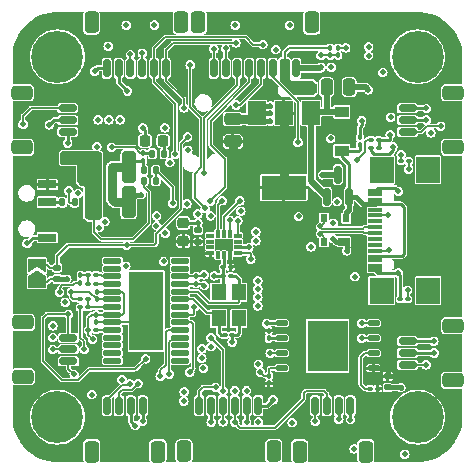
<source format=gbr>
%TF.GenerationSoftware,KiCad,Pcbnew,(6.0.4)*%
%TF.CreationDate,2023-01-18T22:00:33-06:00*%
%TF.ProjectId,Flight_Controller,466c6967-6874-45f4-936f-6e74726f6c6c,rev?*%
%TF.SameCoordinates,Original*%
%TF.FileFunction,Copper,L8,Bot*%
%TF.FilePolarity,Positive*%
%FSLAX46Y46*%
G04 Gerber Fmt 4.6, Leading zero omitted, Abs format (unit mm)*
G04 Created by KiCad (PCBNEW (6.0.4)) date 2023-01-18 22:00:33*
%MOMM*%
%LPD*%
G01*
G04 APERTURE LIST*
G04 Aperture macros list*
%AMRoundRect*
0 Rectangle with rounded corners*
0 $1 Rounding radius*
0 $2 $3 $4 $5 $6 $7 $8 $9 X,Y pos of 4 corners*
0 Add a 4 corners polygon primitive as box body*
4,1,4,$2,$3,$4,$5,$6,$7,$8,$9,$2,$3,0*
0 Add four circle primitives for the rounded corners*
1,1,$1+$1,$2,$3*
1,1,$1+$1,$4,$5*
1,1,$1+$1,$6,$7*
1,1,$1+$1,$8,$9*
0 Add four rect primitives between the rounded corners*
20,1,$1+$1,$2,$3,$4,$5,0*
20,1,$1+$1,$4,$5,$6,$7,0*
20,1,$1+$1,$6,$7,$8,$9,0*
20,1,$1+$1,$8,$9,$2,$3,0*%
%AMFreePoly0*
4,1,6,1.000000,0.000000,0.500000,-0.750000,-0.500000,-0.750000,-0.500000,0.750000,0.500000,0.750000,1.000000,0.000000,1.000000,0.000000,$1*%
%AMFreePoly1*
4,1,6,0.500000,-0.750000,-0.650000,-0.750000,-0.150000,0.000000,-0.650000,0.750000,0.500000,0.750000,0.500000,-0.750000,0.500000,-0.750000,$1*%
G04 Aperture macros list end*
%TA.AperFunction,ComponentPad*%
%ADD10C,0.700000*%
%TD*%
%TA.AperFunction,ComponentPad*%
%ADD11C,4.400000*%
%TD*%
%TA.AperFunction,SMDPad,CuDef*%
%ADD12RoundRect,0.100000X0.130000X0.100000X-0.130000X0.100000X-0.130000X-0.100000X0.130000X-0.100000X0*%
%TD*%
%TA.AperFunction,SMDPad,CuDef*%
%ADD13RoundRect,0.250000X0.475000X-0.250000X0.475000X0.250000X-0.475000X0.250000X-0.475000X-0.250000X0*%
%TD*%
%TA.AperFunction,SMDPad,CuDef*%
%ADD14RoundRect,0.150000X-0.150000X-0.625000X0.150000X-0.625000X0.150000X0.625000X-0.150000X0.625000X0*%
%TD*%
%TA.AperFunction,SMDPad,CuDef*%
%ADD15RoundRect,0.250000X-0.350000X-0.650000X0.350000X-0.650000X0.350000X0.650000X-0.350000X0.650000X0*%
%TD*%
%TA.AperFunction,SMDPad,CuDef*%
%ADD16RoundRect,0.100000X-0.130000X-0.100000X0.130000X-0.100000X0.130000X0.100000X-0.130000X0.100000X0*%
%TD*%
%TA.AperFunction,SMDPad,CuDef*%
%ADD17RoundRect,0.135000X0.135000X0.185000X-0.135000X0.185000X-0.135000X-0.185000X0.135000X-0.185000X0*%
%TD*%
%TA.AperFunction,SMDPad,CuDef*%
%ADD18RoundRect,0.225000X0.225000X0.250000X-0.225000X0.250000X-0.225000X-0.250000X0.225000X-0.250000X0*%
%TD*%
%TA.AperFunction,SMDPad,CuDef*%
%ADD19R,1.200000X1.400000*%
%TD*%
%TA.AperFunction,SMDPad,CuDef*%
%ADD20RoundRect,0.100000X0.100000X-0.130000X0.100000X0.130000X-0.100000X0.130000X-0.100000X-0.130000X0*%
%TD*%
%TA.AperFunction,SMDPad,CuDef*%
%ADD21RoundRect,0.250000X-0.250000X-0.475000X0.250000X-0.475000X0.250000X0.475000X-0.250000X0.475000X0*%
%TD*%
%TA.AperFunction,SMDPad,CuDef*%
%ADD22RoundRect,0.150000X0.150000X-0.587500X0.150000X0.587500X-0.150000X0.587500X-0.150000X-0.587500X0*%
%TD*%
%TA.AperFunction,SMDPad,CuDef*%
%ADD23RoundRect,0.135000X-0.135000X-0.185000X0.135000X-0.185000X0.135000X0.185000X-0.135000X0.185000X0*%
%TD*%
%TA.AperFunction,SMDPad,CuDef*%
%ADD24RoundRect,0.026400X-0.443600X-0.193600X0.443600X-0.193600X0.443600X0.193600X-0.443600X0.193600X0*%
%TD*%
%TA.AperFunction,SMDPad,CuDef*%
%ADD25R,3.400000X4.300000*%
%TD*%
%TA.AperFunction,SMDPad,CuDef*%
%ADD26RoundRect,0.150000X-0.625000X0.150000X-0.625000X-0.150000X0.625000X-0.150000X0.625000X0.150000X0*%
%TD*%
%TA.AperFunction,SMDPad,CuDef*%
%ADD27RoundRect,0.250000X-0.650000X0.350000X-0.650000X-0.350000X0.650000X-0.350000X0.650000X0.350000X0*%
%TD*%
%TA.AperFunction,SMDPad,CuDef*%
%ADD28RoundRect,0.140000X-0.170000X0.140000X-0.170000X-0.140000X0.170000X-0.140000X0.170000X0.140000X0*%
%TD*%
%TA.AperFunction,SMDPad,CuDef*%
%ADD29RoundRect,0.100000X-0.100000X0.130000X-0.100000X-0.130000X0.100000X-0.130000X0.100000X0.130000X0*%
%TD*%
%TA.AperFunction,SMDPad,CuDef*%
%ADD30R,1.500000X0.700000*%
%TD*%
%TA.AperFunction,SMDPad,CuDef*%
%ADD31RoundRect,0.140000X0.170000X-0.140000X0.170000X0.140000X-0.170000X0.140000X-0.170000X-0.140000X0*%
%TD*%
%TA.AperFunction,SMDPad,CuDef*%
%ADD32R,1.500000X2.000000*%
%TD*%
%TA.AperFunction,SMDPad,CuDef*%
%ADD33R,3.800000X2.000000*%
%TD*%
%TA.AperFunction,SMDPad,CuDef*%
%ADD34RoundRect,0.150000X0.150000X0.625000X-0.150000X0.625000X-0.150000X-0.625000X0.150000X-0.625000X0*%
%TD*%
%TA.AperFunction,SMDPad,CuDef*%
%ADD35RoundRect,0.250000X0.350000X0.650000X-0.350000X0.650000X-0.350000X-0.650000X0.350000X-0.650000X0*%
%TD*%
%TA.AperFunction,SMDPad,CuDef*%
%ADD36RoundRect,0.150000X0.625000X-0.150000X0.625000X0.150000X-0.625000X0.150000X-0.625000X-0.150000X0*%
%TD*%
%TA.AperFunction,SMDPad,CuDef*%
%ADD37RoundRect,0.250000X0.650000X-0.350000X0.650000X0.350000X-0.650000X0.350000X-0.650000X-0.350000X0*%
%TD*%
%TA.AperFunction,SMDPad,CuDef*%
%ADD38R,1.200000X0.900000*%
%TD*%
%TA.AperFunction,SMDPad,CuDef*%
%ADD39RoundRect,0.225000X0.250000X-0.225000X0.250000X0.225000X-0.250000X0.225000X-0.250000X-0.225000X0*%
%TD*%
%TA.AperFunction,SMDPad,CuDef*%
%ADD40RoundRect,0.250000X-0.325000X-1.100000X0.325000X-1.100000X0.325000X1.100000X-0.325000X1.100000X0*%
%TD*%
%TA.AperFunction,SMDPad,CuDef*%
%ADD41R,1.000000X0.700000*%
%TD*%
%TA.AperFunction,SMDPad,CuDef*%
%ADD42R,0.600000X0.700000*%
%TD*%
%TA.AperFunction,SMDPad,CuDef*%
%ADD43FreePoly0,90.000000*%
%TD*%
%TA.AperFunction,SMDPad,CuDef*%
%ADD44FreePoly1,90.000000*%
%TD*%
%TA.AperFunction,SMDPad,CuDef*%
%ADD45RoundRect,0.020500X0.719500X0.184500X-0.719500X0.184500X-0.719500X-0.184500X0.719500X-0.184500X0*%
%TD*%
%TA.AperFunction,SMDPad,CuDef*%
%ADD46R,2.850000X6.700000*%
%TD*%
%TA.AperFunction,SMDPad,CuDef*%
%ADD47R,1.150000X0.300000*%
%TD*%
%TA.AperFunction,SMDPad,CuDef*%
%ADD48R,2.000000X2.180000*%
%TD*%
%TA.AperFunction,SMDPad,CuDef*%
%ADD49RoundRect,0.031500X0.263500X0.143500X-0.263500X0.143500X-0.263500X-0.143500X0.263500X-0.143500X0*%
%TD*%
%TA.AperFunction,SMDPad,CuDef*%
%ADD50RoundRect,0.031500X0.143500X-0.263500X0.143500X0.263500X-0.143500X0.263500X-0.143500X-0.263500X0*%
%TD*%
%TA.AperFunction,SMDPad,CuDef*%
%ADD51RoundRect,0.031500X-0.263500X-0.143500X0.263500X-0.143500X0.263500X0.143500X-0.263500X0.143500X0*%
%TD*%
%TA.AperFunction,SMDPad,CuDef*%
%ADD52RoundRect,0.031500X-0.143500X0.263500X-0.143500X-0.263500X0.143500X-0.263500X0.143500X0.263500X0*%
%TD*%
%TA.AperFunction,ViaPad*%
%ADD53C,0.508000*%
%TD*%
%TA.AperFunction,Conductor*%
%ADD54C,0.254000*%
%TD*%
%TA.AperFunction,Conductor*%
%ADD55C,0.127000*%
%TD*%
%TA.AperFunction,Conductor*%
%ADD56C,0.381000*%
%TD*%
%TA.AperFunction,Conductor*%
%ADD57C,0.508000*%
%TD*%
%TA.AperFunction,Conductor*%
%ADD58C,0.203200*%
%TD*%
%TA.AperFunction,Conductor*%
%ADD59C,0.762000*%
%TD*%
%TA.AperFunction,Conductor*%
%ADD60C,0.250000*%
%TD*%
%TA.AperFunction,Conductor*%
%ADD61C,0.131318*%
%TD*%
G04 APERTURE END LIST*
D10*
%TO.P,H3,1*%
%TO.N,N/C*%
X122510000Y-94110000D03*
D11*
X122510000Y-92460000D03*
D10*
X123676726Y-91293274D03*
X121343274Y-93626726D03*
X123676726Y-93626726D03*
X124160000Y-92460000D03*
X121343274Y-91293274D03*
X122510000Y-90810000D03*
X120860000Y-92460000D03*
%TD*%
%TO.P,H4,1*%
%TO.N,N/C*%
X121343274Y-63126726D03*
X123676726Y-60793274D03*
X121343274Y-60793274D03*
X122510000Y-60310000D03*
X122510000Y-63610000D03*
D11*
X122510000Y-61960000D03*
D10*
X124160000Y-61960000D03*
X120860000Y-61960000D03*
X123676726Y-63126726D03*
%TD*%
%TO.P,H1,1*%
%TO.N,N/C*%
X154176732Y-60793272D03*
X151843280Y-60793272D03*
X151843280Y-63126724D03*
X153010006Y-63609998D03*
X154660006Y-61959998D03*
X154176732Y-63126724D03*
D11*
X153010006Y-61959998D03*
D10*
X151360006Y-61959998D03*
X153010006Y-60309998D03*
%TD*%
%TO.P,H2,1*%
%TO.N,N/C*%
X154176726Y-93626726D03*
X153010000Y-90810000D03*
X154176726Y-91293274D03*
X154660000Y-92460000D03*
X151843274Y-91293274D03*
X153010000Y-94110000D03*
X151360000Y-92460000D03*
D11*
X153010000Y-92460000D03*
D10*
X151843274Y-93626726D03*
%TD*%
D12*
%TO.P,C10,1*%
%TO.N,+3V3*%
X137190000Y-79750000D03*
%TO.P,C10,2*%
%TO.N,GND*%
X136550000Y-79750000D03*
%TD*%
D13*
%TO.P,C22,1*%
%TO.N,+3V3*%
X137360000Y-69120000D03*
%TO.P,C22,2*%
%TO.N,GND*%
X137360000Y-67220000D03*
%TD*%
D12*
%TO.P,C1,1*%
%TO.N,OSD_HSE_IN*%
X137190000Y-80500000D03*
%TO.P,C1,2*%
%TO.N,GND*%
X136550000Y-80500000D03*
%TD*%
D14*
%TO.P,J5,1*%
%TO.N,ESC_TEL_RX*%
X135750000Y-62925000D03*
%TO.P,J5,2*%
%TO.N,ADC_Current*%
X136750000Y-62925000D03*
%TO.P,J5,3*%
%TO.N,Motor 4*%
X137750000Y-62925000D03*
%TO.P,J5,4*%
%TO.N,Motor 3*%
X138750000Y-62925000D03*
%TO.P,J5,5*%
%TO.N,Motor 2*%
X139750000Y-62925000D03*
%TO.P,J5,6*%
%TO.N,Motor 1*%
X140750000Y-62925000D03*
%TO.P,J5,7*%
%TO.N,+BATT*%
X141750000Y-62925000D03*
%TO.P,J5,8*%
%TO.N,GND*%
X142750000Y-62925000D03*
D15*
%TO.P,J5,MP*%
%TO.N,N/C*%
X144050000Y-59050000D03*
X134450000Y-59050000D03*
%TD*%
D16*
%TO.P,C2,1*%
%TO.N,OSD_HSE_OUT*%
X136665000Y-85510000D03*
%TO.P,C2,2*%
%TO.N,GND*%
X137305000Y-85510000D03*
%TD*%
D17*
%TO.P,R20,1*%
%TO.N,V_SENSE1*%
X130840000Y-71570000D03*
%TO.P,R20,2*%
%TO.N,GND*%
X129820000Y-71570000D03*
%TD*%
D12*
%TO.P,R1,1*%
%TO.N,Net-(C3-Pad2)*%
X125095000Y-82475000D03*
%TO.P,R1,2*%
%TO.N,GND*%
X124455000Y-82475000D03*
%TD*%
%TO.P,R5,1*%
%TO.N,+3V3*%
X149620000Y-90050000D03*
%TO.P,R5,2*%
%TO.N,Net-(R5-Pad2)*%
X148980000Y-90050000D03*
%TD*%
D18*
%TO.P,C27,1*%
%TO.N,Net-(C27-Pad1)*%
X131475000Y-69075000D03*
%TO.P,C27,2*%
%TO.N,GND*%
X129925000Y-69075000D03*
%TD*%
D12*
%TO.P,C8,1*%
%TO.N,Net-(C8-Pad1)*%
X125780000Y-81185000D03*
%TO.P,C8,2*%
%TO.N,Net-(C5-Pad2)*%
X125140000Y-81185000D03*
%TD*%
D14*
%TO.P,J8,1,Pin_1*%
%TO.N,+5V*%
X126700000Y-62925000D03*
%TO.P,J8,2,Pin_2*%
%TO.N,GND*%
X127700000Y-62925000D03*
%TO.P,J8,3,Pin_3*%
%TO.N,GPS_TX*%
X128700000Y-62925000D03*
%TO.P,J8,4,Pin_4*%
%TO.N,GPS_RX*%
X129700000Y-62925000D03*
%TO.P,J8,5,Pin_5*%
%TO.N,GPS_I2C_SDA*%
X130700000Y-62925000D03*
%TO.P,J8,6,Pin_6*%
%TO.N,GPS_I2C_SCL*%
X131700000Y-62925000D03*
D15*
%TO.P,J8,MP*%
%TO.N,N/C*%
X133000000Y-59050000D03*
X125400000Y-59050000D03*
%TD*%
D19*
%TO.P,Y1,1,1*%
%TO.N,OSD_HSE_IN*%
X137860000Y-81910000D03*
%TO.P,Y1,2,2*%
%TO.N,GND*%
X137860000Y-84110000D03*
%TO.P,Y1,3,3*%
%TO.N,OSD_HSE_OUT*%
X136160000Y-84110000D03*
%TO.P,Y1,4,4*%
%TO.N,GND*%
X136160000Y-81910000D03*
%TD*%
D20*
%TO.P,R25,1*%
%TO.N,ADC_BATT*%
X146280000Y-61840000D03*
%TO.P,R25,2*%
%TO.N,GND*%
X146280000Y-61200000D03*
%TD*%
D21*
%TO.P,C15,1*%
%TO.N,Net-(C15-Pad1)*%
X145310000Y-64530000D03*
%TO.P,C15,2*%
%TO.N,GND*%
X147210000Y-64530000D03*
%TD*%
D22*
%TO.P,Q1,1,G*%
%TO.N,VBUS*%
X147210000Y-73807500D03*
%TO.P,Q1,2,S*%
%TO.N,Net-(C15-Pad1)*%
X145310000Y-73807500D03*
%TO.P,Q1,3,D*%
%TO.N,+5V*%
X146260000Y-71932500D03*
%TD*%
D16*
%TO.P,C3,1*%
%TO.N,VIDEO_IN*%
X124455000Y-83175000D03*
%TO.P,C3,2*%
%TO.N,Net-(C3-Pad2)*%
X125095000Y-83175000D03*
%TD*%
D23*
%TO.P,R19,1*%
%TO.N,+9V*%
X129830000Y-72470000D03*
%TO.P,R19,2*%
%TO.N,V_SENSE1*%
X130850000Y-72470000D03*
%TD*%
D24*
%TO.P,U4,1,CS*%
%TO.N,Flash_CS*%
X141485000Y-88330000D03*
%TO.P,U4,2,DO/IO1*%
%TO.N,Flash_MISO*%
X141485000Y-87060000D03*
%TO.P,U4,3,WP/IO2*%
%TO.N,Net-(R4-Pad2)*%
X141485000Y-85790000D03*
%TO.P,U4,4,GND*%
%TO.N,GND*%
X141485000Y-84520000D03*
%TO.P,U4,5,DI/IO0*%
%TO.N,Flash_MOSI*%
X149275000Y-84520000D03*
%TO.P,U4,6,CLOCK*%
%TO.N,Flash_CLK*%
X149275000Y-85790000D03*
%TO.P,U4,7,HOLD/IO3*%
%TO.N,Net-(R5-Pad2)*%
X149275000Y-87060000D03*
%TO.P,U4,8,VCC*%
%TO.N,+3V3*%
X149275000Y-88330000D03*
D25*
%TO.P,U4,9,EP*%
%TO.N,GND*%
X145380000Y-86425000D03*
%TD*%
D26*
%TO.P,J2,1,Pin_1*%
%TO.N,GND*%
X152160000Y-86035000D03*
%TO.P,J2,2,Pin_2*%
%TO.N,+5V*%
X152160000Y-87035000D03*
%TO.P,J2,3,Pin_3*%
%TO.N,LED_STRIP*%
X152160000Y-88035000D03*
D27*
%TO.P,J2,MP*%
%TO.N,N/C*%
X156035000Y-89335000D03*
X156035000Y-84735000D03*
%TD*%
D28*
%TO.P,C43,1*%
%TO.N,NRST*%
X122500000Y-79820000D03*
%TO.P,C43,2*%
%TO.N,GND*%
X122500000Y-80780000D03*
%TD*%
D29*
%TO.P,R3,1*%
%TO.N,Net-(C5-Pad2)*%
X124460000Y-80465000D03*
%TO.P,R3,2*%
%TO.N,VIDEO_OUT*%
X124460000Y-81105000D03*
%TD*%
%TO.P,C6,1*%
%TO.N,+5V*%
X134260000Y-80540000D03*
%TO.P,C6,2*%
%TO.N,GND*%
X134260000Y-81180000D03*
%TD*%
D12*
%TO.P,R2,1*%
%TO.N,Net-(R2-Pad1)*%
X125780000Y-85085000D03*
%TO.P,R2,2*%
%TO.N,+5V*%
X125140000Y-85085000D03*
%TD*%
%TO.P,C5,1*%
%TO.N,Net-(C5-Pad1)*%
X125780000Y-80435000D03*
%TO.P,C5,2*%
%TO.N,Net-(C5-Pad2)*%
X125140000Y-80435000D03*
%TD*%
D29*
%TO.P,C25,1*%
%TO.N,Net-(C25-Pad1)*%
X129800000Y-70105000D03*
%TO.P,C25,2*%
%TO.N,GND*%
X129800000Y-70745000D03*
%TD*%
D12*
%TO.P,R10,1*%
%TO.N,Net-(P1-PadB5)*%
X152170000Y-82475000D03*
%TO.P,R10,2*%
%TO.N,GND*%
X151530000Y-82475000D03*
%TD*%
D30*
%TO.P,SW1,1,A*%
%TO.N,GND*%
X121660000Y-77260000D03*
%TO.P,SW1,2,B*%
%TO.N,Net-(R26-Pad1)*%
X121660000Y-74260000D03*
%TO.P,SW1,3,C*%
%TO.N,+3V3*%
X121660000Y-72760000D03*
%TD*%
D26*
%TO.P,J1,1,Pin_1*%
%TO.N,GND*%
X152160000Y-66310000D03*
%TO.P,J1,2,Pin_2*%
%TO.N,+5V*%
X152160000Y-67310000D03*
%TO.P,J1,3,Pin_3*%
%TO.N,LED_STRIP*%
X152160000Y-68310000D03*
D27*
%TO.P,J1,MP*%
%TO.N,N/C*%
X156035000Y-69610000D03*
X156035000Y-65010000D03*
%TD*%
D31*
%TO.P,C4,1*%
%TO.N,+3V3*%
X134400000Y-77605000D03*
%TO.P,C4,2*%
%TO.N,GND*%
X134400000Y-76645000D03*
%TD*%
D32*
%TO.P,U5,1,GND*%
%TO.N,GND*%
X139390000Y-66730000D03*
%TO.P,U5,2,VO*%
%TO.N,+3V3*%
X141690000Y-66730000D03*
D33*
X141690000Y-73030000D03*
D32*
%TO.P,U5,3,VI*%
%TO.N,Net-(C15-Pad1)*%
X143990000Y-66730000D03*
%TD*%
D34*
%TO.P,J6,1,Pin_1*%
%TO.N,GND*%
X129725000Y-91500000D03*
%TO.P,J6,2,Pin_2*%
%TO.N,+5V*%
X128725000Y-91500000D03*
%TO.P,J6,3,Pin_3*%
%TO.N,RADIO_RX*%
X127725000Y-91500000D03*
%TO.P,J6,4,Pin_4*%
%TO.N,RADIO_TX*%
X126725000Y-91500000D03*
D35*
%TO.P,J6,MP*%
%TO.N,N/C*%
X131025000Y-95375000D03*
X125425000Y-95375000D03*
%TD*%
D29*
%TO.P,C9,1*%
%TO.N,+5V*%
X125810000Y-83790000D03*
%TO.P,C9,2*%
%TO.N,GND*%
X125810000Y-84430000D03*
%TD*%
D36*
%TO.P,J3,1,Pin_1*%
%TO.N,GND*%
X123385000Y-68310000D03*
%TO.P,J3,2,Pin_2*%
%TO.N,+5V*%
X123385000Y-67310000D03*
%TO.P,J3,3,Pin_3*%
%TO.N,LED_STRIP*%
X123385000Y-66310000D03*
D37*
%TO.P,J3,MP*%
%TO.N,N/C*%
X119510000Y-65010000D03*
X119510000Y-69610000D03*
%TD*%
D12*
%TO.P,R22,1*%
%TO.N,V_SENSE2*%
X149700000Y-69640000D03*
%TO.P,R22,2*%
%TO.N,GND*%
X149060000Y-69640000D03*
%TD*%
D38*
%TO.P,D1,1,K*%
%TO.N,Net-(C15-Pad1)*%
X146580000Y-66620000D03*
%TO.P,D1,2,A*%
%TO.N,VBUS*%
X146580000Y-69920000D03*
%TD*%
D16*
%TO.P,R9,1*%
%TO.N,GND*%
X151605000Y-70800000D03*
%TO.P,R9,2*%
%TO.N,Net-(P1-PadA5)*%
X152245000Y-70800000D03*
%TD*%
D23*
%TO.P,R26,1*%
%TO.N,Net-(R26-Pad1)*%
X122940000Y-74275000D03*
%TO.P,R26,2*%
%TO.N,BOOT0*%
X123960000Y-74275000D03*
%TD*%
D39*
%TO.P,C7,1*%
%TO.N,+3V3*%
X133175000Y-77575000D03*
%TO.P,C7,2*%
%TO.N,GND*%
X133175000Y-76025000D03*
%TD*%
D23*
%TO.P,R17,1*%
%TO.N,Net-(C25-Pad1)*%
X130540000Y-70150000D03*
%TO.P,R17,2*%
%TO.N,Net-(C27-Pad1)*%
X131560000Y-70150000D03*
%TD*%
D40*
%TO.P,C29,1*%
%TO.N,+9V*%
X125600000Y-71300000D03*
%TO.P,C29,2*%
%TO.N,GND*%
X128550000Y-71300000D03*
%TD*%
D31*
%TO.P,C14,1*%
%TO.N,GND*%
X150475000Y-89955000D03*
%TO.P,C14,2*%
%TO.N,+3V3*%
X150475000Y-88995000D03*
%TD*%
D29*
%TO.P,C11,1*%
%TO.N,+5V*%
X125825000Y-81855000D03*
%TO.P,C11,2*%
%TO.N,GND*%
X125825000Y-82495000D03*
%TD*%
%TO.P,R24,1*%
%TO.N,+BATT*%
X145620000Y-61200000D03*
%TO.P,R24,2*%
%TO.N,ADC_BATT*%
X145620000Y-61840000D03*
%TD*%
D40*
%TO.P,C31,1*%
%TO.N,+9V*%
X125600000Y-74250000D03*
%TO.P,C31,2*%
%TO.N,GND*%
X128550000Y-74250000D03*
%TD*%
D36*
%TO.P,J4,1,Pin_1*%
%TO.N,GND*%
X123450000Y-87730000D03*
%TO.P,J4,2,Pin_2*%
%TO.N,+5V*%
X123450000Y-86730000D03*
%TO.P,J4,3,Pin_3*%
%TO.N,LED_STRIP*%
X123450000Y-85730000D03*
D37*
%TO.P,J4,MP*%
%TO.N,N/C*%
X119575000Y-84430000D03*
X119575000Y-89030000D03*
%TD*%
D34*
%TO.P,J11,1,Pin_1*%
%TO.N,+5V*%
X147325000Y-91500000D03*
%TO.P,J11,2,Pin_2*%
%TO.N,GND*%
X146325000Y-91500000D03*
%TO.P,J11,3,Pin_3*%
%TO.N,DJI_TX*%
X145325000Y-91500000D03*
%TO.P,J11,4,Pin_4*%
%TO.N,VIDEO_OUT*%
X144325000Y-91500000D03*
D35*
%TO.P,J11,MP*%
%TO.N,N/C*%
X143025000Y-95375000D03*
X148625000Y-95375000D03*
%TD*%
D20*
%TO.P,R8,1*%
%TO.N,+3V3*%
X140425000Y-89595000D03*
%TO.P,R8,2*%
%TO.N,Flash_CS*%
X140425000Y-88955000D03*
%TD*%
D41*
%TO.P,D2,1,GND*%
%TO.N,GND*%
X146770000Y-77620000D03*
D42*
%TO.P,D2,2,I/O1*%
%TO.N,/Connectors/D-*%
X145070000Y-77620000D03*
%TO.P,D2,3,I/O2*%
%TO.N,/Connectors/D+*%
X145070000Y-75620000D03*
%TO.P,D2,4,VCC*%
%TO.N,VBUS*%
X146970000Y-75620000D03*
%TD*%
D43*
%TO.P,JP1,1,A*%
%TO.N,GND*%
X120775000Y-81025000D03*
D44*
%TO.P,JP1,2,B*%
%TO.N,NRST*%
X120775000Y-79575000D03*
%TD*%
D45*
%TO.P,U2,1*%
%TO.N,N/C*%
X132910000Y-79235000D03*
%TO.P,U2,2*%
X132910000Y-79885000D03*
%TO.P,U2,3,DVDD*%
%TO.N,+5V*%
X132910000Y-80535000D03*
%TO.P,U2,4,DGND*%
%TO.N,GND*%
X132910000Y-81185000D03*
%TO.P,U2,5,CLKIN*%
%TO.N,OSD_HSE_IN*%
X132910000Y-81835000D03*
%TO.P,U2,6,XFB*%
%TO.N,OSD_HSE_OUT*%
X132910000Y-82485000D03*
%TO.P,U2,7,CLKOUT*%
%TO.N,unconnected-(U2-Pad7)*%
X132910000Y-83135000D03*
%TO.P,U2,8,~{CS}*%
%TO.N,OSD_CS*%
X132910000Y-83785000D03*
%TO.P,U2,9,SDIN*%
%TO.N,OSD_MOSI*%
X132910000Y-84435000D03*
%TO.P,U2,10,SCLK*%
%TO.N,OSD_CLK*%
X132910000Y-85085000D03*
%TO.P,U2,11,SDOUT*%
%TO.N,OSD_MISO*%
X132910000Y-85735000D03*
%TO.P,U2,12,LOS*%
%TO.N,unconnected-(U2-Pad12)*%
X132910000Y-86385000D03*
%TO.P,U2,13*%
%TO.N,N/C*%
X132910000Y-87035000D03*
%TO.P,U2,14*%
X132910000Y-87685000D03*
%TO.P,U2,15*%
X127160000Y-87685000D03*
%TO.P,U2,16*%
X127160000Y-87035000D03*
%TO.P,U2,17,~{VSYNC}*%
%TO.N,unconnected-(U2-Pad17)*%
X127160000Y-86385000D03*
%TO.P,U2,18,~{HSYNC}*%
%TO.N,unconnected-(U2-Pad18)*%
X127160000Y-85735000D03*
%TO.P,U2,19,~{RESET}*%
%TO.N,Net-(R2-Pad1)*%
X127160000Y-85085000D03*
%TO.P,U2,20,AGND*%
%TO.N,GND*%
X127160000Y-84435000D03*
%TO.P,U2,21,AVDD*%
%TO.N,+5V*%
X127160000Y-83785000D03*
%TO.P,U2,22,VIN*%
%TO.N,Net-(C3-Pad2)*%
X127160000Y-83135000D03*
%TO.P,U2,23,PGND*%
%TO.N,GND*%
X127160000Y-82485000D03*
%TO.P,U2,24,PVDD*%
%TO.N,+5V*%
X127160000Y-81835000D03*
%TO.P,U2,25,SAG*%
%TO.N,Net-(C8-Pad1)*%
X127160000Y-81185000D03*
%TO.P,U2,26,VOUT*%
%TO.N,Net-(C5-Pad1)*%
X127160000Y-80535000D03*
%TO.P,U2,27*%
%TO.N,N/C*%
X127160000Y-79885000D03*
%TO.P,U2,28*%
X127160000Y-79235000D03*
D46*
%TO.P,U2,29,EP*%
%TO.N,GND*%
X130035000Y-83460000D03*
%TD*%
D16*
%TO.P,R21,1*%
%TO.N,+5V*%
X149060000Y-68990000D03*
%TO.P,R21,2*%
%TO.N,V_SENSE2*%
X149700000Y-68990000D03*
%TD*%
D34*
%TO.P,J7,1,Pin_1*%
%TO.N,+9V*%
X139530000Y-91490000D03*
%TO.P,J7,2,Pin_2*%
%TO.N,GND*%
X138530000Y-91490000D03*
%TO.P,J7,3,Pin_3*%
%TO.N,DJI_TX*%
X137530000Y-91490000D03*
%TO.P,J7,4,Pin_4*%
%TO.N,DJI_RX*%
X136530000Y-91490000D03*
%TO.P,J7,5,Pin_5*%
%TO.N,GND*%
X135530000Y-91490000D03*
%TO.P,J7,6,Pin_6*%
%TO.N,DJI_SBUS*%
X134530000Y-91490000D03*
D35*
%TO.P,J7,MP*%
%TO.N,N/C*%
X133230000Y-95365000D03*
X140830000Y-95365000D03*
%TD*%
D47*
%TO.P,P1,A1,GND*%
%TO.N,GND*%
X149392000Y-73290000D03*
%TO.P,P1,A4,VBUS*%
%TO.N,VBUS*%
X149392000Y-74090000D03*
%TO.P,P1,A5,CC*%
%TO.N,Net-(P1-PadA5)*%
X149392000Y-75390000D03*
%TO.P,P1,A6,D+*%
%TO.N,/Connectors/D+*%
X149392000Y-76390000D03*
%TO.P,P1,A7,D-*%
%TO.N,/Connectors/D-*%
X149392000Y-76890000D03*
%TO.P,P1,A8*%
%TO.N,N/C*%
X149392000Y-77890000D03*
%TO.P,P1,A9,VBUS*%
%TO.N,VBUS*%
X149392000Y-79190000D03*
%TO.P,P1,A12,GND*%
%TO.N,GND*%
X149392000Y-79990000D03*
%TO.P,P1,B1,GND*%
X149392000Y-79690000D03*
%TO.P,P1,B4,VBUS*%
%TO.N,VBUS*%
X149392000Y-78890000D03*
%TO.P,P1,B5,VCONN*%
%TO.N,Net-(P1-PadB5)*%
X149392000Y-78390000D03*
%TO.P,P1,B6*%
%TO.N,N/C*%
X149392000Y-77390000D03*
%TO.P,P1,B7*%
X149392000Y-75890000D03*
%TO.P,P1,B8*%
X149392000Y-74890000D03*
%TO.P,P1,B9,VBUS*%
%TO.N,VBUS*%
X149392000Y-74390000D03*
%TO.P,P1,B12,GND*%
%TO.N,GND*%
X149392000Y-73590000D03*
D48*
%TO.P,P1,MP1*%
%TO.N,N/C*%
X153897000Y-71530000D03*
%TO.P,P1,MP2*%
X153897000Y-81750000D03*
%TO.P,P1,MP3*%
X149967000Y-71530000D03*
%TO.P,P1,MP4*%
X149967000Y-81750000D03*
%TD*%
D29*
%TO.P,R4,1*%
%TO.N,+3V3*%
X140400000Y-85155000D03*
%TO.P,R4,2*%
%TO.N,Net-(R4-Pad2)*%
X140400000Y-85795000D03*
%TD*%
D20*
%TO.P,R28,1*%
%TO.N,VBUS*%
X148140000Y-69410000D03*
%TO.P,R28,2*%
%TO.N,GND*%
X148140000Y-68770000D03*
%TD*%
D49*
%TO.P,U1,1,AP_SDO/AP_AD0*%
%TO.N,GYRO_MISO*%
X137777500Y-77100000D03*
%TO.P,U1,2,RESV_2*%
%TO.N,unconnected-(U1-Pad2)*%
X137777500Y-77600000D03*
%TO.P,U1,3,RESV_3*%
%TO.N,GND*%
X137777500Y-78100000D03*
%TO.P,U1,4,INT1/INT*%
%TO.N,GYRO_INT1*%
X137777500Y-78600000D03*
D50*
%TO.P,U1,5,VDDIO*%
%TO.N,+3V3*%
X137112500Y-78765000D03*
%TO.P,U1,6,GND*%
%TO.N,GND*%
X136612500Y-78765000D03*
%TO.P,U1,7,RESV_7*%
%TO.N,unconnected-(U1-Pad7)*%
X136112500Y-78765000D03*
D51*
%TO.P,U1,8,VDD*%
%TO.N,+3V3*%
X135447500Y-78600000D03*
%TO.P,U1,9,INT2/FSYNC/CLKIN*%
%TO.N,unconnected-(U1-Pad9)*%
X135447500Y-78100000D03*
%TO.P,U1,10,RESV_10*%
%TO.N,unconnected-(U1-Pad10)*%
X135447500Y-77600000D03*
%TO.P,U1,11,RESV_11*%
%TO.N,unconnected-(U1-Pad11)*%
X135447500Y-77100000D03*
D52*
%TO.P,U1,12,AP_CS*%
%TO.N,GYRO_CS*%
X136112500Y-76935000D03*
%TO.P,U1,13,AP_SCL/AP_SCLK*%
%TO.N,GYRO_SCK*%
X136612500Y-76935000D03*
%TO.P,U1,14,AP_SDA/AP_SDIO/AP_SDI*%
%TO.N,GYRO_MOSI*%
X137112500Y-76935000D03*
%TD*%
D53*
%TO.N,GND*%
X129600000Y-73625000D03*
X137300000Y-86100000D03*
X123300000Y-80775000D03*
X129750000Y-67980000D03*
X153750000Y-66330000D03*
X145690000Y-62840000D03*
X151360000Y-80260000D03*
X130120000Y-84900000D03*
X125970000Y-67290000D03*
X123690000Y-81890000D03*
X142925000Y-75475000D03*
X131600000Y-67975000D03*
X124275000Y-73525000D03*
X123380000Y-69250000D03*
X144520000Y-85070000D03*
X128440000Y-64850000D03*
X127980000Y-89280000D03*
X133550000Y-69860000D03*
X134940000Y-81320000D03*
X127150000Y-71300000D03*
X151930000Y-95610000D03*
X146250000Y-88120000D03*
X129240000Y-85770000D03*
X146330000Y-92640000D03*
X139530000Y-92880000D03*
X145874994Y-76049988D03*
X128340000Y-59280000D03*
X147000000Y-78375000D03*
X142170000Y-59270000D03*
X144540000Y-88070000D03*
X123930000Y-88850000D03*
X144840000Y-62850000D03*
X138710000Y-78100000D03*
X134400000Y-76020000D03*
X128300000Y-79690000D03*
X122120000Y-85720000D03*
X150910000Y-69590000D03*
X126860000Y-67290000D03*
X137570000Y-59270000D03*
X140225000Y-84525000D03*
X139530000Y-87980000D03*
X151390000Y-73350000D03*
X150070000Y-63280000D03*
X135530000Y-92880000D03*
X135800000Y-80500000D03*
X140520000Y-66730000D03*
X151610000Y-70260000D03*
X146200000Y-85080000D03*
X119940000Y-77750000D03*
X143980000Y-78040000D03*
X154390000Y-86040000D03*
X132030000Y-70910000D03*
X140530000Y-66110000D03*
X146920000Y-61200000D03*
X147690000Y-80570000D03*
X154120000Y-68400000D03*
X148270000Y-67360000D03*
X145850000Y-77350010D03*
X151590000Y-89960000D03*
X130950000Y-85750000D03*
X148860000Y-61860000D03*
X129730000Y-92820000D03*
X138530000Y-92880000D03*
X127140000Y-72150000D03*
X141010000Y-61340000D03*
X148860000Y-61120000D03*
X148850000Y-64750000D03*
X127820000Y-67290000D03*
X140520000Y-67410000D03*
%TO.N,+3V3*%
X142820000Y-73030000D03*
X141690000Y-68790000D03*
X142925000Y-74650000D03*
X148380000Y-80570000D03*
X135450000Y-79620000D03*
X119900000Y-72330000D03*
X133610000Y-67600000D03*
X140580000Y-73040000D03*
X141250000Y-89880000D03*
X132120000Y-77570000D03*
X139880000Y-59270000D03*
X143990000Y-78920000D03*
X141690000Y-69600000D03*
X143990000Y-80700000D03*
X140450000Y-70580000D03*
X137940000Y-79750000D03*
X146710000Y-59300000D03*
X151580000Y-88990000D03*
X137500000Y-70430000D03*
X139675000Y-85750000D03*
X141690000Y-73030000D03*
X131220000Y-70900000D03*
%TO.N,+5V*%
X134930000Y-80420000D03*
X122120000Y-86730000D03*
X121830000Y-67710000D03*
X125490000Y-85870000D03*
X147890000Y-70720000D03*
X154400000Y-87030000D03*
X153740000Y-67310000D03*
X125670000Y-63170000D03*
X144950000Y-71940000D03*
X146200000Y-74220000D03*
X129090000Y-93180000D03*
X122130000Y-84730000D03*
X147320000Y-92670000D03*
X133210000Y-91110000D03*
X130730000Y-59260000D03*
%TO.N,+BATT*%
X142380000Y-64610000D03*
X143220000Y-64600000D03*
X144060000Y-64590000D03*
%TO.N,Net-(C24-Pad1)*%
X150730000Y-67070000D03*
X145650000Y-68870000D03*
%TO.N,Net-(C25-Pad1)*%
X127100000Y-69610000D03*
%TO.N,+9V*%
X123180000Y-70550000D03*
X126810000Y-61060000D03*
X124630000Y-72100000D03*
X140770000Y-91000000D03*
X124030000Y-70560000D03*
X147644500Y-95150000D03*
X124610000Y-71290000D03*
%TO.N,NRST*%
X128370000Y-77910000D03*
X133530000Y-68740000D03*
%TO.N,ESC_TEL_RX*%
X135750000Y-61280000D03*
X123170000Y-82730000D03*
%TO.N,ADC_Current*%
X136750000Y-61250000D03*
X130900000Y-76240000D03*
%TO.N,RADIO_RX*%
X129330000Y-89630000D03*
%TO.N,RADIO_TX*%
X128640000Y-89656000D03*
%TO.N,Net-(P1-PadA5)*%
X150490000Y-75390000D03*
X152250000Y-71480000D03*
%TO.N,Net-(P1-PadB5)*%
X152160000Y-81710000D03*
X150580000Y-78316979D03*
%TO.N,VIDEO_IN*%
X124780000Y-86730000D03*
%TO.N,V_SENSE1*%
X125850000Y-69569500D03*
X132260000Y-74350000D03*
%TO.N,V_SENSE2*%
X150690000Y-68550000D03*
%TO.N,BOOT0*%
X133460000Y-74410000D03*
X123480000Y-73310000D03*
%TO.N,GPS_TX*%
X128700000Y-61760000D03*
X139310000Y-77530000D03*
%TO.N,GYRO_CS*%
X136460000Y-74140000D03*
%TO.N,GYRO_SCK*%
X137960000Y-74150000D03*
%TO.N,GYRO_MOSI*%
X137112500Y-75810000D03*
%TO.N,GYRO_MISO*%
X137780000Y-75830000D03*
%TO.N,GYRO_INT1*%
X138889994Y-79090012D03*
X130910000Y-75430000D03*
%TO.N,OSD_CS*%
X139480000Y-83050000D03*
X134076044Y-83173956D03*
%TO.N,OSD_MOSI*%
X139470000Y-80910000D03*
X133720000Y-88650000D03*
%TO.N,OSD_CLK*%
X139470000Y-82310000D03*
X131220000Y-89000000D03*
%TO.N,OSD_MISO*%
X139470000Y-81610000D03*
X131980000Y-88810000D03*
%TO.N,Flash_CS*%
X139700000Y-88650000D03*
X134880000Y-88330000D03*
%TO.N,Flash_MISO*%
X134740000Y-86690000D03*
X140520000Y-87060000D03*
%TO.N,Flash_MOSI*%
X135516000Y-86484948D03*
X148280000Y-84520000D03*
%TO.N,Flash_CLK*%
X134730000Y-87490000D03*
X148300000Y-85790000D03*
%TO.N,ADC_BATT*%
X131630000Y-76880000D03*
X144830000Y-61840000D03*
%TO.N,/Connectors/D-*%
X144778656Y-76952500D03*
%TO.N,LED_STRIP*%
X119600000Y-67660000D03*
X153740000Y-88030000D03*
X123450000Y-83760000D03*
X129980000Y-87520000D03*
X154960000Y-67830000D03*
%TO.N,DJI_TX*%
X142390000Y-92930000D03*
X137530000Y-92880000D03*
%TO.N,DJI_RX*%
X136530000Y-92870000D03*
%TO.N,DJI_SBUS*%
X135900000Y-89940000D03*
%TO.N,GPS_RX*%
X129700000Y-61650000D03*
X139310000Y-76780000D03*
%TO.N,GPS_I2C_SDA*%
X139910000Y-60920000D03*
X132500000Y-70220000D03*
%TO.N,GPS_I2C_SCL*%
X137610000Y-60780000D03*
X133210000Y-66280000D03*
%TO.N,/Connectors/D+*%
X144778656Y-76317500D03*
%TO.N,VIDEO_OUT*%
X122690000Y-81870000D03*
X144330000Y-92830000D03*
%TO.N,Motor 1*%
X138040000Y-75030000D03*
X142880000Y-69180000D03*
%TO.N,Motor 2*%
X135480000Y-75430000D03*
X137640000Y-66040000D03*
%TO.N,Motor 3*%
X135460000Y-74190000D03*
%TO.N,Motor 4*%
X134960000Y-71810000D03*
%TO.N,Motor 5*%
X133751044Y-62651044D03*
X135020000Y-74800000D03*
%TO.N,GPIO_3*%
X137540000Y-90210000D03*
X126530000Y-75910000D03*
%TO.N,GPIO_4*%
X126044000Y-76410000D03*
X138530000Y-90210000D03*
%TO.N,GPIO_1*%
X133250000Y-90330000D03*
X131500000Y-79280000D03*
%TO.N,GPIO_2*%
X136530000Y-90210000D03*
X135516000Y-85740000D03*
%TO.N,Net-(R27-Pad1)*%
X125420000Y-90550000D03*
X134400000Y-75260000D03*
%TD*%
D54*
%TO.N,OSD_HSE_IN*%
X137590000Y-80500000D02*
X137860000Y-80770000D01*
X137860000Y-80770000D02*
X137860000Y-81910000D01*
X137190000Y-80500000D02*
X137590000Y-80500000D01*
D55*
X137860000Y-82730000D02*
X137860000Y-81910000D01*
X137789989Y-82800011D02*
X137860000Y-82730000D01*
X132910000Y-81835000D02*
X134404978Y-81835000D01*
X135369989Y-82800011D02*
X137789989Y-82800011D01*
X134404978Y-81835000D02*
X135369989Y-82800011D01*
D54*
%TO.N,GND*%
X135530000Y-91490000D02*
X135530000Y-92880000D01*
D56*
X150475000Y-89955000D02*
X151585000Y-89955000D01*
D57*
X148630000Y-64530000D02*
X148850000Y-64750000D01*
D54*
X154385000Y-86035000D02*
X152160000Y-86035000D01*
D57*
X144765000Y-62925000D02*
X144840000Y-62850000D01*
D54*
X136612500Y-78765000D02*
X136612500Y-79687500D01*
D56*
X151585000Y-89955000D02*
X151590000Y-89960000D01*
D54*
X149286489Y-70186489D02*
X150600000Y-70186489D01*
X151530000Y-80430000D02*
X151360000Y-80260000D01*
X137730000Y-85510000D02*
X137305000Y-85510000D01*
X129925000Y-68155000D02*
X129750000Y-67980000D01*
D56*
X139390000Y-66730000D02*
X140030000Y-67370000D01*
D58*
X121635000Y-81025000D02*
X121880000Y-80780000D01*
D54*
X138530000Y-91490000D02*
X138530000Y-92880000D01*
D58*
X124450000Y-82480000D02*
X123870000Y-82480000D01*
D54*
X136550000Y-81520000D02*
X136160000Y-81910000D01*
D56*
X139390000Y-66730000D02*
X140010000Y-66110000D01*
D58*
X123870000Y-82480000D02*
X123690000Y-82300000D01*
D56*
X147000000Y-78375000D02*
X147000000Y-77850000D01*
D55*
X134800000Y-81180000D02*
X134940000Y-81320000D01*
D54*
X129800000Y-71550000D02*
X129820000Y-71570000D01*
X134400000Y-76645000D02*
X134400000Y-76020000D01*
D55*
X125219850Y-81890000D02*
X123690000Y-81890000D01*
D54*
X150910000Y-69876489D02*
X150910000Y-69590000D01*
X123385000Y-69245000D02*
X123380000Y-69250000D01*
X148270000Y-67770000D02*
X148140000Y-67900000D01*
D59*
X127150000Y-71300000D02*
X127150000Y-74030000D01*
D54*
X146330000Y-92640000D02*
X146325000Y-92635000D01*
X137305000Y-85510000D02*
X137305000Y-86095000D01*
X137777500Y-78100000D02*
X138710000Y-78100000D01*
D60*
X152160000Y-66310000D02*
X153730000Y-66310000D01*
D59*
X127150000Y-71300000D02*
X128550000Y-71300000D01*
D54*
X127700000Y-64110000D02*
X128440000Y-64850000D01*
D55*
X123450000Y-87730000D02*
X123450000Y-88370000D01*
D58*
X125825000Y-82495000D02*
X127150000Y-82495000D01*
D56*
X123295000Y-80780000D02*
X123300000Y-80775000D01*
D54*
X136612500Y-79687500D02*
X136550000Y-79750000D01*
D59*
X127370000Y-74250000D02*
X128550000Y-74250000D01*
D56*
X129600000Y-73625000D02*
X129175000Y-73625000D01*
X146119990Y-77620000D02*
X145850000Y-77350010D01*
D58*
X127160000Y-84435000D02*
X129060000Y-84435000D01*
D54*
X120430000Y-77260000D02*
X121660000Y-77260000D01*
X140230000Y-84520000D02*
X140225000Y-84525000D01*
D55*
X123450000Y-88370000D02*
X123930000Y-88850000D01*
D54*
X154390000Y-86040000D02*
X154385000Y-86035000D01*
D56*
X129175000Y-73625000D02*
X128550000Y-74250000D01*
D54*
X149662000Y-80260000D02*
X151360000Y-80260000D01*
D56*
X122500000Y-80780000D02*
X123295000Y-80780000D01*
D54*
X129730000Y-92820000D02*
X129725000Y-92815000D01*
X146325000Y-92635000D02*
X146325000Y-91500000D01*
D58*
X132910000Y-81185000D02*
X134255000Y-81185000D01*
X127150000Y-82495000D02*
X127160000Y-82485000D01*
D54*
X133175000Y-76025000D02*
X134395000Y-76025000D01*
X149060000Y-69640000D02*
X149060000Y-69960000D01*
D55*
X134260000Y-81180000D02*
X134800000Y-81180000D01*
D54*
X134395000Y-76025000D02*
X134400000Y-76020000D01*
D58*
X151605000Y-70265000D02*
X151610000Y-70260000D01*
X151605000Y-70800000D02*
X151605000Y-70265000D01*
D54*
X137305000Y-86095000D02*
X137300000Y-86100000D01*
X129800000Y-70745000D02*
X129105000Y-70745000D01*
D55*
X125825000Y-82495000D02*
X125824850Y-82495000D01*
D58*
X120775000Y-81025000D02*
X121635000Y-81025000D01*
X127155000Y-84430000D02*
X127160000Y-84435000D01*
D59*
X127150000Y-74030000D02*
X127370000Y-74250000D01*
D54*
X119940000Y-77750000D02*
X120430000Y-77260000D01*
D58*
X129060000Y-84435000D02*
X130035000Y-83460000D01*
D54*
X129800000Y-70745000D02*
X129800000Y-71550000D01*
X127700000Y-62925000D02*
X127700000Y-64110000D01*
D59*
X138900000Y-67220000D02*
X139390000Y-66730000D01*
D54*
X136550000Y-80500000D02*
X136550000Y-81520000D01*
D57*
X142750000Y-62925000D02*
X144765000Y-62925000D01*
D58*
X125810000Y-84430000D02*
X127155000Y-84430000D01*
D54*
X129725000Y-92815000D02*
X129725000Y-91500000D01*
X149392000Y-79990000D02*
X149662000Y-80260000D01*
D58*
X146280000Y-61200000D02*
X146920000Y-61200000D01*
D54*
X136550000Y-80500000D02*
X135800000Y-80500000D01*
X148140000Y-67900000D02*
X148140000Y-68770000D01*
D56*
X147000000Y-77850000D02*
X146770000Y-77620000D01*
D54*
X151530000Y-82475000D02*
X151530000Y-80430000D01*
X129105000Y-70745000D02*
X128550000Y-71300000D01*
X123385000Y-68310000D02*
X123385000Y-69245000D01*
X129925000Y-69075000D02*
X129925000Y-68155000D01*
X149637521Y-73044479D02*
X151084479Y-73044479D01*
D56*
X140080000Y-66110000D02*
X140530000Y-66110000D01*
D58*
X124455000Y-82475000D02*
X124450000Y-82480000D01*
D56*
X140040000Y-67410000D02*
X140520000Y-67410000D01*
D60*
X153730000Y-66310000D02*
X153750000Y-66330000D01*
D54*
X141485000Y-84520000D02*
X140230000Y-84520000D01*
X148270000Y-67360000D02*
X148270000Y-67770000D01*
X150600000Y-70186489D02*
X150910000Y-69876489D01*
X137860000Y-84110000D02*
X137860000Y-85380000D01*
D56*
X139390000Y-66730000D02*
X140520000Y-66730000D01*
X140030000Y-67400000D02*
X140040000Y-67410000D01*
X140030000Y-67370000D02*
X140030000Y-67400000D01*
X140010000Y-66110000D02*
X140080000Y-66110000D01*
D55*
X125824850Y-82495000D02*
X125219850Y-81890000D01*
D54*
X149392000Y-73290000D02*
X149637521Y-73044479D01*
X151084479Y-73044479D02*
X151390000Y-73350000D01*
D58*
X121880000Y-80780000D02*
X122500000Y-80780000D01*
D54*
X136550000Y-79750000D02*
X136550000Y-80500000D01*
D56*
X146770000Y-77620000D02*
X146119990Y-77620000D01*
D54*
X137860000Y-85380000D02*
X137730000Y-85510000D01*
D59*
X137360000Y-67220000D02*
X138900000Y-67220000D01*
D58*
X123690000Y-82300000D02*
X123690000Y-81890000D01*
D57*
X147210000Y-64530000D02*
X148630000Y-64530000D01*
D54*
X149060000Y-69960000D02*
X149286489Y-70186489D01*
D55*
%TO.N,OSD_HSE_OUT*%
X135670000Y-83620000D02*
X135150000Y-83620000D01*
D54*
X136390000Y-85510000D02*
X136160000Y-85280000D01*
D55*
X135150000Y-83620000D02*
X134015000Y-82485000D01*
D54*
X136665000Y-85510000D02*
X136390000Y-85510000D01*
D55*
X136160000Y-84110000D02*
X135670000Y-83620000D01*
D54*
X136160000Y-85280000D02*
X136160000Y-84110000D01*
D55*
X134015000Y-82485000D02*
X132910000Y-82485000D01*
D58*
%TO.N,+3V3*%
X137190000Y-79750000D02*
X137940000Y-79750000D01*
X135447500Y-79617500D02*
X135450000Y-79620000D01*
D55*
X140965000Y-89595000D02*
X141250000Y-89880000D01*
D56*
X150475000Y-88995000D02*
X151575000Y-88995000D01*
D59*
X141690000Y-69600000D02*
X141690000Y-68790000D01*
D54*
X137112500Y-79672500D02*
X137190000Y-79750000D01*
D56*
X151575000Y-88995000D02*
X151580000Y-88990000D01*
X150240000Y-88330000D02*
X150475000Y-88565000D01*
D54*
X120330000Y-72760000D02*
X119900000Y-72330000D01*
X121660000Y-72760000D02*
X120330000Y-72760000D01*
D58*
X139870000Y-85155000D02*
X140400000Y-85155000D01*
X139675000Y-85750000D02*
X139675000Y-85350000D01*
X134400000Y-77605000D02*
X134400000Y-78200000D01*
X134400000Y-78200000D02*
X134800000Y-78600000D01*
D56*
X150475000Y-88565000D02*
X150475000Y-88995000D01*
X149275000Y-88330000D02*
X150240000Y-88330000D01*
D55*
X140425000Y-89595000D02*
X140965000Y-89595000D01*
D59*
X140450000Y-70580000D02*
X141690000Y-70580000D01*
D58*
X132125000Y-77575000D02*
X132120000Y-77570000D01*
D59*
X137500000Y-70430000D02*
X137650000Y-70580000D01*
D58*
X134370000Y-77575000D02*
X134400000Y-77605000D01*
X133175000Y-77575000D02*
X134370000Y-77575000D01*
D59*
X141690000Y-73030000D02*
X141690000Y-70580000D01*
X137360000Y-69120000D02*
X137360000Y-70290000D01*
X137360000Y-70290000D02*
X137500000Y-70430000D01*
D58*
X135447500Y-78600000D02*
X135447500Y-79617500D01*
X134800000Y-78600000D02*
X135447500Y-78600000D01*
D59*
X141690000Y-70580000D02*
X141690000Y-69600000D01*
X141690000Y-68790000D02*
X141690000Y-66730000D01*
D58*
X139675000Y-85350000D02*
X139870000Y-85155000D01*
X133175000Y-77575000D02*
X132125000Y-77575000D01*
D59*
X137650000Y-70580000D02*
X140450000Y-70580000D01*
D54*
X137112500Y-78765000D02*
X137112500Y-79672500D01*
D55*
%TO.N,+5V*%
X128150000Y-82010000D02*
X128150000Y-83620000D01*
D58*
X127140000Y-81855000D02*
X127160000Y-81835000D01*
D54*
X129090000Y-93180000D02*
X128725000Y-92815000D01*
D57*
X144957500Y-71932500D02*
X144950000Y-71940000D01*
D54*
X125670000Y-63170000D02*
X125915000Y-62925000D01*
D55*
X127160000Y-81835000D02*
X127975000Y-81835000D01*
X127985000Y-83785000D02*
X127160000Y-83785000D01*
D54*
X154400000Y-87030000D02*
X154395000Y-87035000D01*
D55*
X127975000Y-81835000D02*
X128150000Y-82010000D01*
D54*
X122230000Y-67310000D02*
X121830000Y-67710000D01*
D58*
X134810000Y-80540000D02*
X134930000Y-80420000D01*
D55*
X123450000Y-86730000D02*
X122120000Y-86730000D01*
D58*
X134255000Y-80535000D02*
X134260000Y-80540000D01*
X127155000Y-83790000D02*
X127160000Y-83785000D01*
X125810000Y-83790000D02*
X127155000Y-83790000D01*
D54*
X154395000Y-87035000D02*
X152160000Y-87035000D01*
D58*
X125140000Y-85520000D02*
X125490000Y-85870000D01*
D54*
X147320000Y-92670000D02*
X147325000Y-92665000D01*
D58*
X125140000Y-85085000D02*
X125140000Y-85520000D01*
X125400000Y-83790000D02*
X125810000Y-83790000D01*
X125140000Y-84050000D02*
X125400000Y-83790000D01*
X149060000Y-68990000D02*
X148722209Y-68990000D01*
D54*
X147325000Y-92665000D02*
X147325000Y-91500000D01*
D58*
X148568120Y-69144089D02*
X148568120Y-70041880D01*
X125825000Y-81855000D02*
X127140000Y-81855000D01*
D54*
X123385000Y-67310000D02*
X122230000Y-67310000D01*
D57*
X146260000Y-71932500D02*
X144957500Y-71932500D01*
D54*
X128725000Y-92815000D02*
X128725000Y-91500000D01*
D55*
X128150000Y-83620000D02*
X127985000Y-83785000D01*
D58*
X134260000Y-80540000D02*
X134810000Y-80540000D01*
D60*
X152160000Y-67310000D02*
X153740000Y-67310000D01*
D58*
X148568120Y-70041880D02*
X147890000Y-70720000D01*
X125140000Y-85085000D02*
X125140000Y-84050000D01*
X132910000Y-80535000D02*
X134255000Y-80535000D01*
D54*
X125915000Y-62925000D02*
X126700000Y-62925000D01*
D58*
X148722209Y-68990000D02*
X148568120Y-69144089D01*
%TO.N,+BATT*%
X142140000Y-61200000D02*
X141750000Y-61590000D01*
X141750000Y-61590000D02*
X141750000Y-62925000D01*
X145620000Y-61200000D02*
X142140000Y-61200000D01*
D54*
%TO.N,Net-(C25-Pad1)*%
X130495000Y-70105000D02*
X130540000Y-70150000D01*
D55*
X129040000Y-69610000D02*
X129535000Y-70105000D01*
X129800000Y-70105000D02*
X129535000Y-70105000D01*
X129040000Y-69610000D02*
X127100000Y-69610000D01*
D54*
X129800000Y-70105000D02*
X130495000Y-70105000D01*
%TO.N,Net-(C27-Pad1)*%
X131560000Y-70150000D02*
X131560000Y-69160000D01*
X131560000Y-69160000D02*
X131475000Y-69075000D01*
D55*
%TO.N,+9V*%
X130250000Y-76070000D02*
X128910000Y-77410000D01*
X126240000Y-77410000D02*
X125600000Y-76770000D01*
X125600000Y-76770000D02*
X125600000Y-74250000D01*
X128910000Y-77410000D02*
X126240000Y-77410000D01*
D54*
X140280000Y-91490000D02*
X140770000Y-91000000D01*
X139530000Y-91490000D02*
X140280000Y-91490000D01*
D55*
X129830000Y-72470000D02*
X129830000Y-72990000D01*
X129830000Y-72990000D02*
X130250000Y-73410000D01*
X130250000Y-73410000D02*
X130250000Y-76070000D01*
%TO.N,NRST*%
X130900000Y-77700000D02*
X130690000Y-77910000D01*
X133530000Y-68740000D02*
X132970000Y-69300000D01*
D58*
X120775000Y-79575000D02*
X121655000Y-79575000D01*
X122500000Y-79820000D02*
X122500000Y-78820000D01*
X121900000Y-79820000D02*
X122500000Y-79820000D01*
D55*
X130900000Y-76920000D02*
X130900000Y-77700000D01*
X132970000Y-74850000D02*
X130900000Y-76920000D01*
X132970000Y-69300000D02*
X132970000Y-74850000D01*
D58*
X122500000Y-78820000D02*
X123410000Y-77910000D01*
X123410000Y-77910000D02*
X128370000Y-77910000D01*
D55*
X130690000Y-77910000D02*
X128370000Y-77910000D01*
D58*
X121655000Y-79575000D02*
X121900000Y-79820000D01*
D54*
%TO.N,VBUS*%
X149457521Y-74455521D02*
X151595521Y-74455521D01*
X151840000Y-74700000D02*
X151840000Y-78630000D01*
X151840000Y-78630000D02*
X151645521Y-78824479D01*
X149392000Y-74390000D02*
X149457521Y-74455521D01*
D56*
X147807500Y-73807500D02*
X148390000Y-74390000D01*
D60*
X147210000Y-71060000D02*
X146580000Y-70430000D01*
X147210000Y-73807500D02*
X147210000Y-71060000D01*
D56*
X148390000Y-74390000D02*
X149392000Y-74390000D01*
X147210000Y-74890000D02*
X147210000Y-73807500D01*
X146970000Y-75130000D02*
X147210000Y-74890000D01*
D54*
X148140000Y-69410000D02*
X148140000Y-69800000D01*
X149457521Y-78824479D02*
X149392000Y-78890000D01*
X148140000Y-69800000D02*
X148020000Y-69920000D01*
D56*
X146970000Y-75620000D02*
X146970000Y-75130000D01*
D54*
X148020000Y-69920000D02*
X146580000Y-69920000D01*
X151645521Y-78824479D02*
X149457521Y-78824479D01*
D56*
X147210000Y-73807500D02*
X147807500Y-73807500D01*
D54*
X151595521Y-74455521D02*
X151840000Y-74700000D01*
D60*
X146580000Y-70430000D02*
X146580000Y-69920000D01*
D55*
%TO.N,ESC_TEL_RX*%
X135750000Y-61280000D02*
X135750000Y-62925000D01*
%TO.N,ADC_Current*%
X136750000Y-62925000D02*
X136750000Y-61250000D01*
%TO.N,RADIO_RX*%
X127990000Y-90130000D02*
X128830000Y-90130000D01*
X128830000Y-90130000D02*
X129330000Y-89630000D01*
X127725000Y-90395000D02*
X127990000Y-90130000D01*
X127725000Y-91500000D02*
X127725000Y-90395000D01*
%TO.N,RADIO_TX*%
X127981468Y-89780000D02*
X126725000Y-91036468D01*
X126725000Y-91036468D02*
X126725000Y-91500000D01*
X128516000Y-89780000D02*
X127981468Y-89780000D01*
X128640000Y-89656000D02*
X128516000Y-89780000D01*
%TO.N,Net-(P1-PadA5)*%
X152250000Y-70805000D02*
X152245000Y-70800000D01*
X152250000Y-71480000D02*
X152250000Y-70805000D01*
X149392000Y-75390000D02*
X150490000Y-75390000D01*
%TO.N,Net-(P1-PadB5)*%
X150506979Y-78390000D02*
X150580000Y-78316979D01*
X149392000Y-78390000D02*
X150506979Y-78390000D01*
X152160000Y-82465000D02*
X152170000Y-82475000D01*
X152160000Y-81710000D02*
X152160000Y-82465000D01*
D54*
%TO.N,Net-(R4-Pad2)*%
X140400000Y-85795000D02*
X141480000Y-85795000D01*
X141480000Y-85795000D02*
X141485000Y-85790000D01*
D55*
%TO.N,Net-(R5-Pad2)*%
X148190000Y-89710000D02*
X148530000Y-90050000D01*
X148190000Y-87400000D02*
X148190000Y-89710000D01*
X148530000Y-87060000D02*
X148190000Y-87400000D01*
X148530000Y-90050000D02*
X148980000Y-90050000D01*
X149275000Y-87060000D02*
X148530000Y-87060000D01*
%TO.N,VIDEO_IN*%
X124455000Y-85735000D02*
X124780000Y-86060000D01*
X124780000Y-86060000D02*
X124780000Y-86730000D01*
X124455000Y-83175000D02*
X124455000Y-85735000D01*
D58*
%TO.N,V_SENSE1*%
X130850000Y-71580000D02*
X130840000Y-71570000D01*
D55*
X130840000Y-71570000D02*
X132260000Y-72990000D01*
X132260000Y-72990000D02*
X132260000Y-74350000D01*
D58*
X130850000Y-72470000D02*
X130850000Y-71580000D01*
D54*
%TO.N,V_SENSE2*%
X149700000Y-69640000D02*
X149700000Y-68990000D01*
X149700000Y-68990000D02*
X150640000Y-68990000D01*
X150690000Y-68940000D02*
X150690000Y-68550000D01*
X150640000Y-68990000D02*
X150690000Y-68940000D01*
%TO.N,Net-(R26-Pad1)*%
X122925000Y-74260000D02*
X122940000Y-74275000D01*
X121660000Y-74260000D02*
X122925000Y-74260000D01*
D55*
%TO.N,BOOT0*%
X123935000Y-74300000D02*
X123550000Y-74300000D01*
X123550000Y-74300000D02*
X123480000Y-74230000D01*
X123480000Y-74230000D02*
X123480000Y-73310000D01*
X123960000Y-74275000D02*
X123935000Y-74300000D01*
%TO.N,GPS_TX*%
X128700000Y-61760000D02*
X128700000Y-62925000D01*
%TO.N,GYRO_CS*%
X136112500Y-74487500D02*
X136112500Y-76935000D01*
X136460000Y-74140000D02*
X136112500Y-74487500D01*
%TO.N,GYRO_SCK*%
X136612500Y-76935000D02*
X136612500Y-75497500D01*
X136612500Y-75497500D02*
X137960000Y-74150000D01*
%TO.N,GYRO_MOSI*%
X137112500Y-76935000D02*
X137112500Y-75810000D01*
%TO.N,GYRO_MISO*%
X137777500Y-75832500D02*
X137780000Y-75830000D01*
X137777500Y-77100000D02*
X137777500Y-75832500D01*
%TO.N,GYRO_INT1*%
X138810000Y-78600000D02*
X137777500Y-78600000D01*
X138890000Y-79090000D02*
X138890000Y-78680000D01*
X138890000Y-78680000D02*
X138810000Y-78600000D01*
%TO.N,OSD_CS*%
X134080000Y-83177912D02*
X134080000Y-83720000D01*
X134076044Y-83173956D02*
X134080000Y-83177912D01*
X134015000Y-83785000D02*
X132910000Y-83785000D01*
X134080000Y-83720000D02*
X134015000Y-83785000D01*
%TO.N,OSD_MOSI*%
X132915000Y-84430000D02*
X132910000Y-84435000D01*
X134010000Y-84600000D02*
X133840000Y-84430000D01*
X134010000Y-88360000D02*
X134010000Y-84600000D01*
X133720000Y-88650000D02*
X134010000Y-88360000D01*
X133840000Y-84430000D02*
X132915000Y-84430000D01*
%TO.N,OSD_CLK*%
X131845000Y-85085000D02*
X131690000Y-85240000D01*
X131220000Y-88480000D02*
X131690000Y-88010000D01*
X132910000Y-85085000D02*
X131845000Y-85085000D01*
X131690000Y-85240000D02*
X131690000Y-88010000D01*
X131220000Y-88480000D02*
X131220000Y-89000000D01*
%TO.N,OSD_MISO*%
X132358280Y-85735000D02*
X132910000Y-85735000D01*
X131980000Y-88810000D02*
X131980000Y-86113280D01*
X131980000Y-86113280D02*
X132358280Y-85735000D01*
D58*
%TO.N,Net-(R2-Pad1)*%
X125780000Y-85085000D02*
X127160000Y-85085000D01*
%TO.N,Net-(C3-Pad2)*%
X127160000Y-83135000D02*
X125135000Y-83135000D01*
X125135000Y-83135000D02*
X125095000Y-83175000D01*
X125095000Y-83175000D02*
X125095000Y-82475000D01*
%TO.N,Net-(C8-Pad1)*%
X125780000Y-81185000D02*
X127160000Y-81185000D01*
%TO.N,Net-(C5-Pad1)*%
X126295000Y-80535000D02*
X126195000Y-80435000D01*
X127160000Y-80535000D02*
X126295000Y-80535000D01*
X126195000Y-80435000D02*
X125780000Y-80435000D01*
D55*
%TO.N,Flash_CS*%
X141485000Y-88330000D02*
X140490000Y-88330000D01*
X140425000Y-88395000D02*
X140425000Y-88955000D01*
X140490000Y-88330000D02*
X140425000Y-88395000D01*
X140005000Y-88955000D02*
X140425000Y-88955000D01*
X139700000Y-88650000D02*
X140005000Y-88955000D01*
%TO.N,Flash_MISO*%
X141485000Y-87060000D02*
X140520000Y-87060000D01*
%TO.N,Flash_MOSI*%
X149275000Y-84520000D02*
X148280000Y-84520000D01*
%TO.N,Flash_CLK*%
X149275000Y-85790000D02*
X148300000Y-85790000D01*
D58*
%TO.N,Net-(C5-Pad2)*%
X124490000Y-80435000D02*
X124460000Y-80465000D01*
X125140000Y-80435000D02*
X124490000Y-80435000D01*
X125140000Y-80435000D02*
X125140000Y-81185000D01*
%TO.N,ADC_BATT*%
X145620000Y-61840000D02*
X144830000Y-61840000D01*
X145620000Y-61840000D02*
X146280000Y-61840000D01*
D61*
%TO.N,/Connectors/D-*%
X145070000Y-77620000D02*
X145070000Y-77243844D01*
X145070000Y-77243844D02*
X144778656Y-76952500D01*
X144778656Y-76903844D02*
X144918341Y-76764159D01*
X144778656Y-76952500D02*
X144778656Y-76903844D01*
X148505841Y-76890000D02*
X148380000Y-76764159D01*
X148505841Y-76890000D02*
X149392000Y-76890000D01*
X144918341Y-76764159D02*
X148380000Y-76764159D01*
D55*
%TO.N,LED_STRIP*%
X152165000Y-88030000D02*
X152160000Y-88035000D01*
X121280000Y-87740000D02*
X121280000Y-84090000D01*
X120260000Y-66310000D02*
X123385000Y-66310000D01*
X153740000Y-88030000D02*
X152165000Y-88030000D01*
X123450000Y-85730000D02*
X123450000Y-83760000D01*
X124290000Y-89320000D02*
X122860000Y-89320000D01*
X152160000Y-68310000D02*
X153330000Y-68310000D01*
X122860000Y-89320000D02*
X121280000Y-87740000D01*
X153330000Y-68310000D02*
X153810000Y-67830000D01*
X129090000Y-88410000D02*
X125200000Y-88410000D01*
X153810000Y-67830000D02*
X154960000Y-67830000D01*
X129980000Y-87520000D02*
X129090000Y-88410000D01*
X125200000Y-88410000D02*
X124290000Y-89320000D01*
X119600000Y-67660000D02*
X119600000Y-66970000D01*
X119600000Y-66970000D02*
X120260000Y-66310000D01*
X121610000Y-83760000D02*
X123450000Y-83760000D01*
X121280000Y-84090000D02*
X121610000Y-83760000D01*
%TO.N,DJI_TX*%
X143550000Y-90260000D02*
X145090000Y-90260000D01*
X137530000Y-91490000D02*
X137530000Y-92880000D01*
X137530000Y-92880000D02*
X138000000Y-93350000D01*
X140920000Y-93350000D02*
X143360000Y-90910000D01*
X138000000Y-93350000D02*
X140920000Y-93350000D01*
X145325000Y-90495000D02*
X145325000Y-91500000D01*
X143360000Y-90450000D02*
X143550000Y-90260000D01*
X143360000Y-90910000D02*
X143360000Y-90450000D01*
X145090000Y-90260000D02*
X145325000Y-90495000D01*
%TO.N,DJI_RX*%
X136530000Y-92870000D02*
X136530000Y-91490000D01*
%TO.N,DJI_SBUS*%
X135900000Y-89940000D02*
X134820000Y-89940000D01*
X134820000Y-89940000D02*
X134530000Y-90230000D01*
X134530000Y-90230000D02*
X134530000Y-91490000D01*
%TO.N,GPS_RX*%
X129700000Y-62925000D02*
X129700000Y-61650000D01*
%TO.N,GPS_I2C_SDA*%
X131640000Y-60290000D02*
X130700000Y-61230000D01*
X139910000Y-60920000D02*
X139070000Y-60920000D01*
X138440000Y-60290000D02*
X131640000Y-60290000D01*
X130700000Y-61230000D02*
X130700000Y-62925000D01*
X132500000Y-65920000D02*
X130700000Y-64120000D01*
X132500000Y-70220000D02*
X132500000Y-65920000D01*
X130700000Y-64120000D02*
X130700000Y-62925000D01*
X139070000Y-60920000D02*
X138440000Y-60290000D01*
%TO.N,GPS_I2C_SCL*%
X133210000Y-65480000D02*
X131700000Y-63970000D01*
X132320000Y-60780000D02*
X137610000Y-60780000D01*
X133210000Y-66280000D02*
X133210000Y-65480000D01*
X131700000Y-61400000D02*
X131720000Y-61380000D01*
X131700000Y-62925000D02*
X131700000Y-61400000D01*
X131720000Y-61380000D02*
X132320000Y-60780000D01*
X131700000Y-63970000D02*
X131700000Y-62925000D01*
D61*
%TO.N,/Connectors/D+*%
X148495841Y-76390000D02*
X148380000Y-76505841D01*
X148495841Y-76390000D02*
X149392000Y-76390000D01*
X144918341Y-76505841D02*
X148380000Y-76505841D01*
X145070000Y-75620000D02*
X145070000Y-76026156D01*
X144778656Y-76317500D02*
X144778656Y-76366156D01*
X144778656Y-76366156D02*
X144918341Y-76505841D01*
X145070000Y-76026156D02*
X144778656Y-76317500D01*
D55*
%TO.N,VIDEO_OUT*%
X123980000Y-81100000D02*
X124455000Y-81100000D01*
X122690000Y-81500000D02*
X122930000Y-81260000D01*
X122930000Y-81260000D02*
X123820000Y-81260000D01*
X144330000Y-92830000D02*
X144325000Y-92825000D01*
X124455000Y-81100000D02*
X124460000Y-81105000D01*
X144325000Y-92825000D02*
X144325000Y-91500000D01*
X123820000Y-81260000D02*
X123980000Y-81100000D01*
X122690000Y-81870000D02*
X122690000Y-81500000D01*
%TO.N,Motor 1*%
X142880000Y-69180000D02*
X142880000Y-65789978D01*
X142880000Y-65789978D02*
X140750000Y-63659978D01*
X140750000Y-63659978D02*
X140750000Y-62925000D01*
%TO.N,Motor 2*%
X137990000Y-66040000D02*
X139750000Y-64280000D01*
X139750000Y-64280000D02*
X139750000Y-62925000D01*
X137990000Y-66040000D02*
X137640000Y-66040000D01*
%TO.N,Motor 3*%
X135480000Y-67390000D02*
X138750000Y-64120000D01*
X135460000Y-74190000D02*
X136693321Y-72956679D01*
X135480000Y-69390204D02*
X135480000Y-67390000D01*
X138750000Y-64120000D02*
X138750000Y-62925000D01*
X136693321Y-70603525D02*
X135480000Y-69390204D01*
X136693321Y-72956679D02*
X136693321Y-70603525D01*
%TO.N,Motor 4*%
X134960000Y-67110000D02*
X137750000Y-64320000D01*
X134960000Y-67110000D02*
X134960000Y-71810000D01*
X137750000Y-62925000D02*
X137750000Y-64320000D01*
%TO.N,Motor 5*%
X133751044Y-66211044D02*
X134661321Y-67121321D01*
X134120000Y-73900000D02*
X134120000Y-71860000D01*
X133751044Y-66211044D02*
X133751044Y-62651044D01*
X134661321Y-71318679D02*
X134661321Y-67121321D01*
X135020000Y-74800000D02*
X134120000Y-73900000D01*
X134120000Y-71860000D02*
X134661321Y-71318679D01*
D57*
%TO.N,Net-(C15-Pad1)*%
X145310000Y-64530000D02*
X145310000Y-66570000D01*
X145360000Y-66620000D02*
X144100000Y-66620000D01*
X145310000Y-73807500D02*
X143990000Y-72487500D01*
X144100000Y-66620000D02*
X143990000Y-66730000D01*
X143990000Y-72487500D02*
X143990000Y-66730000D01*
X145310000Y-66570000D02*
X145360000Y-66620000D01*
X146580000Y-66620000D02*
X145360000Y-66620000D01*
D55*
%TO.N,GPIO_2*%
X135516000Y-85740000D02*
X136530000Y-86754000D01*
X136530000Y-86754000D02*
X136530000Y-90210000D01*
%TD*%
%TA.AperFunction,Conductor*%
%TO.N,+BATT*%
G36*
X142079027Y-62130866D02*
G01*
X142081115Y-62133136D01*
X142171222Y-62239626D01*
X142180000Y-62263590D01*
X142180000Y-63810000D01*
X142340000Y-63970000D01*
X144145763Y-63970000D01*
X144170582Y-63979524D01*
X144447719Y-64228947D01*
X144460000Y-64256523D01*
X144460000Y-64953059D01*
X144447198Y-64981095D01*
X144170458Y-65220936D01*
X144146160Y-65230000D01*
X142605505Y-65230000D01*
X142579271Y-65219134D01*
X141330866Y-63970729D01*
X141320000Y-63944495D01*
X141320000Y-62273723D01*
X141328932Y-62249579D01*
X141428895Y-62132956D01*
X141457063Y-62120000D01*
X142052793Y-62120000D01*
X142079027Y-62130866D01*
G37*
%TD.AperFunction*%
%TD*%
%TA.AperFunction,Conductor*%
%TO.N,+9V*%
G36*
X125751835Y-69960457D02*
G01*
X125850000Y-69976005D01*
X125940311Y-69961701D01*
X125959712Y-69963826D01*
X126256498Y-70080742D01*
X126276923Y-70100467D01*
X126280000Y-70115260D01*
X126280000Y-75576825D01*
X126269134Y-75603059D01*
X126232341Y-75639852D01*
X126229969Y-75642026D01*
X126040348Y-75801308D01*
X126016486Y-75810000D01*
X125171086Y-75810000D01*
X125150731Y-75803917D01*
X124856745Y-75610989D01*
X124840774Y-75587511D01*
X124840000Y-75579972D01*
X124840000Y-72960000D01*
X124780000Y-72890000D01*
X124479405Y-72890000D01*
X124453171Y-72879134D01*
X124448932Y-72874062D01*
X124216627Y-72539543D01*
X124210000Y-72518381D01*
X124210000Y-71100000D01*
X122899855Y-71100000D01*
X122873621Y-71089134D01*
X122868986Y-71083479D01*
X122766231Y-70929347D01*
X122760000Y-70908768D01*
X122760000Y-70123014D01*
X122768130Y-70099838D01*
X122868861Y-69973924D01*
X122893734Y-69960227D01*
X122897831Y-69960000D01*
X125746031Y-69960000D01*
X125751835Y-69960457D01*
G37*
%TD.AperFunction*%
%TD*%
%TA.AperFunction,Conductor*%
%TO.N,+3V3*%
G36*
X124725023Y-58167647D02*
G01*
X124732170Y-58184900D01*
X124729691Y-58195614D01*
X124683231Y-58290661D01*
X124672500Y-58364219D01*
X124672501Y-59735780D01*
X124672631Y-59736663D01*
X124683052Y-59807462D01*
X124683422Y-59809979D01*
X124738810Y-59922790D01*
X124827753Y-60011578D01*
X124940661Y-60066769D01*
X124942537Y-60067043D01*
X124942538Y-60067043D01*
X124967010Y-60070613D01*
X125014219Y-60077500D01*
X125398916Y-60077500D01*
X125785780Y-60077499D01*
X125794395Y-60076231D01*
X125858099Y-60066855D01*
X125858101Y-60066854D01*
X125859979Y-60066578D01*
X125972790Y-60011190D01*
X126061578Y-59922247D01*
X126116769Y-59809339D01*
X126117343Y-59805408D01*
X126120613Y-59782990D01*
X126127500Y-59735781D01*
X126127500Y-59280000D01*
X127933495Y-59280000D01*
X127953391Y-59405617D01*
X127954261Y-59407325D01*
X127954262Y-59407327D01*
X128000940Y-59498938D01*
X128011131Y-59518938D01*
X128101062Y-59608869D01*
X128102774Y-59609741D01*
X128102775Y-59609742D01*
X128212673Y-59665738D01*
X128212675Y-59665739D01*
X128214383Y-59666609D01*
X128340000Y-59686505D01*
X128465617Y-59666609D01*
X128467325Y-59665739D01*
X128467327Y-59665738D01*
X128577225Y-59609742D01*
X128577226Y-59609741D01*
X128578938Y-59608869D01*
X128668869Y-59518938D01*
X128679060Y-59498938D01*
X128725738Y-59407327D01*
X128725739Y-59407325D01*
X128726609Y-59405617D01*
X128746505Y-59280000D01*
X128743337Y-59260000D01*
X130323495Y-59260000D01*
X130343391Y-59385617D01*
X130344261Y-59387325D01*
X130344262Y-59387327D01*
X130354453Y-59407327D01*
X130401131Y-59498938D01*
X130491062Y-59588869D01*
X130492774Y-59589741D01*
X130492775Y-59589742D01*
X130602673Y-59645738D01*
X130602675Y-59645739D01*
X130604383Y-59646609D01*
X130730000Y-59666505D01*
X130855617Y-59646609D01*
X130857325Y-59645739D01*
X130857327Y-59645738D01*
X130967225Y-59589742D01*
X130967226Y-59589741D01*
X130968938Y-59588869D01*
X131058869Y-59498938D01*
X131105547Y-59407327D01*
X131115738Y-59387327D01*
X131115739Y-59387325D01*
X131116609Y-59385617D01*
X131136505Y-59260000D01*
X131116609Y-59134383D01*
X131069933Y-59042775D01*
X131059742Y-59022775D01*
X131059741Y-59022774D01*
X131058869Y-59021062D01*
X130968938Y-58931131D01*
X130896579Y-58894262D01*
X130857327Y-58874262D01*
X130857325Y-58874261D01*
X130855617Y-58873391D01*
X130730000Y-58853495D01*
X130604383Y-58873391D01*
X130602675Y-58874261D01*
X130602673Y-58874262D01*
X130563421Y-58894262D01*
X130491062Y-58931131D01*
X130401131Y-59021062D01*
X130400259Y-59022774D01*
X130400258Y-59022775D01*
X130390068Y-59042775D01*
X130343391Y-59134383D01*
X130323495Y-59260000D01*
X128743337Y-59260000D01*
X128726609Y-59154383D01*
X128720643Y-59142673D01*
X128669742Y-59042775D01*
X128669741Y-59042774D01*
X128668869Y-59041062D01*
X128578938Y-58951131D01*
X128539686Y-58931131D01*
X128467327Y-58894262D01*
X128467325Y-58894261D01*
X128465617Y-58893391D01*
X128340000Y-58873495D01*
X128214383Y-58893391D01*
X128212675Y-58894261D01*
X128212673Y-58894262D01*
X128140314Y-58931131D01*
X128101062Y-58951131D01*
X128011131Y-59041062D01*
X128010259Y-59042774D01*
X128010258Y-59042775D01*
X127959358Y-59142673D01*
X127953391Y-59154383D01*
X127933495Y-59280000D01*
X126127500Y-59280000D01*
X126127499Y-58364220D01*
X126121552Y-58323814D01*
X126116855Y-58291901D01*
X126116854Y-58291899D01*
X126116578Y-58290021D01*
X126070245Y-58195652D01*
X126069057Y-58177017D01*
X126081394Y-58162997D01*
X126092148Y-58160500D01*
X132307770Y-58160500D01*
X132325023Y-58167647D01*
X132332170Y-58184900D01*
X132329691Y-58195614D01*
X132283231Y-58290661D01*
X132272500Y-58364219D01*
X132272501Y-59735780D01*
X132272631Y-59736663D01*
X132283052Y-59807462D01*
X132283422Y-59809979D01*
X132338810Y-59922790D01*
X132427753Y-60011578D01*
X132429568Y-60012465D01*
X132511836Y-60052679D01*
X132524199Y-60066676D01*
X132523042Y-60085315D01*
X132509045Y-60097678D01*
X132501121Y-60099000D01*
X131676741Y-60099000D01*
X131668656Y-60097622D01*
X131662178Y-60095347D01*
X131641232Y-60097678D01*
X131630700Y-60098850D01*
X131628001Y-60099000D01*
X131618467Y-60099000D01*
X131617132Y-60099304D01*
X131617127Y-60099305D01*
X131609446Y-60101057D01*
X131606720Y-60101518D01*
X131581774Y-60104295D01*
X131575571Y-60104985D01*
X131569519Y-60108774D01*
X131562000Y-60111881D01*
X131555041Y-60113468D01*
X131552892Y-60115181D01*
X131552891Y-60115181D01*
X131530537Y-60132994D01*
X131528280Y-60134592D01*
X131521463Y-60138860D01*
X131521457Y-60138864D01*
X131520289Y-60139596D01*
X131513558Y-60146327D01*
X131511511Y-60148156D01*
X131489040Y-60166062D01*
X131489039Y-60166063D01*
X131486891Y-60167775D01*
X131485699Y-60170247D01*
X131485697Y-60170249D01*
X131483824Y-60174133D01*
X131479100Y-60180785D01*
X130590922Y-61068963D01*
X130584231Y-61073705D01*
X130580521Y-61075487D01*
X130580519Y-61075489D01*
X130578042Y-61076678D01*
X130561006Y-61097981D01*
X130558261Y-61101413D01*
X130556458Y-61103427D01*
X130549716Y-61110169D01*
X130546874Y-61114691D01*
X130544792Y-61118004D01*
X130543190Y-61120258D01*
X130523617Y-61144733D01*
X130522017Y-61151692D01*
X130518898Y-61159202D01*
X130515098Y-61165248D01*
X130512729Y-61186205D01*
X130511577Y-61196396D01*
X130511112Y-61199115D01*
X130509000Y-61208297D01*
X130509000Y-61217810D01*
X130508846Y-61220551D01*
X130505617Y-61249109D01*
X130505617Y-61249111D01*
X130505309Y-61251838D01*
X130506214Y-61254429D01*
X130506214Y-61254431D01*
X130507636Y-61258501D01*
X130509000Y-61266546D01*
X130509000Y-62000804D01*
X130501853Y-62018057D01*
X130487484Y-62025033D01*
X130486398Y-62025162D01*
X130486397Y-62025162D01*
X130484576Y-62025379D01*
X130482900Y-62026123D01*
X130482898Y-62026124D01*
X130392159Y-62066428D01*
X130392157Y-62066429D01*
X130390100Y-62067343D01*
X130388507Y-62068938D01*
X130388508Y-62068938D01*
X130319060Y-62138508D01*
X130317065Y-62140506D01*
X130275265Y-62235055D01*
X130272500Y-62258770D01*
X130272500Y-63591230D01*
X130272585Y-63591943D01*
X130272585Y-63591946D01*
X130274715Y-63609842D01*
X130275379Y-63615424D01*
X130276123Y-63617100D01*
X130276124Y-63617102D01*
X130313599Y-63701470D01*
X130317343Y-63709900D01*
X130318938Y-63711492D01*
X130376003Y-63768457D01*
X130390506Y-63782935D01*
X130485055Y-63824735D01*
X130486873Y-63824947D01*
X130486877Y-63824948D01*
X130487421Y-63825011D01*
X130487720Y-63825178D01*
X130488649Y-63825431D01*
X130488586Y-63825661D01*
X130503733Y-63834104D01*
X130509000Y-63849247D01*
X130509000Y-64083262D01*
X130507622Y-64091347D01*
X130505348Y-64097822D01*
X130505652Y-64100552D01*
X130508850Y-64129291D01*
X130509000Y-64131990D01*
X130509000Y-64141533D01*
X130509304Y-64142868D01*
X130509305Y-64142873D01*
X130511059Y-64150563D01*
X130511520Y-64153289D01*
X130513941Y-64175042D01*
X130514986Y-64184429D01*
X130516443Y-64186756D01*
X130516443Y-64186757D01*
X130518772Y-64190477D01*
X130521880Y-64197998D01*
X130522539Y-64200885D01*
X130523468Y-64204959D01*
X130525182Y-64207110D01*
X130542995Y-64229464D01*
X130544594Y-64231722D01*
X130548862Y-64238539D01*
X130549596Y-64239711D01*
X130556327Y-64246442D01*
X130558156Y-64248489D01*
X130576062Y-64270960D01*
X130576063Y-64270961D01*
X130577775Y-64273109D01*
X130580247Y-64274301D01*
X130580249Y-64274303D01*
X130584133Y-64276176D01*
X130590785Y-64280900D01*
X132301853Y-65991968D01*
X132309000Y-66009221D01*
X132309000Y-69851753D01*
X132301853Y-69869006D01*
X132295678Y-69873493D01*
X132262811Y-69890240D01*
X132261062Y-69891131D01*
X132171131Y-69981062D01*
X132170259Y-69982774D01*
X132170258Y-69982775D01*
X132114845Y-70091530D01*
X132113391Y-70094383D01*
X132093495Y-70220000D01*
X132113391Y-70345617D01*
X132114261Y-70347325D01*
X132114262Y-70347327D01*
X132162819Y-70442625D01*
X132171131Y-70458938D01*
X132209724Y-70497531D01*
X132216871Y-70514784D01*
X132209724Y-70532037D01*
X132192471Y-70539184D01*
X132181394Y-70536525D01*
X132157327Y-70524262D01*
X132157325Y-70524261D01*
X132155617Y-70523391D01*
X132030000Y-70503495D01*
X132028106Y-70503795D01*
X131937610Y-70518128D01*
X131919451Y-70513768D01*
X131909693Y-70497845D01*
X131913505Y-70480472D01*
X131916421Y-70476109D01*
X131942270Y-70437423D01*
X131957500Y-70360856D01*
X131957500Y-69939144D01*
X131956663Y-69934933D01*
X131942739Y-69864935D01*
X131942270Y-69862577D01*
X131939118Y-69857859D01*
X131885585Y-69777743D01*
X131884252Y-69775748D01*
X131825344Y-69736387D01*
X131814969Y-69720859D01*
X131814500Y-69716099D01*
X131814500Y-69676708D01*
X131821647Y-69659455D01*
X131828146Y-69654805D01*
X131885984Y-69626408D01*
X131908036Y-69615581D01*
X131990944Y-69532528D01*
X132042480Y-69427098D01*
X132043286Y-69421577D01*
X132047180Y-69394879D01*
X132052500Y-69358411D01*
X132052499Y-68791590D01*
X132042301Y-68722305D01*
X131990581Y-68616964D01*
X131907528Y-68534056D01*
X131802098Y-68482520D01*
X131800222Y-68482246D01*
X131800221Y-68482246D01*
X131776759Y-68478824D01*
X131733411Y-68472500D01*
X131475726Y-68472500D01*
X131216590Y-68472501D01*
X131147305Y-68482699D01*
X131145603Y-68483535D01*
X131145602Y-68483535D01*
X131110030Y-68501000D01*
X131041964Y-68534419D01*
X130959056Y-68617472D01*
X130907520Y-68722902D01*
X130907246Y-68724778D01*
X130907246Y-68724779D01*
X130905810Y-68734621D01*
X130897500Y-68791589D01*
X130897501Y-69358410D01*
X130907699Y-69427695D01*
X130959419Y-69533036D01*
X131042472Y-69615944D01*
X131147902Y-69667480D01*
X131149778Y-69667754D01*
X131149779Y-69667754D01*
X131173241Y-69671176D01*
X131216589Y-69677500D01*
X131281100Y-69677500D01*
X131298353Y-69684647D01*
X131305500Y-69701900D01*
X131305500Y-69716099D01*
X131298353Y-69733352D01*
X131294658Y-69736386D01*
X131235748Y-69775748D01*
X131234415Y-69777743D01*
X131180883Y-69857859D01*
X131177730Y-69862577D01*
X131177261Y-69864935D01*
X131163338Y-69934933D01*
X131162500Y-69939144D01*
X131162500Y-70360856D01*
X131177730Y-70437423D01*
X131235748Y-70524252D01*
X131237743Y-70525585D01*
X131320156Y-70580652D01*
X131322577Y-70582270D01*
X131324935Y-70582739D01*
X131397971Y-70597267D01*
X131397974Y-70597267D01*
X131399144Y-70597500D01*
X131715787Y-70597500D01*
X131733040Y-70604647D01*
X131740187Y-70621900D01*
X131733040Y-70639153D01*
X131701131Y-70671062D01*
X131643391Y-70784383D01*
X131623495Y-70910000D01*
X131643391Y-71035617D01*
X131644261Y-71037325D01*
X131644262Y-71037327D01*
X131683330Y-71114002D01*
X131701131Y-71148938D01*
X131791062Y-71238869D01*
X131792774Y-71239741D01*
X131792775Y-71239742D01*
X131902673Y-71295738D01*
X131902675Y-71295739D01*
X131904383Y-71296609D01*
X132030000Y-71316505D01*
X132155617Y-71296609D01*
X132157325Y-71295739D01*
X132157327Y-71295738D01*
X132267225Y-71239742D01*
X132267226Y-71239741D01*
X132268938Y-71238869D01*
X132358869Y-71148938D01*
X132376670Y-71114002D01*
X132415738Y-71037327D01*
X132415739Y-71037325D01*
X132416609Y-71035617D01*
X132436505Y-70910000D01*
X132416609Y-70784383D01*
X132358869Y-70671062D01*
X132320276Y-70632469D01*
X132313129Y-70615216D01*
X132320276Y-70597963D01*
X132337529Y-70590816D01*
X132348606Y-70593475D01*
X132372673Y-70605738D01*
X132372675Y-70605739D01*
X132374383Y-70606609D01*
X132500000Y-70626505D01*
X132625617Y-70606609D01*
X132627325Y-70605739D01*
X132627327Y-70605738D01*
X132737229Y-70549740D01*
X132737230Y-70549739D01*
X132738938Y-70548869D01*
X132740270Y-70547537D01*
X132758414Y-70543178D01*
X132774338Y-70552934D01*
X132779000Y-70567278D01*
X132779000Y-74760779D01*
X132771853Y-74778032D01*
X131340829Y-76209056D01*
X131323576Y-76216203D01*
X131306323Y-76209056D01*
X131299476Y-76195620D01*
X131293084Y-76155267D01*
X131286609Y-76114383D01*
X131284939Y-76111104D01*
X131229742Y-76002775D01*
X131229741Y-76002774D01*
X131228869Y-76001062D01*
X131138938Y-75911131D01*
X131136719Y-75910000D01*
X131086793Y-75884562D01*
X131037192Y-75859289D01*
X131025063Y-75845088D01*
X131026528Y-75826471D01*
X131037192Y-75815807D01*
X131147225Y-75759742D01*
X131147226Y-75759741D01*
X131148938Y-75758869D01*
X131238869Y-75668938D01*
X131241258Y-75664250D01*
X131295738Y-75557327D01*
X131295739Y-75557325D01*
X131296609Y-75555617D01*
X131316505Y-75430000D01*
X131296609Y-75304383D01*
X131279243Y-75270299D01*
X131239742Y-75192775D01*
X131239741Y-75192774D01*
X131238869Y-75191062D01*
X131148938Y-75101131D01*
X131146322Y-75099798D01*
X131037327Y-75044262D01*
X131037325Y-75044261D01*
X131035617Y-75043391D01*
X130910000Y-75023495D01*
X130784383Y-75043391D01*
X130782675Y-75044261D01*
X130782673Y-75044262D01*
X130673678Y-75099798D01*
X130671062Y-75101131D01*
X130581131Y-75191062D01*
X130580259Y-75192774D01*
X130580258Y-75192775D01*
X130540758Y-75270299D01*
X130523391Y-75304383D01*
X130503495Y-75430000D01*
X130523391Y-75555617D01*
X130524261Y-75557325D01*
X130524262Y-75557327D01*
X130578742Y-75664250D01*
X130581131Y-75668938D01*
X130671062Y-75758869D01*
X130762787Y-75805605D01*
X130772808Y-75810711D01*
X130784937Y-75824912D01*
X130783472Y-75843529D01*
X130772808Y-75854193D01*
X130662775Y-75910258D01*
X130661062Y-75911131D01*
X130571131Y-76001062D01*
X130570259Y-76002774D01*
X130570258Y-76002775D01*
X130515062Y-76111104D01*
X130513391Y-76114383D01*
X130493495Y-76240000D01*
X130513391Y-76365617D01*
X130514261Y-76367325D01*
X130514262Y-76367327D01*
X130570258Y-76477225D01*
X130571131Y-76478938D01*
X130661062Y-76568869D01*
X130662774Y-76569741D01*
X130662775Y-76569742D01*
X130772673Y-76625738D01*
X130772675Y-76625739D01*
X130774383Y-76626609D01*
X130807928Y-76631922D01*
X130855620Y-76639476D01*
X130871543Y-76649234D01*
X130875903Y-76667393D01*
X130869056Y-76680829D01*
X130790922Y-76758963D01*
X130784231Y-76763705D01*
X130780521Y-76765487D01*
X130780519Y-76765489D01*
X130778042Y-76766678D01*
X130759261Y-76790162D01*
X130758261Y-76791413D01*
X130756458Y-76793427D01*
X130749716Y-76800169D01*
X130744792Y-76808004D01*
X130743190Y-76810258D01*
X130728379Y-76828779D01*
X130723617Y-76834733D01*
X130722017Y-76841692D01*
X130718898Y-76849202D01*
X130715098Y-76855248D01*
X130712300Y-76880000D01*
X130711577Y-76886396D01*
X130711112Y-76889115D01*
X130709000Y-76898297D01*
X130709000Y-76907810D01*
X130708846Y-76910551D01*
X130705617Y-76939109D01*
X130705617Y-76939111D01*
X130705309Y-76941838D01*
X130706214Y-76944429D01*
X130706214Y-76944431D01*
X130707636Y-76948501D01*
X130709000Y-76956546D01*
X130709000Y-77610779D01*
X130701853Y-77628032D01*
X130618032Y-77711853D01*
X130600779Y-77719000D01*
X128738247Y-77719000D01*
X128720994Y-77711853D01*
X128716507Y-77705678D01*
X128699741Y-77672773D01*
X128699740Y-77672772D01*
X128698869Y-77671062D01*
X128670460Y-77642653D01*
X128663313Y-77625400D01*
X128670460Y-77608147D01*
X128687713Y-77601000D01*
X128873262Y-77601000D01*
X128881347Y-77602378D01*
X128887822Y-77604652D01*
X128919291Y-77601150D01*
X128921990Y-77601000D01*
X128931533Y-77601000D01*
X128932868Y-77600696D01*
X128932873Y-77600695D01*
X128940563Y-77598941D01*
X128943289Y-77598480D01*
X128971699Y-77595318D01*
X128971700Y-77595318D01*
X128974429Y-77595014D01*
X128976756Y-77593557D01*
X128976757Y-77593557D01*
X128980477Y-77591228D01*
X128987997Y-77588120D01*
X128989351Y-77587811D01*
X128992278Y-77587144D01*
X128992279Y-77587143D01*
X128994959Y-77586532D01*
X129019464Y-77567005D01*
X129021722Y-77565406D01*
X129028539Y-77561138D01*
X129028540Y-77561137D01*
X129029711Y-77560404D01*
X129036441Y-77553674D01*
X129038488Y-77551845D01*
X129060960Y-77533938D01*
X129060961Y-77533937D01*
X129063109Y-77532225D01*
X129064301Y-77529753D01*
X129064303Y-77529751D01*
X129066176Y-77525867D01*
X129070900Y-77519215D01*
X130359076Y-76231038D01*
X130365767Y-76226296D01*
X130369479Y-76224513D01*
X130369481Y-76224511D01*
X130371958Y-76223322D01*
X130391744Y-76198581D01*
X130393546Y-76196568D01*
X130400283Y-76189831D01*
X130401012Y-76188670D01*
X130401016Y-76188666D01*
X130405208Y-76181997D01*
X130406809Y-76179744D01*
X130424667Y-76157413D01*
X130424667Y-76157412D01*
X130426383Y-76155267D01*
X130427983Y-76148308D01*
X130431102Y-76140798D01*
X130434902Y-76134752D01*
X130435210Y-76132025D01*
X130435211Y-76132023D01*
X130438422Y-76103611D01*
X130438889Y-76100882D01*
X130440691Y-76093048D01*
X130440691Y-76093045D01*
X130441000Y-76091703D01*
X130441000Y-76082185D01*
X130441154Y-76079444D01*
X130444382Y-76050891D01*
X130444382Y-76050889D01*
X130444690Y-76048162D01*
X130442364Y-76041501D01*
X130441000Y-76033457D01*
X130441000Y-73446741D01*
X130442378Y-73438656D01*
X130443743Y-73434768D01*
X130444653Y-73432178D01*
X130441150Y-73400700D01*
X130441000Y-73398001D01*
X130441000Y-73388467D01*
X130440696Y-73387132D01*
X130440695Y-73387127D01*
X130438943Y-73379446D01*
X130438482Y-73376720D01*
X130435319Y-73348303D01*
X130435015Y-73345571D01*
X130431226Y-73339519D01*
X130428119Y-73331999D01*
X130427143Y-73327721D01*
X130426532Y-73325041D01*
X130422670Y-73320194D01*
X130407006Y-73300537D01*
X130405408Y-73298280D01*
X130401140Y-73291463D01*
X130401136Y-73291457D01*
X130400404Y-73290289D01*
X130393673Y-73283558D01*
X130391844Y-73281511D01*
X130373938Y-73259040D01*
X130373937Y-73259039D01*
X130372225Y-73256891D01*
X130369753Y-73255699D01*
X130369751Y-73255697D01*
X130365867Y-73253824D01*
X130359215Y-73249100D01*
X130053795Y-72943680D01*
X130046648Y-72926427D01*
X130053795Y-72909174D01*
X130063075Y-72904212D01*
X130062846Y-72903658D01*
X130065065Y-72902739D01*
X130067423Y-72902270D01*
X130154252Y-72844252D01*
X130212270Y-72757423D01*
X130215981Y-72738767D01*
X130227267Y-72682029D01*
X130227267Y-72682026D01*
X130227500Y-72680856D01*
X130227500Y-72259144D01*
X130224638Y-72244752D01*
X130212739Y-72184935D01*
X130212270Y-72182577D01*
X130209839Y-72178938D01*
X130155585Y-72097743D01*
X130154252Y-72095748D01*
X130067423Y-72037730D01*
X130067870Y-72037060D01*
X130056991Y-72026185D01*
X130056987Y-72007510D01*
X130065976Y-71996555D01*
X130142257Y-71945585D01*
X130144252Y-71944252D01*
X130202270Y-71857423D01*
X130211928Y-71808869D01*
X130217267Y-71782029D01*
X130217267Y-71782026D01*
X130217500Y-71780856D01*
X130442500Y-71780856D01*
X130442733Y-71782026D01*
X130442733Y-71782029D01*
X130448072Y-71808869D01*
X130457730Y-71857423D01*
X130515748Y-71944252D01*
X130517743Y-71945585D01*
X130602577Y-72002270D01*
X130602130Y-72002940D01*
X130613009Y-72013815D01*
X130613013Y-72032490D01*
X130604024Y-72043445D01*
X130525748Y-72095748D01*
X130524415Y-72097743D01*
X130470162Y-72178938D01*
X130467730Y-72182577D01*
X130467261Y-72184935D01*
X130455363Y-72244752D01*
X130452500Y-72259144D01*
X130452500Y-72680856D01*
X130452733Y-72682026D01*
X130452733Y-72682029D01*
X130464019Y-72738767D01*
X130467730Y-72757423D01*
X130525748Y-72844252D01*
X130612577Y-72902270D01*
X130614935Y-72902739D01*
X130687971Y-72917267D01*
X130687974Y-72917267D01*
X130689144Y-72917500D01*
X131010856Y-72917500D01*
X131012026Y-72917267D01*
X131012029Y-72917267D01*
X131085065Y-72902739D01*
X131087423Y-72902270D01*
X131174252Y-72844252D01*
X131232270Y-72757423D01*
X131235981Y-72738767D01*
X131247267Y-72682029D01*
X131247267Y-72682026D01*
X131247500Y-72680856D01*
X131247500Y-72306521D01*
X131254647Y-72289268D01*
X131271900Y-72282121D01*
X131289153Y-72289268D01*
X132061853Y-73061967D01*
X132069000Y-73079220D01*
X132069000Y-73981753D01*
X132061853Y-73999006D01*
X132055678Y-74003493D01*
X132037662Y-74012673D01*
X132021062Y-74021131D01*
X131931131Y-74111062D01*
X131930259Y-74112774D01*
X131930258Y-74112775D01*
X131874660Y-74221893D01*
X131873391Y-74224383D01*
X131853495Y-74350000D01*
X131873391Y-74475617D01*
X131874261Y-74477325D01*
X131874262Y-74477327D01*
X131928084Y-74582958D01*
X131931131Y-74588938D01*
X132021062Y-74678869D01*
X132022774Y-74679741D01*
X132022775Y-74679742D01*
X132132673Y-74735738D01*
X132132675Y-74735739D01*
X132134383Y-74736609D01*
X132260000Y-74756505D01*
X132385617Y-74736609D01*
X132387325Y-74735739D01*
X132387327Y-74735738D01*
X132497225Y-74679742D01*
X132497226Y-74679741D01*
X132498938Y-74678869D01*
X132588869Y-74588938D01*
X132591916Y-74582958D01*
X132645738Y-74477327D01*
X132645739Y-74477325D01*
X132646609Y-74475617D01*
X132666505Y-74350000D01*
X132646609Y-74224383D01*
X132645341Y-74221893D01*
X132589742Y-74112775D01*
X132589741Y-74112774D01*
X132588869Y-74111062D01*
X132498938Y-74021131D01*
X132482339Y-74012673D01*
X132464322Y-74003493D01*
X132452194Y-73989293D01*
X132451000Y-73981753D01*
X132451000Y-73026738D01*
X132452378Y-73018653D01*
X132453742Y-73014768D01*
X132454652Y-73012178D01*
X132451150Y-72980709D01*
X132451000Y-72978010D01*
X132451000Y-72968467D01*
X132450696Y-72967132D01*
X132450695Y-72967127D01*
X132448941Y-72959437D01*
X132448480Y-72956711D01*
X132445318Y-72928301D01*
X132445318Y-72928300D01*
X132445014Y-72925571D01*
X132443462Y-72923091D01*
X132441228Y-72919523D01*
X132438120Y-72912002D01*
X132438007Y-72911504D01*
X132436532Y-72905041D01*
X132419785Y-72884025D01*
X132417005Y-72880536D01*
X132415406Y-72878278D01*
X132411138Y-72871461D01*
X132411137Y-72871460D01*
X132410404Y-72870289D01*
X132403673Y-72863558D01*
X132401844Y-72861511D01*
X132383938Y-72839040D01*
X132383937Y-72839039D01*
X132382225Y-72836891D01*
X132379753Y-72835699D01*
X132379751Y-72835697D01*
X132375867Y-72833824D01*
X132369215Y-72829100D01*
X131244647Y-71704532D01*
X131237500Y-71687279D01*
X131237500Y-71359144D01*
X131231156Y-71327247D01*
X131222739Y-71284935D01*
X131222270Y-71282577D01*
X131164252Y-71195748D01*
X131122298Y-71167715D01*
X131079421Y-71139065D01*
X131077423Y-71137730D01*
X131051728Y-71132619D01*
X131002029Y-71122733D01*
X131002026Y-71122733D01*
X131000856Y-71122500D01*
X130679144Y-71122500D01*
X130677974Y-71122733D01*
X130677971Y-71122733D01*
X130628272Y-71132619D01*
X130602577Y-71137730D01*
X130600579Y-71139065D01*
X130557702Y-71167715D01*
X130515748Y-71195748D01*
X130457730Y-71282577D01*
X130457261Y-71284935D01*
X130448845Y-71327247D01*
X130442500Y-71359144D01*
X130442500Y-71780856D01*
X130217500Y-71780856D01*
X130217500Y-71359144D01*
X130211156Y-71327247D01*
X130202739Y-71284935D01*
X130202270Y-71282577D01*
X130144252Y-71195748D01*
X130065344Y-71143022D01*
X130054969Y-71127495D01*
X130054500Y-71122735D01*
X130054500Y-71057980D01*
X130061647Y-71040727D01*
X130062023Y-71040351D01*
X130064018Y-71039018D01*
X130114300Y-70963766D01*
X130124618Y-70911894D01*
X130127267Y-70898579D01*
X130127267Y-70898576D01*
X130127500Y-70897406D01*
X130127500Y-70592594D01*
X130127147Y-70590816D01*
X130114769Y-70528592D01*
X130114300Y-70526234D01*
X130109513Y-70519069D01*
X130065351Y-70452977D01*
X130064018Y-70450982D01*
X130055496Y-70445288D01*
X130045121Y-70429761D01*
X130048764Y-70411444D01*
X130055496Y-70404712D01*
X130062023Y-70400351D01*
X130064018Y-70399018D01*
X130083178Y-70370344D01*
X130098705Y-70359969D01*
X130103465Y-70359500D01*
X130122206Y-70359500D01*
X130139459Y-70366647D01*
X130146137Y-70379140D01*
X130157730Y-70437423D01*
X130215748Y-70524252D01*
X130217743Y-70525585D01*
X130300156Y-70580652D01*
X130302577Y-70582270D01*
X130304935Y-70582739D01*
X130377971Y-70597267D01*
X130377974Y-70597267D01*
X130379144Y-70597500D01*
X130700856Y-70597500D01*
X130702026Y-70597267D01*
X130702029Y-70597267D01*
X130775065Y-70582739D01*
X130777423Y-70582270D01*
X130779845Y-70580652D01*
X130862257Y-70525585D01*
X130864252Y-70524252D01*
X130922270Y-70437423D01*
X130937500Y-70360856D01*
X130937500Y-69939144D01*
X130936663Y-69934933D01*
X130922739Y-69864935D01*
X130922270Y-69862577D01*
X130919118Y-69857859D01*
X130865585Y-69777743D01*
X130864252Y-69775748D01*
X130777423Y-69717730D01*
X130766800Y-69715617D01*
X130702029Y-69702733D01*
X130702026Y-69702733D01*
X130700856Y-69702500D01*
X130379144Y-69702500D01*
X130377974Y-69702733D01*
X130377971Y-69702733D01*
X130313200Y-69715617D01*
X130302577Y-69717730D01*
X130215748Y-69775748D01*
X130180208Y-69828938D01*
X130173046Y-69839656D01*
X130157518Y-69850031D01*
X130152758Y-69850500D01*
X130103465Y-69850500D01*
X130086212Y-69843353D01*
X130083177Y-69839656D01*
X130075191Y-69827703D01*
X130064018Y-69810982D01*
X129988766Y-69760700D01*
X129979324Y-69758822D01*
X129923579Y-69747733D01*
X129923576Y-69747733D01*
X129922406Y-69747500D01*
X129677594Y-69747500D01*
X129676424Y-69747733D01*
X129676421Y-69747733D01*
X129620676Y-69758822D01*
X129611234Y-69760700D01*
X129537753Y-69809799D01*
X129537714Y-69809825D01*
X129519398Y-69813468D01*
X129506905Y-69806790D01*
X129201037Y-69500922D01*
X129196295Y-69494231D01*
X129194513Y-69490521D01*
X129194511Y-69490519D01*
X129193322Y-69488042D01*
X129168586Y-69468260D01*
X129166573Y-69466458D01*
X129159831Y-69459716D01*
X129151990Y-69454788D01*
X129149742Y-69453190D01*
X129127413Y-69435333D01*
X129127412Y-69435333D01*
X129125267Y-69433617D01*
X129118308Y-69432017D01*
X129110798Y-69428898D01*
X129104752Y-69425098D01*
X129073600Y-69421576D01*
X129070885Y-69421112D01*
X129061703Y-69419000D01*
X129052190Y-69419000D01*
X129049449Y-69418846D01*
X129020891Y-69415617D01*
X129020889Y-69415617D01*
X129018162Y-69415309D01*
X129015571Y-69416214D01*
X129015569Y-69416214D01*
X129011499Y-69417636D01*
X129003454Y-69419000D01*
X127468247Y-69419000D01*
X127450994Y-69411853D01*
X127446507Y-69405678D01*
X127429741Y-69372773D01*
X127429740Y-69372772D01*
X127428869Y-69371062D01*
X127338938Y-69281131D01*
X127337225Y-69280258D01*
X127227327Y-69224262D01*
X127227325Y-69224261D01*
X127225617Y-69223391D01*
X127100000Y-69203495D01*
X126974383Y-69223391D01*
X126972675Y-69224261D01*
X126972673Y-69224262D01*
X126862775Y-69280258D01*
X126861062Y-69281131D01*
X126771131Y-69371062D01*
X126770259Y-69372773D01*
X126770258Y-69372775D01*
X126714842Y-69481536D01*
X126713391Y-69484383D01*
X126693495Y-69610000D01*
X126713391Y-69735617D01*
X126714261Y-69737325D01*
X126714262Y-69737327D01*
X126769033Y-69844820D01*
X126771131Y-69848938D01*
X126861062Y-69938869D01*
X126862774Y-69939741D01*
X126862775Y-69939742D01*
X126972673Y-69995738D01*
X126972675Y-69995739D01*
X126974383Y-69996609D01*
X127100000Y-70016505D01*
X127225617Y-69996609D01*
X127227325Y-69995739D01*
X127227327Y-69995738D01*
X127337225Y-69939742D01*
X127337226Y-69939741D01*
X127338938Y-69938869D01*
X127428869Y-69848938D01*
X127432072Y-69842653D01*
X127446507Y-69814322D01*
X127460707Y-69802194D01*
X127468247Y-69801000D01*
X128075997Y-69801000D01*
X128093250Y-69808147D01*
X128100397Y-69825400D01*
X128093250Y-69842653D01*
X128086751Y-69847302D01*
X128083419Y-69848938D01*
X128002210Y-69888810D01*
X127913422Y-69977753D01*
X127858231Y-70090661D01*
X127857957Y-70092537D01*
X127857957Y-70092538D01*
X127854733Y-70114641D01*
X127847500Y-70164219D01*
X127847500Y-70767100D01*
X127840353Y-70784353D01*
X127823100Y-70791500D01*
X127158180Y-70791500D01*
X127080279Y-70791024D01*
X127045186Y-70801054D01*
X127041948Y-70801745D01*
X127005813Y-70806920D01*
X127004231Y-70807639D01*
X127004232Y-70807639D01*
X126975567Y-70820672D01*
X126972173Y-70821921D01*
X126941900Y-70830573D01*
X126941898Y-70830574D01*
X126940229Y-70831051D01*
X126938762Y-70831977D01*
X126938759Y-70831978D01*
X126909364Y-70850526D01*
X126906443Y-70852102D01*
X126874801Y-70866488D01*
X126874800Y-70866489D01*
X126873218Y-70867208D01*
X126871898Y-70868345D01*
X126871897Y-70868346D01*
X126848047Y-70888896D01*
X126845141Y-70891047D01*
X126817042Y-70908776D01*
X126792872Y-70936143D01*
X126790532Y-70938454D01*
X126762873Y-70962287D01*
X126744799Y-70990171D01*
X126742616Y-70993047D01*
X126720622Y-71017951D01*
X126711525Y-71037327D01*
X126705111Y-71050987D01*
X126703499Y-71053888D01*
X126692328Y-71071124D01*
X126683648Y-71084515D01*
X126683151Y-71086177D01*
X126674128Y-71116349D01*
X126672838Y-71119728D01*
X126662604Y-71141526D01*
X126658719Y-71149800D01*
X126657529Y-71157442D01*
X126653104Y-71185857D01*
X126652372Y-71189094D01*
X126642412Y-71222399D01*
X126642411Y-71222402D01*
X126641914Y-71224066D01*
X126641903Y-71225800D01*
X126641903Y-71225803D01*
X126641818Y-71239742D01*
X126641714Y-71256900D01*
X126641708Y-71257856D01*
X126641639Y-71259491D01*
X126641500Y-71260386D01*
X126641500Y-71291820D01*
X126641024Y-71369721D01*
X126641352Y-71370867D01*
X126641500Y-71373044D01*
X126641500Y-73970280D01*
X126640898Y-73975665D01*
X126637926Y-73988800D01*
X126640072Y-74023391D01*
X126641453Y-74045651D01*
X126641500Y-74047162D01*
X126641500Y-74066513D01*
X126643468Y-74080258D01*
X126643562Y-74080914D01*
X126643761Y-74082861D01*
X126646407Y-74125500D01*
X126646945Y-74134177D01*
X126653133Y-74151318D01*
X126654336Y-74156141D01*
X126656920Y-74174187D01*
X126657639Y-74175768D01*
X126678207Y-74221005D01*
X126678945Y-74222819D01*
X126695013Y-74267327D01*
X126696404Y-74271181D01*
X126697429Y-74272584D01*
X126707155Y-74285898D01*
X126709664Y-74290191D01*
X126717208Y-74306782D01*
X126718341Y-74308097D01*
X126750777Y-74345742D01*
X126751994Y-74347275D01*
X126762425Y-74361552D01*
X126776059Y-74375186D01*
X126777291Y-74376512D01*
X126805352Y-74409078D01*
X126812287Y-74417127D01*
X126813748Y-74418074D01*
X126826365Y-74426252D01*
X126830347Y-74429474D01*
X126968204Y-74567331D01*
X126971587Y-74571564D01*
X126978776Y-74582958D01*
X126980078Y-74584108D01*
X126980079Y-74584109D01*
X127021488Y-74620680D01*
X127022589Y-74621716D01*
X127036255Y-74635382D01*
X127047894Y-74644105D01*
X127049403Y-74645334D01*
X127086645Y-74678226D01*
X127086651Y-74678230D01*
X127087951Y-74679378D01*
X127089521Y-74680115D01*
X127089524Y-74680117D01*
X127104442Y-74687120D01*
X127108707Y-74689683D01*
X127121901Y-74699572D01*
X127121905Y-74699574D01*
X127123295Y-74700616D01*
X127142992Y-74708000D01*
X127171450Y-74718669D01*
X127173254Y-74719429D01*
X127218222Y-74740541D01*
X127218227Y-74740543D01*
X127219800Y-74741281D01*
X127237809Y-74744085D01*
X127242619Y-74745348D01*
X127259684Y-74751745D01*
X127269996Y-74752511D01*
X127310971Y-74755556D01*
X127312917Y-74755780D01*
X127323959Y-74757499D01*
X127330386Y-74758500D01*
X127349681Y-74758500D01*
X127351488Y-74758567D01*
X127404941Y-74762539D01*
X127406642Y-74762176D01*
X127421344Y-74759038D01*
X127426437Y-74758500D01*
X127823101Y-74758500D01*
X127840354Y-74765647D01*
X127847501Y-74782900D01*
X127847501Y-75385780D01*
X127847631Y-75386663D01*
X127858052Y-75457462D01*
X127858422Y-75459979D01*
X127859260Y-75461685D01*
X127859260Y-75461686D01*
X127879935Y-75503795D01*
X127913810Y-75572790D01*
X128002753Y-75661578D01*
X128115661Y-75716769D01*
X128117537Y-75717043D01*
X128117538Y-75717043D01*
X128136040Y-75719742D01*
X128189219Y-75727500D01*
X128548987Y-75727500D01*
X128910780Y-75727499D01*
X128919395Y-75726231D01*
X128983099Y-75716855D01*
X128983101Y-75716854D01*
X128984979Y-75716578D01*
X129005956Y-75706279D01*
X129085498Y-75667225D01*
X129097790Y-75661190D01*
X129186578Y-75572247D01*
X129241769Y-75459339D01*
X129242075Y-75457246D01*
X129247455Y-75420363D01*
X129252500Y-75385781D01*
X129252499Y-74007326D01*
X129259646Y-73990073D01*
X129299572Y-73950147D01*
X129316825Y-73943000D01*
X129340087Y-73943000D01*
X129357340Y-73950147D01*
X129361062Y-73953869D01*
X129362774Y-73954741D01*
X129362775Y-73954742D01*
X129472673Y-74010738D01*
X129472675Y-74010739D01*
X129474383Y-74011609D01*
X129600000Y-74031505D01*
X129725617Y-74011609D01*
X129727325Y-74010739D01*
X129727327Y-74010738D01*
X129837225Y-73954742D01*
X129837226Y-73954741D01*
X129838938Y-73953869D01*
X129928869Y-73863938D01*
X129933555Y-73854742D01*
X129985738Y-73752327D01*
X129985739Y-73752325D01*
X129986609Y-73750617D01*
X130006505Y-73625000D01*
X129986609Y-73499383D01*
X129985264Y-73496742D01*
X129974500Y-73475617D01*
X129970678Y-73468117D01*
X129969213Y-73449500D01*
X129981342Y-73435299D01*
X129999959Y-73433834D01*
X130009672Y-73439787D01*
X130051853Y-73481968D01*
X130059000Y-73499221D01*
X130059000Y-75980779D01*
X130051853Y-75998032D01*
X128838032Y-77211853D01*
X128820779Y-77219000D01*
X126329221Y-77219000D01*
X126311968Y-77211853D01*
X125945749Y-76845634D01*
X125938602Y-76828381D01*
X125945749Y-76811128D01*
X125963002Y-76803981D01*
X125966819Y-76804281D01*
X126042106Y-76816205D01*
X126044000Y-76816505D01*
X126169617Y-76796609D01*
X126171325Y-76795739D01*
X126171327Y-76795738D01*
X126281225Y-76739742D01*
X126281226Y-76739741D01*
X126282938Y-76738869D01*
X126372869Y-76648938D01*
X126374433Y-76645869D01*
X126429738Y-76537327D01*
X126429739Y-76537325D01*
X126430609Y-76535617D01*
X126450505Y-76410000D01*
X126438524Y-76334355D01*
X126442884Y-76316196D01*
X126458807Y-76306438D01*
X126466441Y-76306438D01*
X126494044Y-76310810D01*
X126530000Y-76316505D01*
X126655617Y-76296609D01*
X126657325Y-76295739D01*
X126657327Y-76295738D01*
X126767225Y-76239742D01*
X126767226Y-76239741D01*
X126768938Y-76238869D01*
X126858869Y-76148938D01*
X126863555Y-76139741D01*
X126915738Y-76037327D01*
X126915739Y-76037325D01*
X126916609Y-76035617D01*
X126936505Y-75910000D01*
X126916609Y-75784383D01*
X126914224Y-75779701D01*
X126859742Y-75672775D01*
X126859741Y-75672774D01*
X126858869Y-75671062D01*
X126768938Y-75581131D01*
X126767225Y-75580258D01*
X126657327Y-75524262D01*
X126657325Y-75524261D01*
X126655617Y-75523391D01*
X126530000Y-75503495D01*
X126440717Y-75517636D01*
X126422558Y-75513276D01*
X126412800Y-75497353D01*
X126412500Y-75493536D01*
X126412500Y-70115260D01*
X126409723Y-70088277D01*
X126406646Y-70073484D01*
X126405542Y-70071481D01*
X126369850Y-70006757D01*
X126369850Y-70006756D01*
X126368967Y-70005156D01*
X126348542Y-69985431D01*
X126347538Y-69984785D01*
X126347534Y-69984782D01*
X126325363Y-69970521D01*
X126305063Y-69957463D01*
X126303944Y-69957022D01*
X126163329Y-69901628D01*
X126155034Y-69896195D01*
X126148677Y-69889849D01*
X126148675Y-69889848D01*
X126147247Y-69888422D01*
X126145431Y-69887534D01*
X126143794Y-69886367D01*
X126144073Y-69885975D01*
X126133105Y-69873556D01*
X126134260Y-69854916D01*
X126138929Y-69848378D01*
X126178869Y-69808438D01*
X126180294Y-69805641D01*
X126235738Y-69696827D01*
X126235739Y-69696825D01*
X126236609Y-69695117D01*
X126256505Y-69569500D01*
X126236609Y-69443883D01*
X126231066Y-69433003D01*
X126179742Y-69332275D01*
X126179741Y-69332274D01*
X126178869Y-69330562D01*
X126088938Y-69240631D01*
X126085274Y-69238764D01*
X125977327Y-69183762D01*
X125977325Y-69183761D01*
X125975617Y-69182891D01*
X125850000Y-69162995D01*
X125724383Y-69182891D01*
X125722675Y-69183761D01*
X125722673Y-69183762D01*
X125614726Y-69238764D01*
X125611062Y-69240631D01*
X125521131Y-69330562D01*
X125520259Y-69332274D01*
X125520258Y-69332275D01*
X125468935Y-69433003D01*
X125463391Y-69443883D01*
X125443495Y-69569500D01*
X125463391Y-69695117D01*
X125464261Y-69696825D01*
X125464262Y-69696827D01*
X125510220Y-69787024D01*
X125511685Y-69805641D01*
X125499556Y-69819842D01*
X125488479Y-69822501D01*
X125239220Y-69822501D01*
X125238337Y-69822631D01*
X125207022Y-69827240D01*
X125203469Y-69827500D01*
X122897831Y-69827500D01*
X122897700Y-69827504D01*
X122897669Y-69827504D01*
X122890642Y-69827699D01*
X122890636Y-69827699D01*
X122890501Y-69827703D01*
X122889205Y-69827775D01*
X122887769Y-69827854D01*
X122887766Y-69827855D01*
X122886404Y-69827930D01*
X122885092Y-69828306D01*
X122885088Y-69828307D01*
X122835079Y-69842653D01*
X122829819Y-69844162D01*
X122828624Y-69844820D01*
X122805991Y-69857283D01*
X122805987Y-69857286D01*
X122804946Y-69857859D01*
X122796540Y-69864935D01*
X122766309Y-69890383D01*
X122766307Y-69890385D01*
X122765396Y-69891152D01*
X122764652Y-69892082D01*
X122764649Y-69892085D01*
X122675209Y-70003886D01*
X122664665Y-70017066D01*
X122643100Y-70055978D01*
X122642759Y-70056949D01*
X122642758Y-70056952D01*
X122637815Y-70071043D01*
X122634970Y-70079154D01*
X122634798Y-70080165D01*
X122634797Y-70080168D01*
X122628821Y-70115260D01*
X122627500Y-70123014D01*
X122627500Y-70908768D01*
X122633186Y-70947165D01*
X122639417Y-70967744D01*
X122639798Y-70968551D01*
X122639799Y-70968554D01*
X122654405Y-70999500D01*
X122655984Y-71002845D01*
X122656477Y-71003585D01*
X122656479Y-71003588D01*
X122732813Y-71118088D01*
X122758739Y-71156977D01*
X122758925Y-71157228D01*
X122765949Y-71166715D01*
X122766509Y-71167472D01*
X122771144Y-71173127D01*
X122772342Y-71174016D01*
X122772345Y-71174019D01*
X122790604Y-71187569D01*
X122822917Y-71211549D01*
X122849151Y-71222415D01*
X122857452Y-71224066D01*
X122898682Y-71232267D01*
X122898685Y-71232267D01*
X122899855Y-71232500D01*
X124053100Y-71232500D01*
X124070353Y-71239647D01*
X124077500Y-71256900D01*
X124077500Y-72518381D01*
X124083555Y-72557978D01*
X124090182Y-72579140D01*
X124090589Y-72579971D01*
X124090590Y-72579974D01*
X124102208Y-72603706D01*
X124107796Y-72615120D01*
X124108323Y-72615878D01*
X124108323Y-72615879D01*
X124337579Y-72946007D01*
X124340101Y-72949639D01*
X124340246Y-72949830D01*
X124340259Y-72949847D01*
X124340273Y-72949865D01*
X124347264Y-72959032D01*
X124351503Y-72964104D01*
X124352690Y-72964976D01*
X124352691Y-72964977D01*
X124370881Y-72978342D01*
X124402467Y-73001549D01*
X124403821Y-73002110D01*
X124403823Y-73002111D01*
X124411651Y-73005353D01*
X124428701Y-73012415D01*
X124430300Y-73012733D01*
X124478232Y-73022267D01*
X124478235Y-73022267D01*
X124479405Y-73022500D01*
X124683100Y-73022500D01*
X124700353Y-73029647D01*
X124707500Y-73046900D01*
X124707500Y-73387815D01*
X124700353Y-73405068D01*
X124683100Y-73412215D01*
X124665847Y-73405068D01*
X124661359Y-73398892D01*
X124604742Y-73287775D01*
X124604741Y-73287774D01*
X124603869Y-73286062D01*
X124513938Y-73196131D01*
X124512225Y-73195258D01*
X124402327Y-73139262D01*
X124402325Y-73139261D01*
X124400617Y-73138391D01*
X124275000Y-73118495D01*
X124149383Y-73138391D01*
X124147675Y-73139261D01*
X124147673Y-73139262D01*
X124037775Y-73195258D01*
X124036062Y-73196131D01*
X123946131Y-73286062D01*
X123945258Y-73287775D01*
X123945256Y-73287778D01*
X123931844Y-73314100D01*
X123917644Y-73326228D01*
X123899026Y-73324762D01*
X123886898Y-73310562D01*
X123886004Y-73306839D01*
X123884649Y-73298280D01*
X123866609Y-73184383D01*
X123855130Y-73161853D01*
X123809742Y-73072775D01*
X123809741Y-73072774D01*
X123808869Y-73071062D01*
X123718938Y-72981131D01*
X123717225Y-72980258D01*
X123607327Y-72924262D01*
X123607325Y-72924261D01*
X123605617Y-72923391D01*
X123480000Y-72903495D01*
X123354383Y-72923391D01*
X123352675Y-72924261D01*
X123352673Y-72924262D01*
X123242775Y-72980258D01*
X123241062Y-72981131D01*
X123151131Y-73071062D01*
X123150259Y-73072774D01*
X123150258Y-73072775D01*
X123104871Y-73161853D01*
X123093391Y-73184383D01*
X123073495Y-73310000D01*
X123093391Y-73435617D01*
X123094261Y-73437325D01*
X123094262Y-73437327D01*
X123150258Y-73547225D01*
X123151131Y-73548938D01*
X123241062Y-73638869D01*
X123242772Y-73639740D01*
X123242773Y-73639741D01*
X123275678Y-73656507D01*
X123287806Y-73670707D01*
X123289000Y-73678247D01*
X123289000Y-73871635D01*
X123281853Y-73888888D01*
X123264600Y-73896035D01*
X123251045Y-73891923D01*
X123177423Y-73842730D01*
X123163698Y-73840000D01*
X123102029Y-73827733D01*
X123102026Y-73827733D01*
X123100856Y-73827500D01*
X122779144Y-73827500D01*
X122777974Y-73827733D01*
X122777971Y-73827733D01*
X122716302Y-73840000D01*
X122702577Y-73842730D01*
X122700579Y-73844065D01*
X122684600Y-73854742D01*
X122615748Y-73900748D01*
X122614415Y-73902743D01*
X122582188Y-73950973D01*
X122566660Y-73961348D01*
X122548344Y-73957705D01*
X122537969Y-73942177D01*
X122537500Y-73937417D01*
X122537500Y-73897442D01*
X122536516Y-73892492D01*
X122530571Y-73862610D01*
X122530102Y-73860252D01*
X122519751Y-73844760D01*
X122503255Y-73820073D01*
X122501922Y-73818078D01*
X122459748Y-73789898D01*
X122447140Y-73787390D01*
X122423731Y-73782733D01*
X122423728Y-73782733D01*
X122422558Y-73782500D01*
X120897442Y-73782500D01*
X120896272Y-73782733D01*
X120896269Y-73782733D01*
X120872860Y-73787390D01*
X120860252Y-73789898D01*
X120818078Y-73818078D01*
X120816745Y-73820073D01*
X120800250Y-73844760D01*
X120789898Y-73860252D01*
X120789429Y-73862610D01*
X120783485Y-73892492D01*
X120782500Y-73897442D01*
X120782500Y-74622558D01*
X120782733Y-74623728D01*
X120782733Y-74623731D01*
X120786644Y-74643391D01*
X120789898Y-74659748D01*
X120818078Y-74701922D01*
X120860252Y-74730102D01*
X120862610Y-74730571D01*
X120896269Y-74737267D01*
X120896272Y-74737267D01*
X120897442Y-74737500D01*
X122422558Y-74737500D01*
X122423728Y-74737267D01*
X122423731Y-74737267D01*
X122457390Y-74730571D01*
X122459748Y-74730102D01*
X122501922Y-74701922D01*
X122530102Y-74659748D01*
X122533356Y-74643391D01*
X122537267Y-74623731D01*
X122537267Y-74623728D01*
X122537500Y-74622558D01*
X122537500Y-74612583D01*
X122544647Y-74595330D01*
X122561900Y-74588183D01*
X122579153Y-74595330D01*
X122582188Y-74599027D01*
X122606066Y-74634762D01*
X122615748Y-74649252D01*
X122617743Y-74650585D01*
X122676257Y-74689683D01*
X122702577Y-74707270D01*
X122704935Y-74707739D01*
X122777971Y-74722267D01*
X122777974Y-74722267D01*
X122779144Y-74722500D01*
X123100856Y-74722500D01*
X123102026Y-74722267D01*
X123102029Y-74722267D01*
X123175065Y-74707739D01*
X123177423Y-74707270D01*
X123203744Y-74689683D01*
X123262257Y-74650585D01*
X123264252Y-74649252D01*
X123322270Y-74562423D01*
X123326770Y-74539801D01*
X123337267Y-74487029D01*
X123337267Y-74487026D01*
X123337500Y-74485856D01*
X123337500Y-74416521D01*
X123344647Y-74399268D01*
X123361900Y-74392121D01*
X123379153Y-74399268D01*
X123388963Y-74409078D01*
X123393705Y-74415769D01*
X123395487Y-74419479D01*
X123395489Y-74419481D01*
X123396678Y-74421958D01*
X123403264Y-74427225D01*
X123421413Y-74441739D01*
X123423427Y-74443542D01*
X123430169Y-74450284D01*
X123438010Y-74455212D01*
X123440258Y-74456810D01*
X123464733Y-74476383D01*
X123471692Y-74477983D01*
X123479202Y-74481102D01*
X123485248Y-74484902D01*
X123516400Y-74488424D01*
X123519115Y-74488888D01*
X123528297Y-74491000D01*
X123537810Y-74491000D01*
X123540551Y-74491154D01*
X123546371Y-74491812D01*
X123562712Y-74500852D01*
X123567561Y-74511297D01*
X123577730Y-74562423D01*
X123635748Y-74649252D01*
X123637743Y-74650585D01*
X123696257Y-74689683D01*
X123722577Y-74707270D01*
X123724935Y-74707739D01*
X123797971Y-74722267D01*
X123797974Y-74722267D01*
X123799144Y-74722500D01*
X124120856Y-74722500D01*
X124122026Y-74722267D01*
X124122029Y-74722267D01*
X124195065Y-74707739D01*
X124197423Y-74707270D01*
X124223744Y-74689683D01*
X124282257Y-74650585D01*
X124284252Y-74649252D01*
X124342270Y-74562423D01*
X124346770Y-74539801D01*
X124357267Y-74487029D01*
X124357267Y-74487026D01*
X124357500Y-74485856D01*
X124357500Y-74064144D01*
X124357208Y-74062673D01*
X124342739Y-73989935D01*
X124342270Y-73987577D01*
X124338729Y-73982278D01*
X124323128Y-73958929D01*
X124319485Y-73940613D01*
X124329860Y-73925085D01*
X124339598Y-73921273D01*
X124400617Y-73911609D01*
X124402325Y-73910739D01*
X124402327Y-73910738D01*
X124512225Y-73854742D01*
X124512226Y-73854741D01*
X124513938Y-73853869D01*
X124603869Y-73763938D01*
X124609668Y-73752558D01*
X124661359Y-73651108D01*
X124675560Y-73638979D01*
X124694177Y-73640444D01*
X124706306Y-73654645D01*
X124707500Y-73662185D01*
X124707500Y-75579972D01*
X124708193Y-75593504D01*
X124708967Y-75601043D01*
X124731219Y-75662036D01*
X124732066Y-75663281D01*
X124732067Y-75663283D01*
X124746516Y-75684524D01*
X124746519Y-75684528D01*
X124747190Y-75685514D01*
X124784048Y-75721765D01*
X124785046Y-75722420D01*
X125073769Y-75911894D01*
X125078034Y-75914693D01*
X125078827Y-75915062D01*
X125078834Y-75915066D01*
X125111992Y-75930497D01*
X125111996Y-75930498D01*
X125112792Y-75930869D01*
X125113638Y-75931122D01*
X125113641Y-75931123D01*
X125132300Y-75936699D01*
X125133147Y-75936952D01*
X125134016Y-75937079D01*
X125134020Y-75937080D01*
X125170202Y-75942371D01*
X125170206Y-75942371D01*
X125171086Y-75942500D01*
X125384600Y-75942500D01*
X125401853Y-75949647D01*
X125409000Y-75966900D01*
X125409000Y-76733262D01*
X125407622Y-76741347D01*
X125405348Y-76747822D01*
X125407314Y-76765487D01*
X125408850Y-76779291D01*
X125409000Y-76781990D01*
X125409000Y-76791533D01*
X125409304Y-76792868D01*
X125409305Y-76792873D01*
X125411059Y-76800563D01*
X125411520Y-76803289D01*
X125412417Y-76811348D01*
X125414986Y-76834429D01*
X125416443Y-76836756D01*
X125416443Y-76836757D01*
X125418772Y-76840477D01*
X125421880Y-76847997D01*
X125423468Y-76854959D01*
X125425182Y-76857110D01*
X125442995Y-76879464D01*
X125444594Y-76881722D01*
X125448862Y-76888539D01*
X125449596Y-76889711D01*
X125456327Y-76896442D01*
X125458156Y-76898489D01*
X125476062Y-76920960D01*
X125476063Y-76920961D01*
X125477775Y-76923109D01*
X125480247Y-76924301D01*
X125480249Y-76924303D01*
X125484133Y-76926176D01*
X125490785Y-76930900D01*
X126078963Y-77519078D01*
X126083705Y-77525769D01*
X126085487Y-77529479D01*
X126085489Y-77529481D01*
X126086678Y-77531958D01*
X126088824Y-77533674D01*
X126111413Y-77551739D01*
X126113427Y-77553542D01*
X126120169Y-77560284D01*
X126128010Y-77565212D01*
X126130258Y-77566810D01*
X126154733Y-77586383D01*
X126161692Y-77587983D01*
X126169202Y-77591102D01*
X126175248Y-77594902D01*
X126206399Y-77598424D01*
X126209115Y-77598889D01*
X126218297Y-77601000D01*
X126227810Y-77601000D01*
X126230551Y-77601154D01*
X126259110Y-77604383D01*
X126259112Y-77604383D01*
X126261839Y-77604691D01*
X126264430Y-77603786D01*
X126264432Y-77603786D01*
X126268502Y-77602364D01*
X126276547Y-77601000D01*
X128052287Y-77601000D01*
X128069540Y-77608147D01*
X128076687Y-77625400D01*
X128069540Y-77642653D01*
X128041131Y-77671062D01*
X128041053Y-77671215D01*
X128025741Y-77680599D01*
X128021923Y-77680900D01*
X123416636Y-77680900D01*
X123415359Y-77680867D01*
X123375919Y-77678800D01*
X123375918Y-77678800D01*
X123373360Y-77678666D01*
X123370966Y-77679585D01*
X123346529Y-77688965D01*
X123342858Y-77690053D01*
X123317242Y-77695498D01*
X123317241Y-77695498D01*
X123314735Y-77696031D01*
X123302340Y-77705037D01*
X123296741Y-77708077D01*
X123284829Y-77712649D01*
X123284827Y-77712650D01*
X123282436Y-77713568D01*
X123262111Y-77733893D01*
X123259201Y-77736379D01*
X123235942Y-77753278D01*
X123234659Y-77755500D01*
X123228280Y-77766549D01*
X123224402Y-77771602D01*
X122342698Y-78653305D01*
X122341772Y-78654185D01*
X122310514Y-78682330D01*
X122301677Y-78702178D01*
X122298823Y-78708588D01*
X122296998Y-78711950D01*
X122281339Y-78736064D01*
X122280939Y-78738591D01*
X122280938Y-78738593D01*
X122278942Y-78751198D01*
X122277132Y-78757306D01*
X122271944Y-78768957D01*
X122271943Y-78768959D01*
X122270900Y-78771303D01*
X122270900Y-78800049D01*
X122270600Y-78803866D01*
X122266103Y-78832258D01*
X122266767Y-78834735D01*
X122270069Y-78847060D01*
X122270900Y-78853375D01*
X122270900Y-79398990D01*
X122263753Y-79416243D01*
X122251260Y-79422921D01*
X122233550Y-79426444D01*
X122225627Y-79428020D01*
X122137143Y-79487143D01*
X122135810Y-79489138D01*
X122079404Y-79573556D01*
X122078020Y-79575627D01*
X122077864Y-79576414D01*
X122065238Y-79589042D01*
X122055898Y-79590900D01*
X122005002Y-79590900D01*
X121987749Y-79583753D01*
X121821696Y-79417699D01*
X121820816Y-79416773D01*
X121794386Y-79387420D01*
X121794387Y-79387420D01*
X121792670Y-79385514D01*
X121766410Y-79373822D01*
X121763048Y-79371997D01*
X121741084Y-79357734D01*
X121741085Y-79357734D01*
X121738936Y-79356339D01*
X121736409Y-79355939D01*
X121736407Y-79355938D01*
X121723802Y-79353942D01*
X121717694Y-79352132D01*
X121706043Y-79346944D01*
X121706041Y-79346943D01*
X121703697Y-79345900D01*
X121679398Y-79345900D01*
X121662145Y-79338753D01*
X121654998Y-79321500D01*
X121654998Y-79075000D01*
X121648864Y-79044161D01*
X121645571Y-79027610D01*
X121645102Y-79025252D01*
X121616922Y-78983078D01*
X121574748Y-78954898D01*
X121555811Y-78951131D01*
X121526173Y-78945235D01*
X121526170Y-78945235D01*
X121525000Y-78945002D01*
X120025000Y-78945002D01*
X120023830Y-78945235D01*
X120023827Y-78945235D01*
X119994189Y-78951131D01*
X119975252Y-78954898D01*
X119933078Y-78983078D01*
X119904898Y-79025252D01*
X119904429Y-79027610D01*
X119901137Y-79044161D01*
X119895002Y-79075000D01*
X119895002Y-80225000D01*
X119897473Y-80250228D01*
X119916835Y-80297110D01*
X119923524Y-80303813D01*
X119950965Y-80331312D01*
X119950967Y-80331313D01*
X119952664Y-80333014D01*
X119954883Y-80333936D01*
X119988107Y-80347739D01*
X120001299Y-80360958D01*
X120001279Y-80379633D01*
X119992281Y-80390574D01*
X119952890Y-80416835D01*
X119952441Y-80417203D01*
X119952433Y-80417209D01*
X119943871Y-80424229D01*
X119933078Y-80433078D01*
X119904898Y-80475252D01*
X119904429Y-80477610D01*
X119895382Y-80523091D01*
X119895002Y-80525000D01*
X119895002Y-81525000D01*
X119895235Y-81526170D01*
X119895235Y-81526173D01*
X119902556Y-81562977D01*
X119904898Y-81574748D01*
X119933078Y-81616922D01*
X119975252Y-81645102D01*
X119977610Y-81645571D01*
X120023827Y-81654765D01*
X120023830Y-81654765D01*
X120025000Y-81654998D01*
X121525000Y-81654998D01*
X121526170Y-81654765D01*
X121526173Y-81654765D01*
X121572390Y-81645571D01*
X121574748Y-81645102D01*
X121616922Y-81616922D01*
X121645102Y-81574748D01*
X121647444Y-81562977D01*
X121654765Y-81526173D01*
X121654765Y-81526170D01*
X121654998Y-81525000D01*
X121654998Y-81279270D01*
X121662145Y-81262017D01*
X121671910Y-81257041D01*
X121671639Y-81256335D01*
X121698475Y-81246034D01*
X121702142Y-81244947D01*
X121730265Y-81238969D01*
X121742661Y-81229963D01*
X121748259Y-81226923D01*
X121760171Y-81222351D01*
X121760173Y-81222350D01*
X121762564Y-81221432D01*
X121782889Y-81201107D01*
X121785800Y-81198620D01*
X121809058Y-81181722D01*
X121816720Y-81168451D01*
X121820598Y-81163398D01*
X121967749Y-81016247D01*
X121985002Y-81009100D01*
X122055898Y-81009100D01*
X122073151Y-81016247D01*
X122077782Y-81023178D01*
X122078020Y-81024373D01*
X122079355Y-81026372D01*
X122079356Y-81026373D01*
X122103063Y-81061853D01*
X122137143Y-81112857D01*
X122225627Y-81171980D01*
X122227985Y-81172449D01*
X122302479Y-81187267D01*
X122302482Y-81187267D01*
X122303652Y-81187500D01*
X122673479Y-81187500D01*
X122690732Y-81194647D01*
X122697879Y-81211900D01*
X122690732Y-81229153D01*
X122580922Y-81338963D01*
X122574231Y-81343705D01*
X122570521Y-81345487D01*
X122570519Y-81345489D01*
X122568042Y-81346678D01*
X122566325Y-81348824D01*
X122566326Y-81348824D01*
X122548261Y-81371413D01*
X122546458Y-81373427D01*
X122539716Y-81380169D01*
X122534792Y-81388004D01*
X122533190Y-81390258D01*
X122525119Y-81400351D01*
X122513617Y-81414733D01*
X122512017Y-81421692D01*
X122508898Y-81429202D01*
X122505098Y-81435248D01*
X122502044Y-81462267D01*
X122501577Y-81466396D01*
X122501112Y-81469115D01*
X122499000Y-81478297D01*
X122499000Y-81487810D01*
X122498846Y-81490551D01*
X122497173Y-81505347D01*
X122488133Y-81521689D01*
X122484012Y-81524342D01*
X122451062Y-81541131D01*
X122361131Y-81631062D01*
X122360259Y-81632774D01*
X122360258Y-81632775D01*
X122307858Y-81735617D01*
X122303391Y-81744383D01*
X122283495Y-81870000D01*
X122303391Y-81995617D01*
X122304261Y-81997325D01*
X122304262Y-81997327D01*
X122354001Y-82094945D01*
X122361131Y-82108938D01*
X122451062Y-82198869D01*
X122452774Y-82199741D01*
X122452775Y-82199742D01*
X122562673Y-82255738D01*
X122562675Y-82255739D01*
X122564383Y-82256609D01*
X122690000Y-82276505D01*
X122815617Y-82256609D01*
X122817325Y-82255739D01*
X122817327Y-82255738D01*
X122927225Y-82199742D01*
X122927226Y-82199741D01*
X122928938Y-82198869D01*
X123018869Y-82108938D01*
X123025999Y-82094945D01*
X123075738Y-81997327D01*
X123075739Y-81997325D01*
X123076609Y-81995617D01*
X123096505Y-81870000D01*
X123076609Y-81744383D01*
X123072143Y-81735617D01*
X123019742Y-81632775D01*
X123019741Y-81632774D01*
X123018869Y-81631062D01*
X122941214Y-81553407D01*
X122934067Y-81536154D01*
X122941214Y-81518901D01*
X123001968Y-81458147D01*
X123019221Y-81451000D01*
X123585133Y-81451000D01*
X123602386Y-81458147D01*
X123609533Y-81475400D01*
X123602386Y-81492653D01*
X123588950Y-81499500D01*
X123564383Y-81503391D01*
X123562675Y-81504261D01*
X123562673Y-81504262D01*
X123452775Y-81560258D01*
X123451062Y-81561131D01*
X123361131Y-81651062D01*
X123360259Y-81652773D01*
X123360258Y-81652775D01*
X123311606Y-81748261D01*
X123303391Y-81764383D01*
X123283495Y-81890000D01*
X123303391Y-82015617D01*
X123304261Y-82017325D01*
X123304262Y-82017327D01*
X123350940Y-82108938D01*
X123361131Y-82128938D01*
X123451062Y-82218869D01*
X123451215Y-82218947D01*
X123460599Y-82234259D01*
X123460900Y-82238077D01*
X123460900Y-82293364D01*
X123460867Y-82294641D01*
X123459064Y-82329053D01*
X123458666Y-82336639D01*
X123459586Y-82339035D01*
X123459586Y-82339037D01*
X123468966Y-82363475D01*
X123470053Y-82367142D01*
X123476031Y-82395265D01*
X123481282Y-82402492D01*
X123485037Y-82407660D01*
X123488079Y-82413264D01*
X123488690Y-82414857D01*
X123488196Y-82433525D01*
X123474646Y-82446377D01*
X123455978Y-82445883D01*
X123448655Y-82440848D01*
X123408938Y-82401131D01*
X123401494Y-82397338D01*
X123297327Y-82344262D01*
X123297325Y-82344261D01*
X123295617Y-82343391D01*
X123170000Y-82323495D01*
X123044383Y-82343391D01*
X123042675Y-82344261D01*
X123042673Y-82344262D01*
X122938506Y-82397338D01*
X122931062Y-82401131D01*
X122841131Y-82491062D01*
X122840259Y-82492774D01*
X122840258Y-82492775D01*
X122788182Y-82594981D01*
X122783391Y-82604383D01*
X122763495Y-82730000D01*
X122783391Y-82855617D01*
X122784261Y-82857325D01*
X122784262Y-82857327D01*
X122836629Y-82960102D01*
X122841131Y-82968938D01*
X122931062Y-83058869D01*
X122932774Y-83059741D01*
X122932775Y-83059742D01*
X123042673Y-83115738D01*
X123042675Y-83115739D01*
X123044383Y-83116609D01*
X123170000Y-83136505D01*
X123295617Y-83116609D01*
X123297325Y-83115739D01*
X123297327Y-83115738D01*
X123407225Y-83059742D01*
X123407226Y-83059741D01*
X123408938Y-83058869D01*
X123498869Y-82968938D01*
X123503371Y-82960102D01*
X123555738Y-82857327D01*
X123555739Y-82857325D01*
X123556609Y-82855617D01*
X123576505Y-82730000D01*
X123556609Y-82604383D01*
X123551819Y-82594981D01*
X123532925Y-82557901D01*
X123509649Y-82512219D01*
X123508184Y-82493603D01*
X123520313Y-82479402D01*
X123538930Y-82477937D01*
X123543588Y-82480011D01*
X123546547Y-82481719D01*
X123551602Y-82485598D01*
X123703296Y-82637292D01*
X123704176Y-82638218D01*
X123732330Y-82669486D01*
X123734674Y-82670530D01*
X123734676Y-82670531D01*
X123758595Y-82681181D01*
X123761960Y-82683008D01*
X123763602Y-82684074D01*
X123786063Y-82698661D01*
X123795358Y-82700133D01*
X123801198Y-82701058D01*
X123807306Y-82702868D01*
X123818957Y-82708056D01*
X123818959Y-82708057D01*
X123821303Y-82709100D01*
X123850053Y-82709100D01*
X123853870Y-82709400D01*
X123879725Y-82713495D01*
X123879726Y-82713495D01*
X123882258Y-82713896D01*
X123897057Y-82709931D01*
X123903371Y-82709100D01*
X124127949Y-82709100D01*
X124145202Y-82716247D01*
X124148236Y-82719943D01*
X124160982Y-82739018D01*
X124162977Y-82740351D01*
X124218627Y-82777535D01*
X124236234Y-82789300D01*
X124295400Y-82801069D01*
X124310928Y-82811444D01*
X124314571Y-82829760D01*
X124304196Y-82845288D01*
X124295400Y-82848931D01*
X124236234Y-82860700D01*
X124160982Y-82910982D01*
X124159649Y-82912977D01*
X124118422Y-82974678D01*
X124110700Y-82986234D01*
X124110159Y-82988952D01*
X124098393Y-83048106D01*
X124097500Y-83052594D01*
X124097500Y-83297406D01*
X124110700Y-83363766D01*
X124160982Y-83439018D01*
X124236234Y-83489300D01*
X124244359Y-83490916D01*
X124259887Y-83501290D01*
X124264000Y-83514847D01*
X124264000Y-85322645D01*
X124256853Y-85339898D01*
X124239600Y-85347045D01*
X124229736Y-85344961D01*
X124139945Y-85305265D01*
X124116230Y-85302500D01*
X123665400Y-85302500D01*
X123648147Y-85295353D01*
X123641000Y-85278100D01*
X123641000Y-84128247D01*
X123648147Y-84110994D01*
X123654322Y-84106507D01*
X123687227Y-84089741D01*
X123687228Y-84089740D01*
X123688938Y-84088869D01*
X123778869Y-83998938D01*
X123779742Y-83997225D01*
X123835738Y-83887327D01*
X123835739Y-83887325D01*
X123836609Y-83885617D01*
X123856505Y-83760000D01*
X123836609Y-83634383D01*
X123834787Y-83630806D01*
X123779742Y-83522775D01*
X123779741Y-83522773D01*
X123778869Y-83521062D01*
X123688938Y-83431131D01*
X123682010Y-83427601D01*
X123577327Y-83374262D01*
X123577325Y-83374261D01*
X123575617Y-83373391D01*
X123450000Y-83353495D01*
X123324383Y-83373391D01*
X123322675Y-83374261D01*
X123322673Y-83374262D01*
X123217990Y-83427601D01*
X123211062Y-83431131D01*
X123121131Y-83521062D01*
X123120260Y-83522772D01*
X123120259Y-83522773D01*
X123103493Y-83555678D01*
X123089293Y-83567806D01*
X123081753Y-83569000D01*
X121646737Y-83569000D01*
X121638652Y-83567622D01*
X121632177Y-83565348D01*
X121600709Y-83568850D01*
X121598010Y-83569000D01*
X121588467Y-83569000D01*
X121587133Y-83569304D01*
X121587127Y-83569305D01*
X121579437Y-83571059D01*
X121576711Y-83571520D01*
X121548301Y-83574682D01*
X121548300Y-83574682D01*
X121545571Y-83574986D01*
X121543244Y-83576443D01*
X121543243Y-83576443D01*
X121539523Y-83578772D01*
X121532003Y-83581880D01*
X121530649Y-83582189D01*
X121527722Y-83582856D01*
X121527721Y-83582857D01*
X121525041Y-83583468D01*
X121522890Y-83585182D01*
X121500531Y-83602999D01*
X121498277Y-83604596D01*
X121490289Y-83609597D01*
X121483563Y-83616323D01*
X121481516Y-83618152D01*
X121459040Y-83636062D01*
X121459039Y-83636063D01*
X121456891Y-83637775D01*
X121455697Y-83640249D01*
X121455697Y-83640250D01*
X121453824Y-83644133D01*
X121449100Y-83650786D01*
X121170922Y-83928964D01*
X121164230Y-83933707D01*
X121160520Y-83935488D01*
X121160519Y-83935489D01*
X121158042Y-83936678D01*
X121139537Y-83959818D01*
X121138261Y-83961413D01*
X121136458Y-83963427D01*
X121129716Y-83970169D01*
X121125957Y-83976150D01*
X121124792Y-83978004D01*
X121123190Y-83980258D01*
X121107165Y-84000297D01*
X121103617Y-84004733D01*
X121102017Y-84011692D01*
X121098898Y-84019202D01*
X121095098Y-84025248D01*
X121091577Y-84056396D01*
X121091112Y-84059115D01*
X121089000Y-84068297D01*
X121089000Y-84077810D01*
X121088846Y-84080551D01*
X121085617Y-84109109D01*
X121085617Y-84109111D01*
X121085309Y-84111838D01*
X121086214Y-84114429D01*
X121086214Y-84114431D01*
X121087636Y-84118501D01*
X121089000Y-84126546D01*
X121089000Y-87703262D01*
X121087622Y-87711347D01*
X121085348Y-87717822D01*
X121087783Y-87739701D01*
X121088850Y-87749291D01*
X121089000Y-87751990D01*
X121089000Y-87761533D01*
X121089304Y-87762868D01*
X121089305Y-87762873D01*
X121091059Y-87770563D01*
X121091520Y-87773289D01*
X121094986Y-87804429D01*
X121096443Y-87806756D01*
X121096443Y-87806757D01*
X121098772Y-87810477D01*
X121101880Y-87817997D01*
X121103468Y-87824959D01*
X121105182Y-87827110D01*
X121122995Y-87849464D01*
X121124594Y-87851722D01*
X121126260Y-87854383D01*
X121129596Y-87859711D01*
X121136327Y-87866442D01*
X121138156Y-87868489D01*
X121156062Y-87890960D01*
X121156063Y-87890961D01*
X121157775Y-87893109D01*
X121160247Y-87894301D01*
X121160249Y-87894303D01*
X121164133Y-87896176D01*
X121170785Y-87900900D01*
X122698963Y-89429078D01*
X122703705Y-89435769D01*
X122705487Y-89439479D01*
X122705489Y-89439481D01*
X122706678Y-89441958D01*
X122708824Y-89443674D01*
X122731413Y-89461739D01*
X122733427Y-89463542D01*
X122740168Y-89470283D01*
X122741321Y-89471008D01*
X122741329Y-89471014D01*
X122748007Y-89475211D01*
X122750262Y-89476813D01*
X122772587Y-89494667D01*
X122774733Y-89496383D01*
X122781692Y-89497983D01*
X122789202Y-89501102D01*
X122795248Y-89504902D01*
X122797975Y-89505210D01*
X122797977Y-89505211D01*
X122826389Y-89508422D01*
X122829118Y-89508889D01*
X122836952Y-89510691D01*
X122836955Y-89510691D01*
X122838297Y-89511000D01*
X122847815Y-89511000D01*
X122850556Y-89511154D01*
X122879109Y-89514382D01*
X122879111Y-89514382D01*
X122881838Y-89514690D01*
X122884429Y-89513785D01*
X122884431Y-89513785D01*
X122888498Y-89512364D01*
X122896543Y-89511000D01*
X124253262Y-89511000D01*
X124261347Y-89512378D01*
X124267822Y-89514652D01*
X124299291Y-89511150D01*
X124301990Y-89511000D01*
X124311533Y-89511000D01*
X124312868Y-89510696D01*
X124312873Y-89510695D01*
X124320563Y-89508941D01*
X124323289Y-89508480D01*
X124351699Y-89505318D01*
X124351700Y-89505318D01*
X124354429Y-89505014D01*
X124356756Y-89503557D01*
X124356757Y-89503557D01*
X124360477Y-89501228D01*
X124367997Y-89498120D01*
X124369351Y-89497811D01*
X124372278Y-89497144D01*
X124372279Y-89497143D01*
X124374959Y-89496532D01*
X124399464Y-89477005D01*
X124401722Y-89475406D01*
X124408539Y-89471138D01*
X124408540Y-89471137D01*
X124409711Y-89470404D01*
X124416442Y-89463673D01*
X124418489Y-89461844D01*
X124440960Y-89443938D01*
X124440961Y-89443937D01*
X124443109Y-89442225D01*
X124444301Y-89439753D01*
X124444303Y-89439751D01*
X124446176Y-89435867D01*
X124450900Y-89429215D01*
X125271968Y-88608147D01*
X125289221Y-88601000D01*
X129053262Y-88601000D01*
X129061347Y-88602378D01*
X129067822Y-88604652D01*
X129099291Y-88601150D01*
X129101990Y-88601000D01*
X129111533Y-88601000D01*
X129112868Y-88600696D01*
X129112873Y-88600695D01*
X129120563Y-88598941D01*
X129123289Y-88598480D01*
X129151699Y-88595318D01*
X129151700Y-88595318D01*
X129154429Y-88595014D01*
X129156756Y-88593557D01*
X129156757Y-88593557D01*
X129160477Y-88591228D01*
X129167997Y-88588120D01*
X129169351Y-88587811D01*
X129172278Y-88587144D01*
X129172279Y-88587143D01*
X129174959Y-88586532D01*
X129192223Y-88572775D01*
X129199464Y-88567005D01*
X129201722Y-88565406D01*
X129208539Y-88561138D01*
X129208540Y-88561137D01*
X129209711Y-88560404D01*
X129216441Y-88553674D01*
X129218488Y-88551845D01*
X129240960Y-88533938D01*
X129240961Y-88533937D01*
X129243109Y-88532225D01*
X129244301Y-88529753D01*
X129244303Y-88529751D01*
X129246176Y-88525867D01*
X129250900Y-88519215D01*
X129551265Y-88218850D01*
X129853466Y-87916648D01*
X129870719Y-87909501D01*
X129874536Y-87909801D01*
X129978106Y-87926205D01*
X129980000Y-87926505D01*
X130105617Y-87906609D01*
X130107325Y-87905739D01*
X130107327Y-87905738D01*
X130217225Y-87849742D01*
X130217226Y-87849741D01*
X130218938Y-87848869D01*
X130308869Y-87758938D01*
X130313098Y-87750639D01*
X130365738Y-87647327D01*
X130365739Y-87647325D01*
X130366609Y-87645617D01*
X130386505Y-87520000D01*
X130366609Y-87394383D01*
X130364657Y-87390551D01*
X130309742Y-87282775D01*
X130309741Y-87282774D01*
X130308869Y-87281062D01*
X130218938Y-87191131D01*
X130217225Y-87190258D01*
X130107327Y-87134262D01*
X130107325Y-87134261D01*
X130105617Y-87133391D01*
X129980000Y-87113495D01*
X129854383Y-87133391D01*
X129852675Y-87134261D01*
X129852673Y-87134262D01*
X129742775Y-87190258D01*
X129741062Y-87191131D01*
X129651131Y-87281062D01*
X129650259Y-87282774D01*
X129650258Y-87282775D01*
X129595344Y-87390551D01*
X129593391Y-87394383D01*
X129573495Y-87520000D01*
X129573795Y-87521894D01*
X129590199Y-87625463D01*
X129585839Y-87643622D01*
X129583352Y-87646533D01*
X129018032Y-88211853D01*
X129000779Y-88219000D01*
X125236737Y-88219000D01*
X125228652Y-88217622D01*
X125222177Y-88215348D01*
X125199632Y-88217857D01*
X125190709Y-88218850D01*
X125188010Y-88219000D01*
X125178467Y-88219000D01*
X125177133Y-88219304D01*
X125177127Y-88219305D01*
X125169437Y-88221059D01*
X125166711Y-88221520D01*
X125138301Y-88224682D01*
X125138300Y-88224682D01*
X125135571Y-88224986D01*
X125133244Y-88226443D01*
X125133243Y-88226443D01*
X125129523Y-88228772D01*
X125122003Y-88231880D01*
X125120649Y-88232189D01*
X125117722Y-88232856D01*
X125117721Y-88232857D01*
X125115041Y-88233468D01*
X125112890Y-88235182D01*
X125090531Y-88252999D01*
X125088277Y-88254596D01*
X125080289Y-88259597D01*
X125073563Y-88266323D01*
X125071516Y-88268152D01*
X125049040Y-88286062D01*
X125049039Y-88286063D01*
X125046891Y-88287775D01*
X125045697Y-88290249D01*
X125045697Y-88290250D01*
X125043824Y-88294133D01*
X125039100Y-88300786D01*
X124360740Y-88979146D01*
X124343487Y-88986293D01*
X124326234Y-88979146D01*
X124319087Y-88961893D01*
X124319387Y-88958076D01*
X124320272Y-88952492D01*
X124336505Y-88850000D01*
X124316609Y-88724383D01*
X124305341Y-88702267D01*
X124259742Y-88612775D01*
X124259741Y-88612774D01*
X124258869Y-88611062D01*
X124168938Y-88521131D01*
X124162976Y-88518093D01*
X124057327Y-88464262D01*
X124057325Y-88464261D01*
X124055617Y-88463391D01*
X123930000Y-88443495D01*
X123928106Y-88443795D01*
X123824537Y-88460199D01*
X123806378Y-88455839D01*
X123803467Y-88453352D01*
X123648147Y-88298032D01*
X123641000Y-88280779D01*
X123641000Y-88181900D01*
X123648147Y-88164647D01*
X123665400Y-88157500D01*
X124116230Y-88157500D01*
X124116943Y-88157415D01*
X124116946Y-88157415D01*
X124138601Y-88154838D01*
X124140424Y-88154621D01*
X124142100Y-88153877D01*
X124142102Y-88153876D01*
X124232841Y-88113572D01*
X124232843Y-88113571D01*
X124234900Y-88112657D01*
X124305533Y-88041900D01*
X124306343Y-88041089D01*
X124306343Y-88041088D01*
X124307935Y-88039494D01*
X124349735Y-87944945D01*
X124352500Y-87921230D01*
X124352500Y-87538770D01*
X124350267Y-87520000D01*
X124349838Y-87516399D01*
X124349621Y-87514576D01*
X124348876Y-87512898D01*
X124308572Y-87422159D01*
X124308571Y-87422157D01*
X124307657Y-87420100D01*
X124234494Y-87347065D01*
X124139945Y-87305265D01*
X124116230Y-87302500D01*
X122783770Y-87302500D01*
X122783057Y-87302585D01*
X122783054Y-87302585D01*
X122761399Y-87305162D01*
X122759576Y-87305379D01*
X122757900Y-87306123D01*
X122757898Y-87306124D01*
X122667159Y-87346428D01*
X122667157Y-87346429D01*
X122665100Y-87347343D01*
X122646197Y-87366279D01*
X122593996Y-87418572D01*
X122592065Y-87420506D01*
X122550265Y-87515055D01*
X122547500Y-87538770D01*
X122547500Y-87921230D01*
X122547585Y-87921943D01*
X122547585Y-87921946D01*
X122547805Y-87923795D01*
X122550379Y-87945424D01*
X122551123Y-87947100D01*
X122551124Y-87947102D01*
X122588787Y-88031894D01*
X122592343Y-88039900D01*
X122665506Y-88112935D01*
X122760055Y-88154735D01*
X122783770Y-88157500D01*
X123234600Y-88157500D01*
X123251853Y-88164647D01*
X123259000Y-88181900D01*
X123259000Y-88333262D01*
X123257622Y-88341347D01*
X123255348Y-88347822D01*
X123257725Y-88369179D01*
X123258850Y-88379291D01*
X123259000Y-88381990D01*
X123259000Y-88391533D01*
X123259304Y-88392868D01*
X123259305Y-88392873D01*
X123261059Y-88400563D01*
X123261520Y-88403289D01*
X123264665Y-88431546D01*
X123264986Y-88434429D01*
X123266443Y-88436756D01*
X123266443Y-88436757D01*
X123268772Y-88440477D01*
X123271880Y-88447997D01*
X123273468Y-88454959D01*
X123275182Y-88457110D01*
X123292995Y-88479464D01*
X123294594Y-88481722D01*
X123299596Y-88489711D01*
X123306327Y-88496442D01*
X123308156Y-88498489D01*
X123326062Y-88520960D01*
X123326063Y-88520961D01*
X123327775Y-88523109D01*
X123330247Y-88524301D01*
X123330249Y-88524303D01*
X123334133Y-88526176D01*
X123340785Y-88530900D01*
X123533352Y-88723467D01*
X123540499Y-88740720D01*
X123540199Y-88744537D01*
X123529904Y-88809537D01*
X123523495Y-88850000D01*
X123543391Y-88975617D01*
X123544261Y-88977325D01*
X123544262Y-88977327D01*
X123593764Y-89074479D01*
X123601131Y-89088938D01*
X123602463Y-89090270D01*
X123606822Y-89108414D01*
X123597066Y-89124338D01*
X123582722Y-89129000D01*
X122949220Y-89129000D01*
X122931967Y-89121853D01*
X121478147Y-87668032D01*
X121471000Y-87650779D01*
X121471000Y-84730000D01*
X121723495Y-84730000D01*
X121743391Y-84855617D01*
X121744261Y-84857325D01*
X121744262Y-84857327D01*
X121797991Y-84962775D01*
X121801131Y-84968938D01*
X121891062Y-85058869D01*
X121892774Y-85059741D01*
X121892775Y-85059742D01*
X122002673Y-85115738D01*
X122002675Y-85115739D01*
X122004383Y-85116609D01*
X122130000Y-85136505D01*
X122255617Y-85116609D01*
X122257325Y-85115739D01*
X122257327Y-85115738D01*
X122367225Y-85059742D01*
X122367226Y-85059741D01*
X122368938Y-85058869D01*
X122458869Y-84968938D01*
X122462009Y-84962775D01*
X122515738Y-84857327D01*
X122515739Y-84857325D01*
X122516609Y-84855617D01*
X122536505Y-84730000D01*
X122516609Y-84604383D01*
X122504803Y-84581211D01*
X122459742Y-84492775D01*
X122459741Y-84492774D01*
X122458869Y-84491062D01*
X122368938Y-84401131D01*
X122367225Y-84400258D01*
X122257327Y-84344262D01*
X122257325Y-84344261D01*
X122255617Y-84343391D01*
X122130000Y-84323495D01*
X122004383Y-84343391D01*
X122002675Y-84344261D01*
X122002673Y-84344262D01*
X121892775Y-84400258D01*
X121891062Y-84401131D01*
X121801131Y-84491062D01*
X121800259Y-84492774D01*
X121800258Y-84492775D01*
X121755198Y-84581211D01*
X121743391Y-84604383D01*
X121723495Y-84730000D01*
X121471000Y-84730000D01*
X121471000Y-84179221D01*
X121478147Y-84161968D01*
X121681968Y-83958147D01*
X121699221Y-83951000D01*
X123081753Y-83951000D01*
X123099006Y-83958147D01*
X123103493Y-83964322D01*
X123119451Y-83995640D01*
X123121131Y-83998938D01*
X123211062Y-84088869D01*
X123212772Y-84089740D01*
X123212773Y-84089741D01*
X123245678Y-84106507D01*
X123257806Y-84120707D01*
X123259000Y-84128247D01*
X123259000Y-85278100D01*
X123251853Y-85295353D01*
X123234600Y-85302500D01*
X122783770Y-85302500D01*
X122783057Y-85302585D01*
X122783054Y-85302585D01*
X122761399Y-85305162D01*
X122759576Y-85305379D01*
X122757900Y-85306123D01*
X122757898Y-85306124D01*
X122667159Y-85346428D01*
X122667157Y-85346429D01*
X122665100Y-85347343D01*
X122635975Y-85376519D01*
X122600290Y-85412267D01*
X122592065Y-85420506D01*
X122550265Y-85515055D01*
X122547500Y-85538770D01*
X122547500Y-85573002D01*
X122540353Y-85590255D01*
X122523100Y-85597402D01*
X122505847Y-85590255D01*
X122501359Y-85584079D01*
X122449742Y-85482775D01*
X122449741Y-85482774D01*
X122448869Y-85481062D01*
X122358938Y-85391131D01*
X122356153Y-85389712D01*
X122247327Y-85334262D01*
X122247325Y-85334261D01*
X122245617Y-85333391D01*
X122120000Y-85313495D01*
X121994383Y-85333391D01*
X121992675Y-85334261D01*
X121992673Y-85334262D01*
X121883847Y-85389712D01*
X121881062Y-85391131D01*
X121791131Y-85481062D01*
X121790259Y-85482774D01*
X121790258Y-85482775D01*
X121740087Y-85581242D01*
X121733391Y-85594383D01*
X121713495Y-85720000D01*
X121733391Y-85845617D01*
X121734261Y-85847325D01*
X121734262Y-85847327D01*
X121786847Y-85950531D01*
X121791131Y-85958938D01*
X121881062Y-86048869D01*
X121882774Y-86049741D01*
X121882775Y-86049742D01*
X121992673Y-86105738D01*
X121992675Y-86105739D01*
X121994383Y-86106609D01*
X122120000Y-86126505D01*
X122245617Y-86106609D01*
X122247325Y-86105739D01*
X122247327Y-86105738D01*
X122357225Y-86049742D01*
X122357226Y-86049741D01*
X122358938Y-86048869D01*
X122448869Y-85958938D01*
X122453706Y-85949446D01*
X122501359Y-85855921D01*
X122515560Y-85843792D01*
X122534177Y-85845257D01*
X122546306Y-85859458D01*
X122547500Y-85866998D01*
X122547500Y-85921230D01*
X122547585Y-85921943D01*
X122547585Y-85921946D01*
X122548994Y-85933785D01*
X122550379Y-85945424D01*
X122551123Y-85947100D01*
X122551124Y-85947102D01*
X122588078Y-86030297D01*
X122592343Y-86039900D01*
X122600467Y-86048010D01*
X122654446Y-86101894D01*
X122665506Y-86112935D01*
X122760055Y-86154735D01*
X122783770Y-86157500D01*
X124116230Y-86157500D01*
X124116943Y-86157415D01*
X124116946Y-86157415D01*
X124138601Y-86154838D01*
X124140424Y-86154621D01*
X124142100Y-86153877D01*
X124142102Y-86153876D01*
X124232841Y-86113572D01*
X124232843Y-86113571D01*
X124234900Y-86112657D01*
X124286379Y-86061088D01*
X124306343Y-86041089D01*
X124306343Y-86041088D01*
X124307935Y-86039494D01*
X124349165Y-85946234D01*
X124362676Y-85933345D01*
X124381346Y-85933785D01*
X124388733Y-85938848D01*
X124581853Y-86131968D01*
X124589000Y-86149221D01*
X124589000Y-86361753D01*
X124581853Y-86379006D01*
X124575678Y-86383493D01*
X124541062Y-86401131D01*
X124451131Y-86491062D01*
X124450259Y-86492773D01*
X124450258Y-86492775D01*
X124398641Y-86594079D01*
X124384440Y-86606208D01*
X124365823Y-86604743D01*
X124353694Y-86590542D01*
X124352500Y-86583002D01*
X124352500Y-86538770D01*
X124349621Y-86514576D01*
X124337332Y-86486909D01*
X124308572Y-86422159D01*
X124308571Y-86422157D01*
X124307657Y-86420100D01*
X124247710Y-86360258D01*
X124236089Y-86348657D01*
X124236088Y-86348657D01*
X124234494Y-86347065D01*
X124139945Y-86305265D01*
X124116230Y-86302500D01*
X122783770Y-86302500D01*
X122783057Y-86302585D01*
X122783054Y-86302585D01*
X122761399Y-86305162D01*
X122759576Y-86305379D01*
X122757900Y-86306123D01*
X122757898Y-86306124D01*
X122667159Y-86346428D01*
X122667157Y-86346429D01*
X122665100Y-86347343D01*
X122663507Y-86348938D01*
X122663508Y-86348938D01*
X122593996Y-86418572D01*
X122592065Y-86420506D01*
X122550265Y-86515055D01*
X122550053Y-86516873D01*
X122550052Y-86516877D01*
X122549989Y-86517421D01*
X122549822Y-86517720D01*
X122549569Y-86518649D01*
X122549339Y-86518586D01*
X122540896Y-86533733D01*
X122525753Y-86539000D01*
X122488247Y-86539000D01*
X122470994Y-86531853D01*
X122466507Y-86525678D01*
X122449741Y-86492773D01*
X122449740Y-86492772D01*
X122448869Y-86491062D01*
X122358938Y-86401131D01*
X122324322Y-86383493D01*
X122247327Y-86344262D01*
X122247325Y-86344261D01*
X122245617Y-86343391D01*
X122120000Y-86323495D01*
X121994383Y-86343391D01*
X121992675Y-86344261D01*
X121992673Y-86344262D01*
X121915678Y-86383493D01*
X121881062Y-86401131D01*
X121791131Y-86491062D01*
X121790259Y-86492773D01*
X121790258Y-86492775D01*
X121735779Y-86599697D01*
X121733391Y-86604383D01*
X121713495Y-86730000D01*
X121733391Y-86855617D01*
X121734261Y-86857325D01*
X121734262Y-86857327D01*
X121790258Y-86967225D01*
X121791131Y-86968938D01*
X121881062Y-87058869D01*
X121882774Y-87059741D01*
X121882775Y-87059742D01*
X121992673Y-87115738D01*
X121992675Y-87115739D01*
X121994383Y-87116609D01*
X122120000Y-87136505D01*
X122245617Y-87116609D01*
X122247325Y-87115739D01*
X122247327Y-87115738D01*
X122357225Y-87059742D01*
X122357226Y-87059741D01*
X122358938Y-87058869D01*
X122448869Y-86968938D01*
X122459611Y-86947857D01*
X122466507Y-86934322D01*
X122480707Y-86922194D01*
X122488247Y-86921000D01*
X122525804Y-86921000D01*
X122543057Y-86928147D01*
X122550033Y-86942516D01*
X122550379Y-86945424D01*
X122551123Y-86947100D01*
X122551124Y-86947102D01*
X122588787Y-87031894D01*
X122592343Y-87039900D01*
X122665506Y-87112935D01*
X122760055Y-87154735D01*
X122783770Y-87157500D01*
X124116230Y-87157500D01*
X124116943Y-87157415D01*
X124116946Y-87157415D01*
X124138601Y-87154838D01*
X124140424Y-87154621D01*
X124142100Y-87153877D01*
X124142102Y-87153876D01*
X124232841Y-87113572D01*
X124232843Y-87113571D01*
X124234900Y-87112657D01*
X124287465Y-87060000D01*
X124306343Y-87041089D01*
X124306343Y-87041088D01*
X124307935Y-87039494D01*
X124349735Y-86944945D01*
X124352500Y-86921230D01*
X124352500Y-86876998D01*
X124359647Y-86859745D01*
X124376900Y-86852598D01*
X124394153Y-86859745D01*
X124398641Y-86865921D01*
X124447443Y-86961699D01*
X124451131Y-86968938D01*
X124541062Y-87058869D01*
X124542774Y-87059741D01*
X124542775Y-87059742D01*
X124652673Y-87115738D01*
X124652675Y-87115739D01*
X124654383Y-87116609D01*
X124780000Y-87136505D01*
X124905617Y-87116609D01*
X124907325Y-87115739D01*
X124907327Y-87115738D01*
X125017225Y-87059742D01*
X125017226Y-87059741D01*
X125018938Y-87058869D01*
X125108869Y-86968938D01*
X125109742Y-86967225D01*
X125165738Y-86857327D01*
X125165739Y-86857325D01*
X125166609Y-86855617D01*
X125186505Y-86730000D01*
X125166609Y-86604383D01*
X125164222Y-86599697D01*
X125109742Y-86492775D01*
X125109741Y-86492773D01*
X125108869Y-86491062D01*
X125018938Y-86401131D01*
X124984322Y-86383493D01*
X124972194Y-86369293D01*
X124971000Y-86361753D01*
X124971000Y-86096737D01*
X124972378Y-86088652D01*
X124973742Y-86084767D01*
X124974652Y-86082177D01*
X124971150Y-86050709D01*
X124971000Y-86048010D01*
X124971000Y-86038467D01*
X124970696Y-86037133D01*
X124970695Y-86037127D01*
X124968941Y-86029437D01*
X124968480Y-86026711D01*
X124965318Y-85998301D01*
X124965318Y-85998300D01*
X124965014Y-85995571D01*
X124961228Y-85989523D01*
X124958120Y-85982002D01*
X124957144Y-85977722D01*
X124957143Y-85977721D01*
X124956532Y-85975041D01*
X124951251Y-85968414D01*
X124937001Y-85950531D01*
X124935402Y-85948274D01*
X124934668Y-85947102D01*
X124930403Y-85940289D01*
X124923677Y-85933563D01*
X124921848Y-85931516D01*
X124903938Y-85909040D01*
X124903937Y-85909039D01*
X124902225Y-85906891D01*
X124895867Y-85903824D01*
X124889214Y-85899100D01*
X124653147Y-85663032D01*
X124646000Y-85645779D01*
X124646000Y-83514847D01*
X124653147Y-83497594D01*
X124665641Y-83490916D01*
X124673766Y-83489300D01*
X124749018Y-83439018D01*
X124754712Y-83430496D01*
X124770239Y-83420121D01*
X124788556Y-83423764D01*
X124795287Y-83430495D01*
X124800982Y-83439018D01*
X124876234Y-83489300D01*
X124878592Y-83489769D01*
X124941421Y-83502267D01*
X124941424Y-83502267D01*
X124942594Y-83502500D01*
X125247406Y-83502500D01*
X125248576Y-83502267D01*
X125248579Y-83502267D01*
X125311408Y-83489769D01*
X125313766Y-83489300D01*
X125389018Y-83439018D01*
X125431831Y-83374944D01*
X125447359Y-83364569D01*
X125452119Y-83364100D01*
X126279846Y-83364100D01*
X126297099Y-83371247D01*
X126301079Y-83377204D01*
X126301088Y-83377247D01*
X126302420Y-83379240D01*
X126302421Y-83379243D01*
X126319364Y-83404600D01*
X126333798Y-83426202D01*
X126349823Y-83436909D01*
X126354018Y-83439712D01*
X126364393Y-83455239D01*
X126360750Y-83473556D01*
X126354019Y-83480287D01*
X126333798Y-83493798D01*
X126301088Y-83542753D01*
X126300619Y-83545110D01*
X126300318Y-83545837D01*
X126287112Y-83559043D01*
X126277775Y-83560900D01*
X126130437Y-83560900D01*
X126113184Y-83553753D01*
X126110149Y-83550056D01*
X126105270Y-83542753D01*
X126074018Y-83495982D01*
X125998766Y-83445700D01*
X125989324Y-83443822D01*
X125933579Y-83432733D01*
X125933576Y-83432733D01*
X125932406Y-83432500D01*
X125687594Y-83432500D01*
X125686424Y-83432733D01*
X125686421Y-83432733D01*
X125630676Y-83443822D01*
X125621234Y-83445700D01*
X125545982Y-83495982D01*
X125514731Y-83542753D01*
X125509851Y-83550056D01*
X125494323Y-83560431D01*
X125489563Y-83560900D01*
X125406656Y-83560900D01*
X125405379Y-83560867D01*
X125365920Y-83558799D01*
X125365919Y-83558799D01*
X125363361Y-83558665D01*
X125336521Y-83568967D01*
X125332860Y-83570052D01*
X125304735Y-83576031D01*
X125292731Y-83584753D01*
X125292340Y-83585037D01*
X125286741Y-83588077D01*
X125274829Y-83592649D01*
X125274827Y-83592650D01*
X125272436Y-83593568D01*
X125252111Y-83613893D01*
X125249201Y-83616379D01*
X125225942Y-83633278D01*
X125224659Y-83635500D01*
X125218280Y-83646549D01*
X125214402Y-83651602D01*
X124982699Y-83883304D01*
X124981773Y-83884184D01*
X124950514Y-83912330D01*
X124940203Y-83935488D01*
X124938823Y-83938588D01*
X124936998Y-83941950D01*
X124921339Y-83966064D01*
X124920939Y-83968591D01*
X124920938Y-83968593D01*
X124918942Y-83981198D01*
X124917132Y-83987306D01*
X124911944Y-83998957D01*
X124911943Y-83998959D01*
X124910900Y-84001303D01*
X124910900Y-84030049D01*
X124910600Y-84033866D01*
X124906815Y-84057765D01*
X124906103Y-84062258D01*
X124906767Y-84064735D01*
X124910069Y-84077060D01*
X124910900Y-84083375D01*
X124910900Y-84764563D01*
X124903753Y-84781816D01*
X124900058Y-84784850D01*
X124845982Y-84820982D01*
X124795700Y-84896234D01*
X124795231Y-84898592D01*
X124782805Y-84961062D01*
X124782500Y-84962594D01*
X124782500Y-85207406D01*
X124795700Y-85273766D01*
X124845982Y-85349018D01*
X124898030Y-85383795D01*
X124900056Y-85385149D01*
X124910431Y-85400677D01*
X124910900Y-85405437D01*
X124910900Y-85513364D01*
X124910867Y-85514641D01*
X124908869Y-85552775D01*
X124908666Y-85556639D01*
X124909586Y-85559035D01*
X124909586Y-85559037D01*
X124918966Y-85583475D01*
X124920053Y-85587142D01*
X124926031Y-85615265D01*
X124935037Y-85627660D01*
X124938077Y-85633259D01*
X124943568Y-85647564D01*
X124963893Y-85667889D01*
X124966379Y-85670799D01*
X124983278Y-85694058D01*
X124985500Y-85695341D01*
X124996549Y-85701720D01*
X125001599Y-85705595D01*
X125085986Y-85789983D01*
X125093131Y-85807234D01*
X125092831Y-85811051D01*
X125088679Y-85837267D01*
X125083495Y-85870000D01*
X125103391Y-85995617D01*
X125104261Y-85997325D01*
X125104262Y-85997327D01*
X125159944Y-86106609D01*
X125161131Y-86108938D01*
X125251062Y-86198869D01*
X125252774Y-86199741D01*
X125252775Y-86199742D01*
X125362673Y-86255738D01*
X125362675Y-86255739D01*
X125364383Y-86256609D01*
X125490000Y-86276505D01*
X125615617Y-86256609D01*
X125617325Y-86255739D01*
X125617327Y-86255738D01*
X125727225Y-86199742D01*
X125727226Y-86199741D01*
X125728938Y-86198869D01*
X125818869Y-86108938D01*
X125820056Y-86106609D01*
X125875738Y-85997327D01*
X125875739Y-85997325D01*
X125876609Y-85995617D01*
X125896505Y-85870000D01*
X125876609Y-85744383D01*
X125868014Y-85727513D01*
X125819742Y-85632775D01*
X125819741Y-85632774D01*
X125818869Y-85631062D01*
X125728938Y-85541131D01*
X125725694Y-85539478D01*
X125617327Y-85484262D01*
X125617325Y-85484261D01*
X125615617Y-85483391D01*
X125490000Y-85463495D01*
X125488106Y-85463795D01*
X125431051Y-85472831D01*
X125412892Y-85468471D01*
X125409981Y-85465984D01*
X125376247Y-85432250D01*
X125369100Y-85414997D01*
X125369100Y-85405437D01*
X125376247Y-85388184D01*
X125379944Y-85385149D01*
X125381971Y-85383795D01*
X125434018Y-85349018D01*
X125439712Y-85340496D01*
X125455239Y-85330121D01*
X125473556Y-85333764D01*
X125480287Y-85340495D01*
X125485982Y-85349018D01*
X125561234Y-85399300D01*
X125563592Y-85399769D01*
X125626421Y-85412267D01*
X125626424Y-85412267D01*
X125627594Y-85412500D01*
X125932406Y-85412500D01*
X125933576Y-85412267D01*
X125933579Y-85412267D01*
X125996408Y-85399769D01*
X125998766Y-85399300D01*
X126074018Y-85349018D01*
X126090104Y-85324944D01*
X126105632Y-85314569D01*
X126110392Y-85314100D01*
X126279846Y-85314100D01*
X126297099Y-85321247D01*
X126301079Y-85327204D01*
X126301088Y-85327247D01*
X126302420Y-85329240D01*
X126302421Y-85329243D01*
X126332465Y-85374207D01*
X126333798Y-85376202D01*
X126347189Y-85385149D01*
X126354018Y-85389712D01*
X126364393Y-85405239D01*
X126360750Y-85423556D01*
X126354019Y-85430287D01*
X126333798Y-85443798D01*
X126332465Y-85445793D01*
X126302423Y-85490754D01*
X126302422Y-85490757D01*
X126301088Y-85492753D01*
X126300619Y-85495111D01*
X126296290Y-85516875D01*
X126292500Y-85535926D01*
X126292500Y-85934074D01*
X126292733Y-85935244D01*
X126292733Y-85935247D01*
X126296242Y-85952886D01*
X126301088Y-85977247D01*
X126302422Y-85979243D01*
X126302423Y-85979246D01*
X126323913Y-86011408D01*
X126333798Y-86026202D01*
X126353692Y-86039494D01*
X126354018Y-86039712D01*
X126364393Y-86055239D01*
X126360750Y-86073556D01*
X126354019Y-86080287D01*
X126333798Y-86093798D01*
X126332465Y-86095793D01*
X126302423Y-86140754D01*
X126302422Y-86140757D01*
X126301088Y-86142753D01*
X126300619Y-86145111D01*
X126294294Y-86176909D01*
X126292500Y-86185926D01*
X126292500Y-86584074D01*
X126292733Y-86585244D01*
X126292733Y-86585247D01*
X126297881Y-86611124D01*
X126301088Y-86627247D01*
X126302422Y-86629243D01*
X126302423Y-86629246D01*
X126317856Y-86652343D01*
X126333798Y-86676202D01*
X126350326Y-86687245D01*
X126354018Y-86689712D01*
X126364393Y-86705239D01*
X126360750Y-86723556D01*
X126354019Y-86730287D01*
X126333798Y-86743798D01*
X126332465Y-86745793D01*
X126302423Y-86790754D01*
X126302422Y-86790757D01*
X126301088Y-86792753D01*
X126300619Y-86795111D01*
X126294830Y-86824215D01*
X126292500Y-86835926D01*
X126292500Y-87234074D01*
X126292733Y-87235244D01*
X126292733Y-87235247D01*
X126295752Y-87250424D01*
X126301088Y-87277247D01*
X126302422Y-87279243D01*
X126302423Y-87279246D01*
X126327922Y-87317408D01*
X126333798Y-87326202D01*
X126351420Y-87337976D01*
X126354018Y-87339712D01*
X126364393Y-87355239D01*
X126360750Y-87373556D01*
X126354019Y-87380287D01*
X126333798Y-87393798D01*
X126332465Y-87395793D01*
X126302423Y-87440754D01*
X126302422Y-87440757D01*
X126301088Y-87442753D01*
X126300619Y-87445111D01*
X126295277Y-87471968D01*
X126292500Y-87485926D01*
X126292500Y-87884074D01*
X126292733Y-87885244D01*
X126292733Y-87885247D01*
X126295517Y-87899243D01*
X126301088Y-87927247D01*
X126302422Y-87929243D01*
X126302423Y-87929246D01*
X126312913Y-87944945D01*
X126333798Y-87976202D01*
X126335793Y-87977535D01*
X126380754Y-88007577D01*
X126380757Y-88007578D01*
X126382753Y-88008912D01*
X126385111Y-88009381D01*
X126424753Y-88017267D01*
X126424756Y-88017267D01*
X126425926Y-88017500D01*
X127894074Y-88017500D01*
X127895244Y-88017267D01*
X127895247Y-88017267D01*
X127934889Y-88009381D01*
X127937247Y-88008912D01*
X127939243Y-88007578D01*
X127939246Y-88007577D01*
X127984207Y-87977535D01*
X127986202Y-87976202D01*
X128007087Y-87944945D01*
X128017577Y-87929246D01*
X128017578Y-87929243D01*
X128018912Y-87927247D01*
X128024483Y-87899243D01*
X128027267Y-87885247D01*
X128027267Y-87885244D01*
X128027500Y-87884074D01*
X128027500Y-87485926D01*
X128024724Y-87471968D01*
X128019381Y-87445111D01*
X128018912Y-87442753D01*
X128017578Y-87440757D01*
X128017577Y-87440754D01*
X127987535Y-87395793D01*
X127986202Y-87393798D01*
X127965982Y-87380287D01*
X127955607Y-87364761D01*
X127959250Y-87346444D01*
X127965982Y-87339712D01*
X127968581Y-87337976D01*
X127986202Y-87326202D01*
X127992078Y-87317408D01*
X128017577Y-87279246D01*
X128017578Y-87279243D01*
X128018912Y-87277247D01*
X128024248Y-87250424D01*
X128027267Y-87235247D01*
X128027267Y-87235244D01*
X128027500Y-87234074D01*
X128027500Y-86835926D01*
X128025171Y-86824215D01*
X128019381Y-86795111D01*
X128018912Y-86792753D01*
X128017578Y-86790757D01*
X128017577Y-86790754D01*
X127987535Y-86745793D01*
X127986202Y-86743798D01*
X127965982Y-86730287D01*
X127955607Y-86714761D01*
X127959250Y-86696444D01*
X127965982Y-86689712D01*
X127969675Y-86687245D01*
X127986202Y-86676202D01*
X128002144Y-86652343D01*
X128017577Y-86629246D01*
X128017578Y-86629243D01*
X128018912Y-86627247D01*
X128022119Y-86611124D01*
X128027267Y-86585247D01*
X128027267Y-86585244D01*
X128027500Y-86584074D01*
X128027500Y-86185926D01*
X128025707Y-86176909D01*
X128019381Y-86145111D01*
X128018912Y-86142753D01*
X128017578Y-86140757D01*
X128017577Y-86140754D01*
X127987535Y-86095793D01*
X127986202Y-86093798D01*
X127965982Y-86080287D01*
X127955607Y-86064761D01*
X127959250Y-86046444D01*
X127965982Y-86039712D01*
X127966309Y-86039494D01*
X127986202Y-86026202D01*
X127996087Y-86011408D01*
X128017577Y-85979246D01*
X128017578Y-85979243D01*
X128018912Y-85977247D01*
X128023758Y-85952886D01*
X128027267Y-85935247D01*
X128027267Y-85935244D01*
X128027500Y-85934074D01*
X128027500Y-85535926D01*
X128023711Y-85516875D01*
X128019381Y-85495111D01*
X128018912Y-85492753D01*
X128017578Y-85490757D01*
X128017577Y-85490754D01*
X127987535Y-85445793D01*
X127986202Y-85443798D01*
X127965982Y-85430287D01*
X127955607Y-85414761D01*
X127959250Y-85396444D01*
X127965982Y-85389712D01*
X127972812Y-85385149D01*
X127986202Y-85376202D01*
X127987535Y-85374207D01*
X128017577Y-85329246D01*
X128017578Y-85329243D01*
X128018912Y-85327247D01*
X128022499Y-85309217D01*
X128027267Y-85285247D01*
X128027267Y-85285244D01*
X128027500Y-85284074D01*
X128027500Y-84885926D01*
X128025200Y-84874360D01*
X128019381Y-84845111D01*
X128018912Y-84842753D01*
X128017578Y-84840757D01*
X128017577Y-84840754D01*
X127987535Y-84795793D01*
X127986202Y-84793798D01*
X127965982Y-84780287D01*
X127955607Y-84764761D01*
X127959250Y-84746444D01*
X127965982Y-84739712D01*
X127984207Y-84727535D01*
X127986202Y-84726202D01*
X127995562Y-84712194D01*
X128017579Y-84679243D01*
X128017580Y-84679240D01*
X128018912Y-84677247D01*
X128019281Y-84677493D01*
X128030817Y-84665957D01*
X128040154Y-84664100D01*
X128458100Y-84664100D01*
X128475353Y-84671247D01*
X128482500Y-84688500D01*
X128482500Y-86822558D01*
X128482733Y-86823728D01*
X128482733Y-86823731D01*
X128486860Y-86844478D01*
X128489898Y-86859748D01*
X128518078Y-86901922D01*
X128560252Y-86930102D01*
X128562610Y-86930571D01*
X128596269Y-86937267D01*
X128596272Y-86937267D01*
X128597442Y-86937500D01*
X131472558Y-86937500D01*
X131472558Y-86937522D01*
X131490080Y-86942838D01*
X131498883Y-86959309D01*
X131499000Y-86961699D01*
X131499000Y-87920780D01*
X131491853Y-87938033D01*
X131110922Y-88318964D01*
X131104230Y-88323707D01*
X131100520Y-88325488D01*
X131100519Y-88325489D01*
X131098042Y-88326678D01*
X131078950Y-88350552D01*
X131078261Y-88351413D01*
X131076458Y-88353427D01*
X131069716Y-88360169D01*
X131064792Y-88368004D01*
X131063190Y-88370258D01*
X131046702Y-88390876D01*
X131043617Y-88394733D01*
X131042017Y-88401692D01*
X131038898Y-88409202D01*
X131035098Y-88415248D01*
X131031577Y-88446396D01*
X131031112Y-88449115D01*
X131029000Y-88458297D01*
X131029000Y-88467810D01*
X131028846Y-88470551D01*
X131025617Y-88499109D01*
X131025617Y-88499111D01*
X131025309Y-88501838D01*
X131026214Y-88504429D01*
X131026214Y-88504431D01*
X131027636Y-88508501D01*
X131029000Y-88516546D01*
X131029000Y-88631753D01*
X131021853Y-88649006D01*
X131015678Y-88653493D01*
X130985166Y-88669040D01*
X130981062Y-88671131D01*
X130891131Y-88761062D01*
X130890259Y-88762774D01*
X130890258Y-88762775D01*
X130844850Y-88851894D01*
X130833391Y-88874383D01*
X130813495Y-89000000D01*
X130833391Y-89125617D01*
X130834261Y-89127325D01*
X130834262Y-89127327D01*
X130857924Y-89173766D01*
X130891131Y-89238938D01*
X130981062Y-89328869D01*
X130982774Y-89329741D01*
X130982775Y-89329742D01*
X131092673Y-89385738D01*
X131092675Y-89385739D01*
X131094383Y-89386609D01*
X131220000Y-89406505D01*
X131345617Y-89386609D01*
X131347325Y-89385739D01*
X131347327Y-89385738D01*
X131457225Y-89329742D01*
X131457226Y-89329741D01*
X131458938Y-89328869D01*
X131548869Y-89238938D01*
X131582076Y-89173766D01*
X131605738Y-89127327D01*
X131605739Y-89127325D01*
X131606609Y-89125617D01*
X131612689Y-89087229D01*
X131615690Y-89068286D01*
X131625448Y-89052363D01*
X131643607Y-89048003D01*
X131657043Y-89054850D01*
X131741062Y-89138869D01*
X131742774Y-89139741D01*
X131742775Y-89139742D01*
X131852673Y-89195738D01*
X131852675Y-89195739D01*
X131854383Y-89196609D01*
X131980000Y-89216505D01*
X132105617Y-89196609D01*
X132107325Y-89195739D01*
X132107327Y-89195738D01*
X132217225Y-89139742D01*
X132217226Y-89139741D01*
X132218938Y-89138869D01*
X132308869Y-89048938D01*
X132313525Y-89039801D01*
X132365738Y-88937327D01*
X132365739Y-88937325D01*
X132366609Y-88935617D01*
X132386505Y-88810000D01*
X132366609Y-88684383D01*
X132362729Y-88676767D01*
X132309742Y-88572775D01*
X132309741Y-88572774D01*
X132308869Y-88571062D01*
X132218938Y-88481131D01*
X132215667Y-88479464D01*
X132184322Y-88463493D01*
X132172194Y-88449293D01*
X132171000Y-88441753D01*
X132171000Y-88041900D01*
X132178147Y-88024647D01*
X132195400Y-88017500D01*
X133644074Y-88017500D01*
X133645244Y-88017267D01*
X133645247Y-88017267D01*
X133684889Y-88009381D01*
X133687247Y-88008912D01*
X133689243Y-88007578D01*
X133689246Y-88007577D01*
X133734207Y-87977535D01*
X133736202Y-87976202D01*
X133757087Y-87944945D01*
X133767577Y-87929246D01*
X133767578Y-87929243D01*
X133768912Y-87927247D01*
X133770669Y-87918414D01*
X133781044Y-87902886D01*
X133799360Y-87899243D01*
X133814888Y-87909618D01*
X133819000Y-87923174D01*
X133819000Y-88230606D01*
X133811853Y-88247859D01*
X133794600Y-88255006D01*
X133790784Y-88254706D01*
X133720000Y-88243495D01*
X133594383Y-88263391D01*
X133592675Y-88264261D01*
X133592673Y-88264262D01*
X133485315Y-88318964D01*
X133481062Y-88321131D01*
X133391131Y-88411062D01*
X133390259Y-88412774D01*
X133390258Y-88412775D01*
X133334355Y-88522492D01*
X133333391Y-88524383D01*
X133313495Y-88650000D01*
X133333391Y-88775617D01*
X133334261Y-88777325D01*
X133334262Y-88777327D01*
X133383262Y-88873495D01*
X133391131Y-88888938D01*
X133481062Y-88978869D01*
X133482774Y-88979741D01*
X133482775Y-88979742D01*
X133592673Y-89035738D01*
X133592675Y-89035739D01*
X133594383Y-89036609D01*
X133720000Y-89056505D01*
X133845617Y-89036609D01*
X133847325Y-89035739D01*
X133847327Y-89035738D01*
X133957225Y-88979742D01*
X133957226Y-88979741D01*
X133958938Y-88978869D01*
X134048869Y-88888938D01*
X134056738Y-88873495D01*
X134105738Y-88777327D01*
X134105739Y-88777325D01*
X134106609Y-88775617D01*
X134126505Y-88650000D01*
X134122132Y-88622390D01*
X134109801Y-88544537D01*
X134114161Y-88526378D01*
X134116648Y-88523467D01*
X134119078Y-88521037D01*
X134125769Y-88516295D01*
X134129479Y-88514513D01*
X134129481Y-88514511D01*
X134131958Y-88513322D01*
X134151740Y-88488586D01*
X134153542Y-88486573D01*
X134160284Y-88479831D01*
X134165212Y-88471990D01*
X134166810Y-88469742D01*
X134184667Y-88447413D01*
X134184667Y-88447412D01*
X134186383Y-88445267D01*
X134187983Y-88438308D01*
X134191102Y-88430798D01*
X134194902Y-88424752D01*
X134198424Y-88393600D01*
X134198888Y-88390885D01*
X134201000Y-88381703D01*
X134201000Y-88372190D01*
X134201154Y-88369449D01*
X134204383Y-88340891D01*
X134204383Y-88340889D01*
X134204691Y-88338162D01*
X134203786Y-88335571D01*
X134203786Y-88335569D01*
X134202364Y-88331499D01*
X134202110Y-88330000D01*
X134473495Y-88330000D01*
X134493391Y-88455617D01*
X134494261Y-88457325D01*
X134494262Y-88457327D01*
X134546126Y-88559115D01*
X134551131Y-88568938D01*
X134641062Y-88658869D01*
X134642774Y-88659741D01*
X134642775Y-88659742D01*
X134752673Y-88715738D01*
X134752675Y-88715739D01*
X134754383Y-88716609D01*
X134880000Y-88736505D01*
X135005617Y-88716609D01*
X135007325Y-88715739D01*
X135007327Y-88715738D01*
X135117225Y-88659742D01*
X135117226Y-88659741D01*
X135118938Y-88658869D01*
X135208869Y-88568938D01*
X135213874Y-88559115D01*
X135265738Y-88457327D01*
X135265739Y-88457325D01*
X135266609Y-88455617D01*
X135286505Y-88330000D01*
X135266609Y-88204383D01*
X135265181Y-88201579D01*
X135209742Y-88092775D01*
X135209741Y-88092774D01*
X135208869Y-88091062D01*
X135118938Y-88001131D01*
X135117225Y-88000258D01*
X135007327Y-87944262D01*
X135007325Y-87944261D01*
X135005617Y-87943391D01*
X134880000Y-87923495D01*
X134754383Y-87943391D01*
X134752675Y-87944261D01*
X134752673Y-87944262D01*
X134642775Y-88000258D01*
X134641062Y-88001131D01*
X134551131Y-88091062D01*
X134550259Y-88092774D01*
X134550258Y-88092775D01*
X134494820Y-88201579D01*
X134493391Y-88204383D01*
X134473495Y-88330000D01*
X134202110Y-88330000D01*
X134201000Y-88323454D01*
X134201000Y-84636737D01*
X134202378Y-84628652D01*
X134203742Y-84624767D01*
X134204652Y-84622177D01*
X134201150Y-84590709D01*
X134201000Y-84588010D01*
X134201000Y-84578467D01*
X134200696Y-84577133D01*
X134200695Y-84577127D01*
X134198941Y-84569437D01*
X134198480Y-84566711D01*
X134195318Y-84538301D01*
X134195318Y-84538300D01*
X134195014Y-84535571D01*
X134191228Y-84529523D01*
X134188120Y-84522002D01*
X134188096Y-84521894D01*
X134187663Y-84520000D01*
X134187144Y-84517722D01*
X134187143Y-84517721D01*
X134186532Y-84515041D01*
X134167005Y-84490536D01*
X134165406Y-84488278D01*
X134161138Y-84481461D01*
X134161137Y-84481460D01*
X134160404Y-84480289D01*
X134153673Y-84473558D01*
X134151844Y-84471511D01*
X134133938Y-84449040D01*
X134133937Y-84449039D01*
X134132225Y-84446891D01*
X134129753Y-84445699D01*
X134129751Y-84445697D01*
X134125867Y-84443824D01*
X134119215Y-84439100D01*
X134001037Y-84320922D01*
X133996295Y-84314231D01*
X133994513Y-84310521D01*
X133994511Y-84310519D01*
X133993322Y-84308042D01*
X133968586Y-84288260D01*
X133966573Y-84286458D01*
X133959831Y-84279716D01*
X133951990Y-84274788D01*
X133949742Y-84273190D01*
X133927413Y-84255333D01*
X133927412Y-84255333D01*
X133925267Y-84253617D01*
X133918308Y-84252017D01*
X133910798Y-84248898D01*
X133904752Y-84245098D01*
X133873600Y-84241576D01*
X133870885Y-84241112D01*
X133861703Y-84239000D01*
X133852190Y-84239000D01*
X133849449Y-84238846D01*
X133820891Y-84235617D01*
X133820889Y-84235617D01*
X133818162Y-84235309D01*
X133815571Y-84236214D01*
X133815569Y-84236214D01*
X133811499Y-84237636D01*
X133803454Y-84239000D01*
X133798136Y-84239000D01*
X133780883Y-84231853D01*
X133774205Y-84219361D01*
X133770439Y-84200431D01*
X133768912Y-84192753D01*
X133767578Y-84190757D01*
X133767577Y-84190754D01*
X133737535Y-84145793D01*
X133736202Y-84143798D01*
X133715982Y-84130287D01*
X133705607Y-84114761D01*
X133709250Y-84096444D01*
X133715982Y-84089712D01*
X133725467Y-84083375D01*
X133736202Y-84076202D01*
X133738395Y-84072920D01*
X133767577Y-84029246D01*
X133767578Y-84029243D01*
X133768912Y-84027247D01*
X133775199Y-83995639D01*
X133785574Y-83980112D01*
X133799130Y-83976000D01*
X133978262Y-83976000D01*
X133986347Y-83977378D01*
X133992822Y-83979652D01*
X134024291Y-83976150D01*
X134026990Y-83976000D01*
X134036533Y-83976000D01*
X134037868Y-83975696D01*
X134037873Y-83975695D01*
X134045563Y-83973941D01*
X134048289Y-83973480D01*
X134076699Y-83970318D01*
X134076700Y-83970318D01*
X134079429Y-83970014D01*
X134081756Y-83968557D01*
X134081757Y-83968557D01*
X134085477Y-83966228D01*
X134092997Y-83963120D01*
X134094351Y-83962811D01*
X134097278Y-83962144D01*
X134097279Y-83962143D01*
X134099959Y-83961532D01*
X134124464Y-83942005D01*
X134126722Y-83940406D01*
X134133539Y-83936138D01*
X134133540Y-83936137D01*
X134134711Y-83935404D01*
X134141442Y-83928673D01*
X134143489Y-83926844D01*
X134165960Y-83908938D01*
X134165961Y-83908937D01*
X134168109Y-83907225D01*
X134169301Y-83904753D01*
X134169303Y-83904751D01*
X134171176Y-83900867D01*
X134175900Y-83894215D01*
X134189078Y-83881037D01*
X134195769Y-83876295D01*
X134199479Y-83874513D01*
X134199481Y-83874511D01*
X134201958Y-83873322D01*
X134221740Y-83848586D01*
X134223542Y-83846573D01*
X134230284Y-83839831D01*
X134235212Y-83831990D01*
X134236810Y-83829742D01*
X134254667Y-83807413D01*
X134254667Y-83807412D01*
X134256383Y-83805267D01*
X134257983Y-83798308D01*
X134261102Y-83790798D01*
X134264902Y-83784752D01*
X134268424Y-83753600D01*
X134268888Y-83750885D01*
X134271000Y-83741703D01*
X134271000Y-83732190D01*
X134271154Y-83729449D01*
X134274383Y-83700891D01*
X134274383Y-83700889D01*
X134274691Y-83698162D01*
X134273786Y-83695571D01*
X134273786Y-83695569D01*
X134272364Y-83691499D01*
X134271000Y-83683454D01*
X134271000Y-83540188D01*
X134278147Y-83522935D01*
X134284322Y-83518448D01*
X134313266Y-83503700D01*
X134313269Y-83503698D01*
X134314982Y-83502825D01*
X134404913Y-83412894D01*
X134405786Y-83411181D01*
X134461782Y-83301283D01*
X134461783Y-83301281D01*
X134462653Y-83299573D01*
X134468398Y-83263302D01*
X134478156Y-83247379D01*
X134496315Y-83243019D01*
X134509751Y-83249866D01*
X134988963Y-83729078D01*
X134993705Y-83735769D01*
X134995487Y-83739479D01*
X134995489Y-83739481D01*
X134996678Y-83741958D01*
X135021413Y-83761739D01*
X135023427Y-83763542D01*
X135030168Y-83770283D01*
X135031321Y-83771008D01*
X135031329Y-83771014D01*
X135038007Y-83775211D01*
X135040262Y-83776813D01*
X135062116Y-83794290D01*
X135064733Y-83796383D01*
X135071692Y-83797983D01*
X135079202Y-83801102D01*
X135085248Y-83804902D01*
X135087975Y-83805210D01*
X135087977Y-83805211D01*
X135116389Y-83808422D01*
X135119118Y-83808889D01*
X135126952Y-83810691D01*
X135126955Y-83810691D01*
X135128297Y-83811000D01*
X135137815Y-83811000D01*
X135140556Y-83811154D01*
X135169109Y-83814382D01*
X135169111Y-83814382D01*
X135171838Y-83814690D01*
X135178499Y-83812364D01*
X135186543Y-83811000D01*
X135408100Y-83811000D01*
X135425353Y-83818147D01*
X135432500Y-83835400D01*
X135432500Y-84822558D01*
X135432733Y-84823728D01*
X135432733Y-84823731D01*
X135436120Y-84840757D01*
X135439898Y-84859748D01*
X135441233Y-84861746D01*
X135454966Y-84882298D01*
X135468078Y-84901922D01*
X135510252Y-84930102D01*
X135512610Y-84930571D01*
X135546269Y-84937267D01*
X135546272Y-84937267D01*
X135547442Y-84937500D01*
X135881100Y-84937500D01*
X135898353Y-84944647D01*
X135905500Y-84961900D01*
X135905500Y-85252531D01*
X135905031Y-85257291D01*
X135900514Y-85280000D01*
X135905500Y-85305067D01*
X135909912Y-85327247D01*
X135920266Y-85379301D01*
X135921600Y-85381297D01*
X135921601Y-85381300D01*
X135954334Y-85430288D01*
X135962316Y-85442234D01*
X135962315Y-85442234D01*
X135962320Y-85442241D01*
X135975180Y-85461486D01*
X135975183Y-85461489D01*
X135976516Y-85463484D01*
X135983979Y-85468471D01*
X135995768Y-85476348D01*
X135999465Y-85479383D01*
X136190617Y-85670535D01*
X136193651Y-85674231D01*
X136206516Y-85693484D01*
X136208511Y-85694817D01*
X136208514Y-85694820D01*
X136227759Y-85707680D01*
X136227766Y-85707685D01*
X136227766Y-85707684D01*
X136257443Y-85727513D01*
X136273297Y-85738106D01*
X136290699Y-85749734D01*
X136354662Y-85762457D01*
X136367338Y-85770930D01*
X136367947Y-85770321D01*
X136369649Y-85772023D01*
X136370982Y-85774018D01*
X136446234Y-85824300D01*
X136448592Y-85824769D01*
X136511421Y-85837267D01*
X136511424Y-85837267D01*
X136512594Y-85837500D01*
X136817406Y-85837500D01*
X136818576Y-85837267D01*
X136818579Y-85837267D01*
X136881408Y-85824769D01*
X136883766Y-85824300D01*
X136959018Y-85774018D01*
X136964712Y-85765496D01*
X136980239Y-85755121D01*
X136998556Y-85758764D01*
X137005287Y-85765495D01*
X137010982Y-85774018D01*
X137012977Y-85775351D01*
X137014550Y-85776402D01*
X137024927Y-85791929D01*
X137021285Y-85810245D01*
X137018249Y-85813944D01*
X136971131Y-85861062D01*
X136970259Y-85862774D01*
X136970258Y-85862775D01*
X136921261Y-85958938D01*
X136913391Y-85974383D01*
X136893495Y-86100000D01*
X136913391Y-86225617D01*
X136914261Y-86227325D01*
X136914262Y-86227327D01*
X136953921Y-86305162D01*
X136971131Y-86338938D01*
X137061062Y-86428869D01*
X137062774Y-86429741D01*
X137062775Y-86429742D01*
X137172673Y-86485738D01*
X137172675Y-86485739D01*
X137174383Y-86486609D01*
X137300000Y-86506505D01*
X137425617Y-86486609D01*
X137427325Y-86485739D01*
X137427327Y-86485738D01*
X137537225Y-86429742D01*
X137537226Y-86429741D01*
X137538938Y-86428869D01*
X137628869Y-86338938D01*
X137646079Y-86305162D01*
X137685738Y-86227327D01*
X137685739Y-86227325D01*
X137686609Y-86225617D01*
X137706505Y-86100000D01*
X137686609Y-85974383D01*
X137678740Y-85958938D01*
X137672864Y-85947406D01*
X140072500Y-85947406D01*
X140072733Y-85948576D01*
X140072733Y-85948579D01*
X140077866Y-85974383D01*
X140085700Y-86013766D01*
X140087035Y-86015764D01*
X140109890Y-86049969D01*
X140135982Y-86089018D01*
X140211234Y-86139300D01*
X140213592Y-86139769D01*
X140276421Y-86152267D01*
X140276424Y-86152267D01*
X140277594Y-86152500D01*
X140522406Y-86152500D01*
X140523576Y-86152267D01*
X140523579Y-86152267D01*
X140586408Y-86139769D01*
X140588766Y-86139300D01*
X140664018Y-86089018D01*
X140683178Y-86060344D01*
X140698705Y-86049969D01*
X140703465Y-86049500D01*
X140887297Y-86049500D01*
X140904550Y-86056647D01*
X140907583Y-86060342D01*
X140930444Y-86094556D01*
X140981351Y-86128571D01*
X140983709Y-86129040D01*
X141025069Y-86137267D01*
X141025072Y-86137267D01*
X141026242Y-86137500D01*
X141943758Y-86137500D01*
X141944928Y-86137267D01*
X141944931Y-86137267D01*
X141986291Y-86129040D01*
X141988649Y-86128571D01*
X142039556Y-86094556D01*
X142069500Y-86049742D01*
X142072236Y-86045647D01*
X142073571Y-86043649D01*
X142078663Y-86018049D01*
X142082267Y-85999931D01*
X142082267Y-85999928D01*
X142082500Y-85998758D01*
X142082500Y-85581242D01*
X142082131Y-85579384D01*
X142074040Y-85538709D01*
X142073571Y-85536351D01*
X142039556Y-85485444D01*
X141988649Y-85451429D01*
X141964688Y-85446663D01*
X141944931Y-85442733D01*
X141944928Y-85442733D01*
X141943758Y-85442500D01*
X141026242Y-85442500D01*
X141025072Y-85442733D01*
X141025069Y-85442733D01*
X141005312Y-85446663D01*
X140981351Y-85451429D01*
X140930444Y-85485444D01*
X140929111Y-85487439D01*
X140900902Y-85529656D01*
X140885374Y-85540031D01*
X140880614Y-85540500D01*
X140703465Y-85540500D01*
X140686212Y-85533353D01*
X140683177Y-85529656D01*
X140677545Y-85521226D01*
X140664018Y-85500982D01*
X140655047Y-85494988D01*
X140644672Y-85479461D01*
X140648315Y-85461144D01*
X140655047Y-85454412D01*
X140661663Y-85449991D01*
X140664991Y-85446663D01*
X140712494Y-85375570D01*
X140714298Y-85371213D01*
X140726767Y-85308529D01*
X140727000Y-85306161D01*
X140727000Y-85286853D01*
X140725579Y-85283421D01*
X140722147Y-85282000D01*
X140077853Y-85282000D01*
X140074421Y-85283421D01*
X140073000Y-85286853D01*
X140073000Y-85306161D01*
X140073233Y-85308529D01*
X140085702Y-85371213D01*
X140087506Y-85375570D01*
X140135009Y-85446663D01*
X140138337Y-85449991D01*
X140144953Y-85454412D01*
X140155328Y-85469940D01*
X140151685Y-85488256D01*
X140144954Y-85494987D01*
X140135982Y-85500982D01*
X140134649Y-85502977D01*
X140109739Y-85540258D01*
X140085700Y-85576234D01*
X140085231Y-85578592D01*
X140075065Y-85629701D01*
X140072500Y-85642594D01*
X140072500Y-85947406D01*
X137672864Y-85947406D01*
X137629742Y-85862775D01*
X137629741Y-85862774D01*
X137628869Y-85861062D01*
X137585757Y-85817950D01*
X137578610Y-85800697D01*
X137585757Y-85783444D01*
X137589453Y-85780410D01*
X137597022Y-85775352D01*
X137597023Y-85775351D01*
X137599018Y-85774018D01*
X137600351Y-85772023D01*
X137600727Y-85771647D01*
X137617980Y-85764500D01*
X137702531Y-85764500D01*
X137707291Y-85764969D01*
X137730000Y-85769486D01*
X137829301Y-85749734D01*
X137831297Y-85748400D01*
X137831300Y-85748399D01*
X137892234Y-85707684D01*
X137892234Y-85707685D01*
X137892241Y-85707680D01*
X137911486Y-85694820D01*
X137911489Y-85694817D01*
X137913484Y-85693484D01*
X137926348Y-85674231D01*
X137929383Y-85670534D01*
X138020533Y-85579384D01*
X138024230Y-85576349D01*
X138041485Y-85564820D01*
X138041486Y-85564819D01*
X138043484Y-85563484D01*
X138058970Y-85540309D01*
X138092081Y-85490754D01*
X138098397Y-85481302D01*
X138099734Y-85479301D01*
X138103348Y-85461131D01*
X138114500Y-85405067D01*
X138119486Y-85380000D01*
X138114969Y-85357291D01*
X138114500Y-85352531D01*
X138114500Y-84961900D01*
X138121647Y-84944647D01*
X138138900Y-84937500D01*
X138472558Y-84937500D01*
X138473728Y-84937267D01*
X138473731Y-84937267D01*
X138507390Y-84930571D01*
X138509748Y-84930102D01*
X138551922Y-84901922D01*
X138565034Y-84882298D01*
X138578767Y-84861746D01*
X138580102Y-84859748D01*
X138583880Y-84840757D01*
X138587267Y-84823731D01*
X138587267Y-84823728D01*
X138587500Y-84822558D01*
X138587500Y-84525000D01*
X139818495Y-84525000D01*
X139838391Y-84650617D01*
X139839261Y-84652325D01*
X139839262Y-84652327D01*
X139893570Y-84758912D01*
X139896131Y-84763938D01*
X139986062Y-84853869D01*
X139987774Y-84854741D01*
X139987775Y-84854742D01*
X140077433Y-84900425D01*
X140089562Y-84914626D01*
X140088186Y-84932111D01*
X140088426Y-84932210D01*
X140088120Y-84932948D01*
X140088097Y-84933243D01*
X140087761Y-84933816D01*
X140085702Y-84938787D01*
X140073233Y-85001471D01*
X140073000Y-85003839D01*
X140073000Y-85023147D01*
X140074421Y-85026579D01*
X140077853Y-85028000D01*
X140722147Y-85028000D01*
X140725579Y-85026579D01*
X140727000Y-85023147D01*
X140727000Y-85003839D01*
X140726767Y-85001471D01*
X140714298Y-84938787D01*
X140712494Y-84934430D01*
X140664991Y-84863337D01*
X140661663Y-84860009D01*
X140600569Y-84819188D01*
X140590194Y-84803660D01*
X140593837Y-84785344D01*
X140609365Y-84774969D01*
X140614125Y-84774500D01*
X140883956Y-84774500D01*
X140901209Y-84781647D01*
X140904242Y-84785342D01*
X140930444Y-84824556D01*
X140932439Y-84825889D01*
X140975621Y-84854742D01*
X140981351Y-84858571D01*
X140983709Y-84859040D01*
X141025069Y-84867267D01*
X141025072Y-84867267D01*
X141026242Y-84867500D01*
X141943758Y-84867500D01*
X141944928Y-84867267D01*
X141944931Y-84867267D01*
X141986291Y-84859040D01*
X141988649Y-84858571D01*
X141994380Y-84854742D01*
X142037561Y-84825889D01*
X142039556Y-84824556D01*
X142073571Y-84773649D01*
X142081822Y-84732168D01*
X142082267Y-84729931D01*
X142082267Y-84729928D01*
X142082500Y-84728758D01*
X142082500Y-84311242D01*
X142076423Y-84280687D01*
X142074040Y-84268709D01*
X142073571Y-84266351D01*
X142039556Y-84215444D01*
X141988649Y-84181429D01*
X141977548Y-84179221D01*
X141944931Y-84172733D01*
X141944928Y-84172733D01*
X141943758Y-84172500D01*
X141026242Y-84172500D01*
X141025072Y-84172733D01*
X141025069Y-84172733D01*
X140992452Y-84179221D01*
X140981351Y-84181429D01*
X140930444Y-84215444D01*
X140906625Y-84251093D01*
X140904244Y-84254656D01*
X140888716Y-84265031D01*
X140883956Y-84265500D01*
X140543413Y-84265500D01*
X140526160Y-84258353D01*
X140463938Y-84196131D01*
X140459271Y-84193753D01*
X140352327Y-84139262D01*
X140352325Y-84139261D01*
X140350617Y-84138391D01*
X140225000Y-84118495D01*
X140099383Y-84138391D01*
X140097675Y-84139261D01*
X140097673Y-84139262D01*
X139990729Y-84193753D01*
X139986062Y-84196131D01*
X139896131Y-84286062D01*
X139895259Y-84287774D01*
X139895258Y-84287775D01*
X139839973Y-84396279D01*
X139838391Y-84399383D01*
X139818495Y-84525000D01*
X138587500Y-84525000D01*
X138587500Y-83397442D01*
X138583881Y-83379246D01*
X138580571Y-83362610D01*
X138580102Y-83360252D01*
X138551922Y-83318078D01*
X138509748Y-83289898D01*
X138496311Y-83287225D01*
X138473731Y-83282733D01*
X138473728Y-83282733D01*
X138472558Y-83282500D01*
X137247442Y-83282500D01*
X137246272Y-83282733D01*
X137246269Y-83282733D01*
X137223689Y-83287225D01*
X137210252Y-83289898D01*
X137168078Y-83318078D01*
X137139898Y-83360252D01*
X137139429Y-83362610D01*
X137136120Y-83379246D01*
X137132500Y-83397442D01*
X137132500Y-84822558D01*
X137132733Y-84823728D01*
X137132733Y-84823731D01*
X137136120Y-84840757D01*
X137139898Y-84859748D01*
X137141233Y-84861746D01*
X137154966Y-84882298D01*
X137168078Y-84901922D01*
X137210252Y-84930102D01*
X137212610Y-84930571D01*
X137246269Y-84937267D01*
X137246272Y-84937267D01*
X137247442Y-84937500D01*
X137581100Y-84937500D01*
X137598353Y-84944647D01*
X137605500Y-84961900D01*
X137605500Y-85204664D01*
X137598353Y-85221917D01*
X137581100Y-85229064D01*
X137567545Y-85224952D01*
X137523766Y-85195700D01*
X137510690Y-85193099D01*
X137458579Y-85182733D01*
X137458576Y-85182733D01*
X137457406Y-85182500D01*
X137152594Y-85182500D01*
X137151424Y-85182733D01*
X137151421Y-85182733D01*
X137099310Y-85193099D01*
X137086234Y-85195700D01*
X137010982Y-85245982D01*
X137009649Y-85247977D01*
X137005288Y-85254504D01*
X136989761Y-85264879D01*
X136971444Y-85261236D01*
X136964712Y-85254504D01*
X136960351Y-85247977D01*
X136959018Y-85245982D01*
X136883766Y-85195700D01*
X136870690Y-85193099D01*
X136818579Y-85182733D01*
X136818576Y-85182733D01*
X136817406Y-85182500D01*
X136512594Y-85182500D01*
X136511424Y-85182733D01*
X136511421Y-85182733D01*
X136450170Y-85194917D01*
X136431854Y-85191274D01*
X136428157Y-85188239D01*
X136421647Y-85181729D01*
X136414500Y-85164476D01*
X136414500Y-84961900D01*
X136421647Y-84944647D01*
X136438900Y-84937500D01*
X136772558Y-84937500D01*
X136773728Y-84937267D01*
X136773731Y-84937267D01*
X136807390Y-84930571D01*
X136809748Y-84930102D01*
X136851922Y-84901922D01*
X136865034Y-84882298D01*
X136878767Y-84861746D01*
X136880102Y-84859748D01*
X136883880Y-84840757D01*
X136887267Y-84823731D01*
X136887267Y-84823728D01*
X136887500Y-84822558D01*
X136887500Y-83397442D01*
X136883881Y-83379246D01*
X136880571Y-83362610D01*
X136880102Y-83360252D01*
X136851922Y-83318078D01*
X136809748Y-83289898D01*
X136796311Y-83287225D01*
X136773731Y-83282733D01*
X136773728Y-83282733D01*
X136772558Y-83282500D01*
X135547442Y-83282500D01*
X135546272Y-83282733D01*
X135546269Y-83282733D01*
X135523689Y-83287225D01*
X135510252Y-83289898D01*
X135468078Y-83318078D01*
X135439898Y-83360252D01*
X135439429Y-83362610D01*
X135436120Y-83379246D01*
X135432500Y-83397442D01*
X135432500Y-83404600D01*
X135425353Y-83421853D01*
X135408100Y-83429000D01*
X135239220Y-83429000D01*
X135221967Y-83421853D01*
X134176037Y-82375922D01*
X134171295Y-82369231D01*
X134169513Y-82365521D01*
X134169511Y-82365519D01*
X134168322Y-82363042D01*
X134143586Y-82343260D01*
X134141573Y-82341458D01*
X134134831Y-82334716D01*
X134126990Y-82329788D01*
X134124742Y-82328190D01*
X134102413Y-82310333D01*
X134102412Y-82310333D01*
X134100267Y-82308617D01*
X134093308Y-82307017D01*
X134085798Y-82303898D01*
X134079752Y-82300098D01*
X134048600Y-82296576D01*
X134045885Y-82296112D01*
X134036703Y-82294000D01*
X134027190Y-82294000D01*
X134024449Y-82293846D01*
X133995891Y-82290617D01*
X133995889Y-82290617D01*
X133993162Y-82290309D01*
X133990571Y-82291214D01*
X133990569Y-82291214D01*
X133986499Y-82292636D01*
X133978454Y-82294000D01*
X133799130Y-82294000D01*
X133781877Y-82286853D01*
X133775199Y-82274360D01*
X133772699Y-82261789D01*
X133768912Y-82242753D01*
X133767578Y-82240757D01*
X133767577Y-82240754D01*
X133737535Y-82195793D01*
X133736202Y-82193798D01*
X133715982Y-82180287D01*
X133705607Y-82164761D01*
X133709250Y-82146444D01*
X133715982Y-82139712D01*
X133719226Y-82137545D01*
X133736202Y-82126202D01*
X133748882Y-82107225D01*
X133767577Y-82079246D01*
X133767578Y-82079243D01*
X133768912Y-82077247D01*
X133775199Y-82045639D01*
X133785574Y-82030112D01*
X133799130Y-82026000D01*
X134315757Y-82026000D01*
X134333010Y-82033147D01*
X135208952Y-82909089D01*
X135213694Y-82915780D01*
X135215476Y-82919490D01*
X135215478Y-82919492D01*
X135216667Y-82921969D01*
X135235614Y-82937121D01*
X135241402Y-82941750D01*
X135243416Y-82943553D01*
X135250158Y-82950295D01*
X135257999Y-82955223D01*
X135260247Y-82956821D01*
X135277101Y-82970299D01*
X135284722Y-82976394D01*
X135291681Y-82977994D01*
X135299191Y-82981113D01*
X135305237Y-82984913D01*
X135336388Y-82988435D01*
X135339104Y-82988900D01*
X135348286Y-82991011D01*
X135357799Y-82991011D01*
X135360540Y-82991165D01*
X135389099Y-82994394D01*
X135389101Y-82994394D01*
X135391828Y-82994702D01*
X135394419Y-82993797D01*
X135394421Y-82993797D01*
X135398491Y-82992375D01*
X135406536Y-82991011D01*
X137753251Y-82991011D01*
X137761336Y-82992389D01*
X137767811Y-82994663D01*
X137799280Y-82991161D01*
X137801979Y-82991011D01*
X137811522Y-82991011D01*
X137812857Y-82990707D01*
X137812862Y-82990706D01*
X137820552Y-82988952D01*
X137823278Y-82988491D01*
X137851688Y-82985329D01*
X137851689Y-82985329D01*
X137854418Y-82985025D01*
X137856745Y-82983568D01*
X137856746Y-82983568D01*
X137860466Y-82981239D01*
X137867986Y-82978131D01*
X137869340Y-82977822D01*
X137872267Y-82977155D01*
X137872268Y-82977154D01*
X137874948Y-82976543D01*
X137886296Y-82967500D01*
X137899453Y-82957016D01*
X137901711Y-82955417D01*
X137908528Y-82951149D01*
X137908529Y-82951148D01*
X137909700Y-82950415D01*
X137916431Y-82943684D01*
X137918478Y-82941855D01*
X137940949Y-82923949D01*
X137940950Y-82923948D01*
X137943098Y-82922236D01*
X137944290Y-82919764D01*
X137944292Y-82919762D01*
X137946165Y-82915878D01*
X137950889Y-82909226D01*
X137969078Y-82891037D01*
X137975769Y-82886295D01*
X137979479Y-82884513D01*
X137979481Y-82884511D01*
X137981958Y-82883322D01*
X138001740Y-82858586D01*
X138003542Y-82856573D01*
X138010284Y-82849831D01*
X138015212Y-82841990D01*
X138016810Y-82839742D01*
X138034667Y-82817413D01*
X138034667Y-82817412D01*
X138036383Y-82815267D01*
X138037983Y-82808308D01*
X138041102Y-82800798D01*
X138044902Y-82794752D01*
X138048424Y-82763601D01*
X138048887Y-82760891D01*
X138049913Y-82756428D01*
X138060747Y-82741217D01*
X138073692Y-82737500D01*
X138472558Y-82737500D01*
X138473728Y-82737267D01*
X138473731Y-82737267D01*
X138507390Y-82730571D01*
X138509748Y-82730102D01*
X138524686Y-82720121D01*
X138549927Y-82703255D01*
X138551922Y-82701922D01*
X138580102Y-82659748D01*
X138584082Y-82639742D01*
X138587267Y-82623731D01*
X138587267Y-82623728D01*
X138587500Y-82622558D01*
X138587500Y-82310000D01*
X139063495Y-82310000D01*
X139083391Y-82435617D01*
X139084261Y-82437325D01*
X139084262Y-82437327D01*
X139112514Y-82492775D01*
X139141131Y-82548938D01*
X139231062Y-82638869D01*
X139232775Y-82639742D01*
X139232778Y-82639744D01*
X139274118Y-82660808D01*
X139286246Y-82675008D01*
X139284780Y-82693626D01*
X139274117Y-82704289D01*
X139260145Y-82711408D01*
X139243392Y-82719944D01*
X139241062Y-82721131D01*
X139151131Y-82811062D01*
X139150259Y-82812774D01*
X139150258Y-82812775D01*
X139095746Y-82919762D01*
X139093391Y-82924383D01*
X139073495Y-83050000D01*
X139093391Y-83175617D01*
X139094261Y-83177325D01*
X139094262Y-83177327D01*
X139147969Y-83282733D01*
X139151131Y-83288938D01*
X139241062Y-83378869D01*
X139242774Y-83379741D01*
X139242775Y-83379742D01*
X139352673Y-83435738D01*
X139352675Y-83435739D01*
X139354383Y-83436609D01*
X139480000Y-83456505D01*
X139605617Y-83436609D01*
X139607325Y-83435739D01*
X139607327Y-83435738D01*
X139717225Y-83379742D01*
X139717226Y-83379741D01*
X139718938Y-83378869D01*
X139808869Y-83288938D01*
X139812031Y-83282733D01*
X139865738Y-83177327D01*
X139865739Y-83177325D01*
X139866609Y-83175617D01*
X139886505Y-83050000D01*
X139866609Y-82924383D01*
X139864255Y-82919762D01*
X139809742Y-82812775D01*
X139809741Y-82812774D01*
X139808869Y-82811062D01*
X139718938Y-82721131D01*
X139717225Y-82720258D01*
X139717222Y-82720256D01*
X139675882Y-82699192D01*
X139663754Y-82684992D01*
X139665220Y-82666374D01*
X139675883Y-82655711D01*
X139707225Y-82639742D01*
X139707226Y-82639741D01*
X139708938Y-82638869D01*
X139798869Y-82548938D01*
X139827486Y-82492775D01*
X139855738Y-82437327D01*
X139855739Y-82437325D01*
X139856609Y-82435617D01*
X139876505Y-82310000D01*
X139856609Y-82184383D01*
X139854523Y-82180288D01*
X139799742Y-82072775D01*
X139799741Y-82072774D01*
X139798869Y-82071062D01*
X139708938Y-81981131D01*
X139707227Y-81980259D01*
X139706511Y-81979739D01*
X139696754Y-81963816D01*
X139701115Y-81945657D01*
X139706511Y-81940261D01*
X139707227Y-81939741D01*
X139708938Y-81938869D01*
X139798869Y-81848938D01*
X139804785Y-81837327D01*
X139855738Y-81737327D01*
X139855739Y-81737325D01*
X139856609Y-81735617D01*
X139876505Y-81610000D01*
X139856609Y-81484383D01*
X139854224Y-81479701D01*
X139799742Y-81372775D01*
X139799741Y-81372774D01*
X139798869Y-81371062D01*
X139708938Y-81281131D01*
X139707227Y-81280259D01*
X139706511Y-81279739D01*
X139696754Y-81263816D01*
X139701115Y-81245657D01*
X139706511Y-81240261D01*
X139707227Y-81239741D01*
X139708938Y-81238869D01*
X139798869Y-81148938D01*
X139799742Y-81147225D01*
X139855738Y-81037327D01*
X139855739Y-81037325D01*
X139856609Y-81035617D01*
X139876505Y-80910000D01*
X139856609Y-80784383D01*
X139854348Y-80779944D01*
X139799742Y-80672775D01*
X139799741Y-80672774D01*
X139798869Y-80671062D01*
X139708938Y-80581131D01*
X139707225Y-80580258D01*
X139687093Y-80570000D01*
X147283495Y-80570000D01*
X147303391Y-80695617D01*
X147304261Y-80697325D01*
X147304262Y-80697327D01*
X147359944Y-80806609D01*
X147361131Y-80808938D01*
X147451062Y-80898869D01*
X147452774Y-80899741D01*
X147452775Y-80899742D01*
X147562673Y-80955738D01*
X147562675Y-80955739D01*
X147564383Y-80956609D01*
X147690000Y-80976505D01*
X147815617Y-80956609D01*
X147817325Y-80955739D01*
X147817327Y-80955738D01*
X147927225Y-80899742D01*
X147927226Y-80899741D01*
X147928938Y-80898869D01*
X148018869Y-80808938D01*
X148020056Y-80806609D01*
X148075738Y-80697327D01*
X148075739Y-80697325D01*
X148076609Y-80695617D01*
X148096505Y-80570000D01*
X148076609Y-80444383D01*
X148075135Y-80441489D01*
X148019742Y-80332775D01*
X148019741Y-80332774D01*
X148018869Y-80331062D01*
X147928938Y-80241131D01*
X147927225Y-80240258D01*
X147817327Y-80184262D01*
X147817325Y-80184261D01*
X147815617Y-80183391D01*
X147690000Y-80163495D01*
X147564383Y-80183391D01*
X147562675Y-80184261D01*
X147562673Y-80184262D01*
X147452775Y-80240258D01*
X147451062Y-80241131D01*
X147361131Y-80331062D01*
X147360259Y-80332774D01*
X147360258Y-80332775D01*
X147304866Y-80441489D01*
X147303391Y-80444383D01*
X147283495Y-80570000D01*
X139687093Y-80570000D01*
X139597327Y-80524262D01*
X139597325Y-80524261D01*
X139595617Y-80523391D01*
X139470000Y-80503495D01*
X139344383Y-80523391D01*
X139342675Y-80524261D01*
X139342673Y-80524262D01*
X139232775Y-80580258D01*
X139231062Y-80581131D01*
X139141131Y-80671062D01*
X139140259Y-80672774D01*
X139140258Y-80672775D01*
X139085653Y-80779944D01*
X139083391Y-80784383D01*
X139063495Y-80910000D01*
X139083391Y-81035617D01*
X139084261Y-81037325D01*
X139084262Y-81037327D01*
X139140258Y-81147225D01*
X139141131Y-81148938D01*
X139231062Y-81238869D01*
X139232773Y-81239741D01*
X139233489Y-81240261D01*
X139243246Y-81256184D01*
X139238885Y-81274343D01*
X139233489Y-81279739D01*
X139232773Y-81280259D01*
X139231062Y-81281131D01*
X139141131Y-81371062D01*
X139140259Y-81372774D01*
X139140258Y-81372775D01*
X139085777Y-81479701D01*
X139083391Y-81484383D01*
X139063495Y-81610000D01*
X139083391Y-81735617D01*
X139084261Y-81737325D01*
X139084262Y-81737327D01*
X139135215Y-81837327D01*
X139141131Y-81848938D01*
X139231062Y-81938869D01*
X139232773Y-81939741D01*
X139233489Y-81940261D01*
X139243246Y-81956184D01*
X139238885Y-81974343D01*
X139233489Y-81979739D01*
X139232773Y-81980259D01*
X139231062Y-81981131D01*
X139141131Y-82071062D01*
X139140259Y-82072774D01*
X139140258Y-82072775D01*
X139085478Y-82180288D01*
X139083391Y-82184383D01*
X139063495Y-82310000D01*
X138587500Y-82310000D01*
X138587500Y-81197442D01*
X138586892Y-81194383D01*
X138580571Y-81162610D01*
X138580102Y-81160252D01*
X138551922Y-81118078D01*
X138509748Y-81089898D01*
X138502048Y-81088366D01*
X138473731Y-81082733D01*
X138473728Y-81082733D01*
X138472558Y-81082500D01*
X138138900Y-81082500D01*
X138121647Y-81075353D01*
X138114500Y-81058100D01*
X138114500Y-80797469D01*
X138114969Y-80792709D01*
X138119017Y-80772358D01*
X138119486Y-80770000D01*
X138113308Y-80738938D01*
X138099734Y-80670699D01*
X138093542Y-80661432D01*
X138057684Y-80607767D01*
X138057683Y-80607766D01*
X138043484Y-80586516D01*
X138024229Y-80573650D01*
X138020532Y-80570615D01*
X137789383Y-80339465D01*
X137786348Y-80335768D01*
X137774817Y-80318511D01*
X137773484Y-80316516D01*
X137771489Y-80315183D01*
X137771486Y-80315180D01*
X137752241Y-80302320D01*
X137752234Y-80302315D01*
X137752234Y-80302316D01*
X137691300Y-80261601D01*
X137691297Y-80261600D01*
X137689301Y-80260266D01*
X137675461Y-80257513D01*
X137615067Y-80245500D01*
X137590000Y-80240514D01*
X137587642Y-80240983D01*
X137567291Y-80245031D01*
X137562531Y-80245500D01*
X137502980Y-80245500D01*
X137485727Y-80238353D01*
X137485351Y-80237977D01*
X137484018Y-80235982D01*
X137408766Y-80185700D01*
X137385450Y-80181062D01*
X137343579Y-80172733D01*
X137343576Y-80172733D01*
X137342406Y-80172500D01*
X137037594Y-80172500D01*
X137036424Y-80172733D01*
X137036421Y-80172733D01*
X136994550Y-80181062D01*
X136971234Y-80185700D01*
X136895982Y-80235982D01*
X136892641Y-80240983D01*
X136890288Y-80244504D01*
X136874761Y-80254879D01*
X136856444Y-80251236D01*
X136849712Y-80244504D01*
X136847360Y-80240983D01*
X136844018Y-80235982D01*
X136815344Y-80216822D01*
X136804969Y-80201295D01*
X136804500Y-80196535D01*
X136804500Y-80053465D01*
X136811647Y-80036212D01*
X136815344Y-80033177D01*
X136842023Y-80015351D01*
X136844018Y-80014018D01*
X136850012Y-80005047D01*
X136865539Y-79994672D01*
X136883856Y-79998315D01*
X136890588Y-80005047D01*
X136895009Y-80011663D01*
X136898337Y-80014991D01*
X136969430Y-80062494D01*
X136973787Y-80064298D01*
X137036471Y-80076767D01*
X137038839Y-80077000D01*
X137058147Y-80077000D01*
X137061579Y-80075579D01*
X137063000Y-80072147D01*
X137317000Y-80072147D01*
X137318421Y-80075579D01*
X137321853Y-80077000D01*
X137341161Y-80077000D01*
X137343529Y-80076767D01*
X137406213Y-80064298D01*
X137410570Y-80062494D01*
X137481663Y-80014991D01*
X137484991Y-80011663D01*
X137532494Y-79940570D01*
X137534298Y-79936213D01*
X137545129Y-79881760D01*
X137544405Y-79878117D01*
X137542733Y-79877000D01*
X137321853Y-79877000D01*
X137318421Y-79878421D01*
X137317000Y-79881853D01*
X137317000Y-80072147D01*
X137063000Y-80072147D01*
X137063000Y-79618147D01*
X137317000Y-79618147D01*
X137318421Y-79621579D01*
X137321853Y-79623000D01*
X137541223Y-79623000D01*
X137544655Y-79621579D01*
X137545424Y-79619721D01*
X137534298Y-79563787D01*
X137532494Y-79559430D01*
X137484991Y-79488337D01*
X137481663Y-79485009D01*
X137410570Y-79437506D01*
X137406213Y-79435702D01*
X137343529Y-79423233D01*
X137341161Y-79423000D01*
X137321853Y-79423000D01*
X137318421Y-79424421D01*
X137317000Y-79427853D01*
X137317000Y-79618147D01*
X137063000Y-79618147D01*
X137063000Y-79427853D01*
X137061579Y-79424421D01*
X137058147Y-79423000D01*
X137038839Y-79423000D01*
X137036471Y-79423233D01*
X136973787Y-79435702D01*
X136969430Y-79437506D01*
X136904956Y-79480586D01*
X136886640Y-79484229D01*
X136871112Y-79473854D01*
X136867000Y-79460298D01*
X136867000Y-79196622D01*
X136874147Y-79179369D01*
X136891400Y-79172222D01*
X136902874Y-79175702D01*
X136902937Y-79175549D01*
X136904494Y-79176194D01*
X136904956Y-79176334D01*
X136905158Y-79176469D01*
X136909514Y-79178273D01*
X136952216Y-79186767D01*
X136954584Y-79187000D01*
X136980647Y-79187000D01*
X136984079Y-79185579D01*
X136985500Y-79182147D01*
X136985500Y-78347854D01*
X136984079Y-78344422D01*
X136980647Y-78343001D01*
X136954586Y-78343001D01*
X136952216Y-78343235D01*
X136909513Y-78351727D01*
X136905159Y-78353530D01*
X136876507Y-78372676D01*
X136858191Y-78376319D01*
X136849395Y-78372676D01*
X136820038Y-78353060D01*
X136820035Y-78353059D01*
X136818039Y-78351725D01*
X136798573Y-78347853D01*
X136772834Y-78342733D01*
X136772831Y-78342733D01*
X136771661Y-78342500D01*
X136770466Y-78342500D01*
X136612501Y-78342501D01*
X136453340Y-78342501D01*
X136452171Y-78342734D01*
X136452166Y-78342734D01*
X136415634Y-78350000D01*
X136406961Y-78351725D01*
X136404963Y-78353060D01*
X136376056Y-78372375D01*
X136357740Y-78376018D01*
X136348944Y-78372375D01*
X136320037Y-78353060D01*
X136318039Y-78351725D01*
X136298573Y-78347853D01*
X136272834Y-78342733D01*
X136272831Y-78342733D01*
X136271661Y-78342500D01*
X136270466Y-78342500D01*
X136112501Y-78342501D01*
X135953340Y-78342501D01*
X135952171Y-78342734D01*
X135952166Y-78342734D01*
X135915634Y-78350000D01*
X135906961Y-78351725D01*
X135904963Y-78353060D01*
X135875161Y-78372973D01*
X135856845Y-78376616D01*
X135841318Y-78366243D01*
X135839825Y-78364009D01*
X135836180Y-78345693D01*
X135839824Y-78336895D01*
X135859440Y-78307538D01*
X135859441Y-78307535D01*
X135860775Y-78305539D01*
X135862725Y-78295738D01*
X135869767Y-78260334D01*
X135869767Y-78260331D01*
X135870000Y-78259161D01*
X135869999Y-77940840D01*
X135869600Y-77938829D01*
X135861244Y-77896819D01*
X135860775Y-77894461D01*
X135840125Y-77863556D01*
X135836482Y-77845240D01*
X135840125Y-77836444D01*
X135859440Y-77807537D01*
X135860775Y-77805539D01*
X135861936Y-77799701D01*
X135869767Y-77760334D01*
X135869767Y-77760331D01*
X135870000Y-77759161D01*
X135869999Y-77440840D01*
X135869341Y-77437529D01*
X135861244Y-77396819D01*
X135860775Y-77394461D01*
X135840125Y-77363556D01*
X135836482Y-77345240D01*
X135840124Y-77336446D01*
X135841732Y-77334039D01*
X135857259Y-77323662D01*
X135875577Y-77327305D01*
X135906961Y-77348275D01*
X135909319Y-77348744D01*
X135952166Y-77357267D01*
X135952169Y-77357267D01*
X135953339Y-77357500D01*
X136112500Y-77357500D01*
X136271660Y-77357499D01*
X136272829Y-77357266D01*
X136272834Y-77357266D01*
X136315681Y-77348744D01*
X136318039Y-77348275D01*
X136348944Y-77327625D01*
X136367260Y-77323982D01*
X136376057Y-77327625D01*
X136406961Y-77348275D01*
X136409319Y-77348744D01*
X136452166Y-77357267D01*
X136452169Y-77357267D01*
X136453339Y-77357500D01*
X136612500Y-77357500D01*
X136771660Y-77357499D01*
X136772829Y-77357266D01*
X136772834Y-77357266D01*
X136815681Y-77348744D01*
X136818039Y-77348275D01*
X136848944Y-77327625D01*
X136867260Y-77323982D01*
X136876057Y-77327625D01*
X136906961Y-77348275D01*
X136909319Y-77348744D01*
X136952166Y-77357267D01*
X136952169Y-77357267D01*
X136953339Y-77357500D01*
X137112500Y-77357500D01*
X137271660Y-77357499D01*
X137272829Y-77357266D01*
X137272834Y-77357266D01*
X137315681Y-77348744D01*
X137318039Y-77348275D01*
X137349423Y-77327305D01*
X137367739Y-77323662D01*
X137383268Y-77334039D01*
X137384876Y-77336446D01*
X137388518Y-77354762D01*
X137384875Y-77363556D01*
X137364225Y-77394461D01*
X137355000Y-77440839D01*
X137355001Y-77759160D01*
X137355234Y-77760329D01*
X137355234Y-77760334D01*
X137358010Y-77774290D01*
X137364225Y-77805539D01*
X137365560Y-77807537D01*
X137384875Y-77836444D01*
X137388518Y-77854760D01*
X137384875Y-77863556D01*
X137364225Y-77894461D01*
X137363756Y-77896819D01*
X137355400Y-77938829D01*
X137355000Y-77940839D01*
X137355001Y-78259160D01*
X137355234Y-78260329D01*
X137355234Y-78260334D01*
X137359205Y-78280299D01*
X137364225Y-78305539D01*
X137365560Y-78307537D01*
X137384875Y-78336444D01*
X137388518Y-78354760D01*
X137384876Y-78363554D01*
X137384573Y-78364009D01*
X137382990Y-78366378D01*
X137367463Y-78376754D01*
X137349145Y-78373111D01*
X137319842Y-78353531D01*
X137315486Y-78351727D01*
X137272784Y-78343233D01*
X137270416Y-78343000D01*
X137244353Y-78343000D01*
X137240921Y-78344421D01*
X137239500Y-78347853D01*
X137239500Y-79182146D01*
X137240921Y-79185578D01*
X137244353Y-79186999D01*
X137270414Y-79186999D01*
X137272784Y-79186765D01*
X137315487Y-79178273D01*
X137319841Y-79176470D01*
X137368277Y-79144105D01*
X137371605Y-79140777D01*
X137403969Y-79092342D01*
X137405773Y-79087986D01*
X137414267Y-79045284D01*
X137414500Y-79042916D01*
X137414500Y-78913768D01*
X137421647Y-78896515D01*
X137438900Y-78889368D01*
X137448237Y-78891225D01*
X137449963Y-78891940D01*
X137451961Y-78893275D01*
X137454319Y-78893744D01*
X137497166Y-78902267D01*
X137497169Y-78902267D01*
X137498339Y-78902500D01*
X137777500Y-78902500D01*
X138056660Y-78902499D01*
X138057829Y-78902266D01*
X138057834Y-78902266D01*
X138100681Y-78893744D01*
X138103039Y-78893275D01*
X138155633Y-78858133D01*
X138184576Y-78814817D01*
X138189439Y-78807539D01*
X138189440Y-78807538D01*
X138190775Y-78805539D01*
X138190825Y-78805289D01*
X138203253Y-78792858D01*
X138212593Y-78791000D01*
X138562293Y-78791000D01*
X138579546Y-78798147D01*
X138586693Y-78815400D01*
X138579546Y-78832653D01*
X138561125Y-78851074D01*
X138560253Y-78852786D01*
X138560252Y-78852787D01*
X138507544Y-78956233D01*
X138503385Y-78964395D01*
X138483489Y-79090012D01*
X138503385Y-79215629D01*
X138504255Y-79217337D01*
X138504256Y-79217339D01*
X138537149Y-79281894D01*
X138561125Y-79328950D01*
X138651056Y-79418881D01*
X138652768Y-79419753D01*
X138652769Y-79419754D01*
X138762667Y-79475750D01*
X138762669Y-79475751D01*
X138764377Y-79476621D01*
X138889994Y-79496517D01*
X139015611Y-79476621D01*
X139017319Y-79475751D01*
X139017321Y-79475750D01*
X139127219Y-79419754D01*
X139127220Y-79419753D01*
X139128932Y-79418881D01*
X139218863Y-79328950D01*
X139242839Y-79281894D01*
X139275732Y-79217339D01*
X139275733Y-79217337D01*
X139276603Y-79215629D01*
X139296499Y-79090012D01*
X139276603Y-78964395D01*
X139272445Y-78956233D01*
X139219736Y-78852787D01*
X139219735Y-78852786D01*
X139218863Y-78851074D01*
X139128932Y-78761143D01*
X139125041Y-78759160D01*
X139094322Y-78743508D01*
X139082194Y-78729308D01*
X139081000Y-78721768D01*
X139081000Y-78716738D01*
X139082378Y-78708653D01*
X139083742Y-78704768D01*
X139084652Y-78702178D01*
X139081150Y-78670709D01*
X139081000Y-78668010D01*
X139081000Y-78658467D01*
X139080696Y-78657132D01*
X139080695Y-78657127D01*
X139078941Y-78649437D01*
X139078480Y-78646711D01*
X139075318Y-78618301D01*
X139075318Y-78618300D01*
X139075014Y-78615571D01*
X139072920Y-78612225D01*
X139071228Y-78609523D01*
X139068120Y-78602002D01*
X139067144Y-78597722D01*
X139067143Y-78597721D01*
X139066532Y-78595041D01*
X139047005Y-78570536D01*
X139045406Y-78568278D01*
X139041138Y-78561461D01*
X139041137Y-78561460D01*
X139040404Y-78560289D01*
X139033673Y-78553558D01*
X139031844Y-78551511D01*
X139013938Y-78529040D01*
X139013937Y-78529039D01*
X139012225Y-78526891D01*
X139009753Y-78525699D01*
X139009751Y-78525697D01*
X139005867Y-78523824D01*
X138999215Y-78519100D01*
X138971037Y-78490922D01*
X138966295Y-78484231D01*
X138964513Y-78480521D01*
X138964511Y-78480519D01*
X138963322Y-78478042D01*
X138961178Y-78476328D01*
X138961177Y-78476326D01*
X138955111Y-78471476D01*
X138949004Y-78466592D01*
X138939994Y-78450236D01*
X138945188Y-78432298D01*
X138948596Y-78429043D01*
X138948938Y-78428869D01*
X139038869Y-78338938D01*
X139069441Y-78278938D01*
X139095738Y-78227327D01*
X139095739Y-78227325D01*
X139096609Y-78225617D01*
X139116505Y-78100000D01*
X139107002Y-78040000D01*
X143573495Y-78040000D01*
X143573795Y-78041894D01*
X143591481Y-78153556D01*
X143593391Y-78165617D01*
X143594261Y-78167325D01*
X143594262Y-78167327D01*
X143641054Y-78259161D01*
X143651131Y-78278938D01*
X143741062Y-78368869D01*
X143742774Y-78369741D01*
X143742775Y-78369742D01*
X143852673Y-78425738D01*
X143852675Y-78425739D01*
X143854383Y-78426609D01*
X143980000Y-78446505D01*
X144105617Y-78426609D01*
X144107325Y-78425739D01*
X144107327Y-78425738D01*
X144217225Y-78369742D01*
X144217226Y-78369741D01*
X144218938Y-78368869D01*
X144308869Y-78278938D01*
X144318946Y-78259161D01*
X144365738Y-78167327D01*
X144365739Y-78167325D01*
X144366609Y-78165617D01*
X144368520Y-78153556D01*
X144386205Y-78041894D01*
X144386505Y-78040000D01*
X144366609Y-77914383D01*
X144364618Y-77910474D01*
X144309742Y-77802775D01*
X144309741Y-77802774D01*
X144308869Y-77801062D01*
X144218938Y-77711131D01*
X144217225Y-77710258D01*
X144107327Y-77654262D01*
X144107325Y-77654261D01*
X144105617Y-77653391D01*
X143980000Y-77633495D01*
X143854383Y-77653391D01*
X143852675Y-77654261D01*
X143852673Y-77654262D01*
X143742775Y-77710258D01*
X143741062Y-77711131D01*
X143651131Y-77801062D01*
X143650259Y-77802774D01*
X143650258Y-77802775D01*
X143595383Y-77910474D01*
X143593391Y-77914383D01*
X143573495Y-78040000D01*
X139107002Y-78040000D01*
X139096609Y-77974383D01*
X139079945Y-77941677D01*
X139067848Y-77917936D01*
X139060164Y-77902856D01*
X139058699Y-77884239D01*
X139070828Y-77870038D01*
X139089445Y-77868573D01*
X139092982Y-77870038D01*
X139182673Y-77915738D01*
X139182675Y-77915739D01*
X139184383Y-77916609D01*
X139310000Y-77936505D01*
X139435617Y-77916609D01*
X139437325Y-77915739D01*
X139437327Y-77915738D01*
X139547225Y-77859742D01*
X139547226Y-77859741D01*
X139548938Y-77858869D01*
X139638869Y-77768938D01*
X139646848Y-77753278D01*
X139695738Y-77657327D01*
X139695739Y-77657325D01*
X139696609Y-77655617D01*
X139716505Y-77530000D01*
X139696609Y-77404383D01*
X139691554Y-77394461D01*
X139639742Y-77292775D01*
X139639741Y-77292774D01*
X139638869Y-77291062D01*
X139548938Y-77201131D01*
X139543251Y-77198233D01*
X139501070Y-77176741D01*
X139488941Y-77162540D01*
X139490406Y-77143923D01*
X139501070Y-77133259D01*
X139547225Y-77109742D01*
X139547226Y-77109741D01*
X139548938Y-77108869D01*
X139638869Y-77018938D01*
X139640849Y-77015052D01*
X139672721Y-76952500D01*
X144372151Y-76952500D01*
X144392047Y-77078117D01*
X144392917Y-77079825D01*
X144392918Y-77079827D01*
X144448914Y-77189725D01*
X144449787Y-77191438D01*
X144539718Y-77281369D01*
X144541430Y-77282241D01*
X144541431Y-77282242D01*
X144629177Y-77326951D01*
X144641306Y-77341152D01*
X144642500Y-77348692D01*
X144642500Y-77982558D01*
X144642733Y-77983728D01*
X144642733Y-77983731D01*
X144645368Y-77996978D01*
X144649898Y-78019748D01*
X144678078Y-78061922D01*
X144720252Y-78090102D01*
X144726868Y-78091418D01*
X144756269Y-78097267D01*
X144756272Y-78097267D01*
X144757442Y-78097500D01*
X145382558Y-78097500D01*
X145383728Y-78097267D01*
X145383731Y-78097267D01*
X145413132Y-78091418D01*
X145419748Y-78090102D01*
X145461922Y-78061922D01*
X145490102Y-78019748D01*
X145494632Y-77996978D01*
X145497267Y-77983731D01*
X145497267Y-77983728D01*
X145497500Y-77982558D01*
X145497500Y-77624223D01*
X145504647Y-77606970D01*
X145521900Y-77599823D01*
X145539153Y-77606970D01*
X145611062Y-77678879D01*
X145612774Y-77679751D01*
X145612775Y-77679752D01*
X145722673Y-77735748D01*
X145722675Y-77735749D01*
X145724383Y-77736619D01*
X145782104Y-77745761D01*
X145790823Y-77747142D01*
X145804259Y-77753989D01*
X145884556Y-77834286D01*
X145885994Y-77835855D01*
X145912430Y-77867360D01*
X145917069Y-77870038D01*
X145948044Y-77887922D01*
X145949839Y-77889066D01*
X145981774Y-77911427D01*
X145981776Y-77911428D01*
X145983524Y-77912652D01*
X145985583Y-77913204D01*
X145985586Y-77913205D01*
X145994143Y-77915497D01*
X146000030Y-77917936D01*
X146007698Y-77922364D01*
X146007704Y-77922366D01*
X146009550Y-77923432D01*
X146011652Y-77923803D01*
X146011653Y-77923803D01*
X146050040Y-77930572D01*
X146052118Y-77931032D01*
X146068798Y-77935501D01*
X146091847Y-77941677D01*
X146115974Y-77939566D01*
X146133784Y-77945181D01*
X146142407Y-77961746D01*
X146142500Y-77963873D01*
X146142500Y-77982558D01*
X146142733Y-77983728D01*
X146142733Y-77983731D01*
X146145368Y-77996978D01*
X146149898Y-78019748D01*
X146178078Y-78061922D01*
X146220252Y-78090102D01*
X146226868Y-78091418D01*
X146256269Y-78097267D01*
X146256272Y-78097267D01*
X146257442Y-78097500D01*
X146651632Y-78097500D01*
X146668885Y-78104647D01*
X146676032Y-78121900D01*
X146671573Y-78135620D01*
X146671131Y-78136062D01*
X146670259Y-78137774D01*
X146670258Y-78137775D01*
X146619442Y-78237508D01*
X146613391Y-78249383D01*
X146593495Y-78375000D01*
X146613391Y-78500617D01*
X146614261Y-78502325D01*
X146614262Y-78502327D01*
X146665049Y-78602002D01*
X146671131Y-78613938D01*
X146761062Y-78703869D01*
X146762774Y-78704741D01*
X146762775Y-78704742D01*
X146872673Y-78760738D01*
X146872675Y-78760739D01*
X146874383Y-78761609D01*
X147000000Y-78781505D01*
X147125617Y-78761609D01*
X147127325Y-78760739D01*
X147127327Y-78760738D01*
X147237225Y-78704742D01*
X147237226Y-78704741D01*
X147238938Y-78703869D01*
X147328869Y-78613938D01*
X147334951Y-78602002D01*
X147385738Y-78502327D01*
X147385739Y-78502325D01*
X147386609Y-78500617D01*
X147406505Y-78375000D01*
X147386609Y-78249383D01*
X147380559Y-78237508D01*
X147329742Y-78137775D01*
X147329741Y-78137774D01*
X147328869Y-78136062D01*
X147325147Y-78132340D01*
X147318000Y-78115087D01*
X147318000Y-78104312D01*
X147325147Y-78087059D01*
X147328844Y-78084024D01*
X147335253Y-78079742D01*
X147361922Y-78061922D01*
X147390102Y-78019748D01*
X147394632Y-77996978D01*
X147397267Y-77983731D01*
X147397267Y-77983728D01*
X147397500Y-77982558D01*
X147397500Y-77257442D01*
X147396005Y-77249924D01*
X147390571Y-77222610D01*
X147390102Y-77220252D01*
X147361922Y-77178078D01*
X147319748Y-77149898D01*
X147307492Y-77147460D01*
X147283731Y-77142733D01*
X147283728Y-77142733D01*
X147282558Y-77142500D01*
X146257442Y-77142500D01*
X146256272Y-77142733D01*
X146256269Y-77142733D01*
X146220252Y-77149898D01*
X146220088Y-77149073D01*
X146204797Y-77149075D01*
X146192391Y-77137609D01*
X146179744Y-77112788D01*
X146179742Y-77112785D01*
X146178869Y-77111072D01*
X146088938Y-77021141D01*
X146084615Y-77018938D01*
X146062621Y-77007732D01*
X146054235Y-77003459D01*
X146042106Y-76989258D01*
X146043571Y-76970641D01*
X146057772Y-76958512D01*
X146065312Y-76957318D01*
X148289885Y-76957318D01*
X148307138Y-76964465D01*
X148343019Y-77000346D01*
X148347760Y-77007035D01*
X148350786Y-77013336D01*
X148352930Y-77015050D01*
X148352931Y-77015052D01*
X148375817Y-77033355D01*
X148377831Y-77035158D01*
X148384654Y-77041981D01*
X148385805Y-77042704D01*
X148385812Y-77042710D01*
X148392587Y-77046967D01*
X148394844Y-77048571D01*
X148417461Y-77066659D01*
X148417463Y-77066660D01*
X148419610Y-77068377D01*
X148426690Y-77070005D01*
X148434206Y-77073126D01*
X148440357Y-77076992D01*
X148471879Y-77080556D01*
X148474594Y-77081021D01*
X148483894Y-77083159D01*
X148493527Y-77083159D01*
X148496268Y-77083313D01*
X148527926Y-77086892D01*
X148530519Y-77085986D01*
X148530523Y-77085986D01*
X148534709Y-77084524D01*
X148542754Y-77083159D01*
X148679453Y-77083159D01*
X148696706Y-77090306D01*
X148699741Y-77094003D01*
X148716403Y-77118938D01*
X148721418Y-77126444D01*
X148725061Y-77144760D01*
X148721419Y-77153555D01*
X148696898Y-77190252D01*
X148696429Y-77192610D01*
X148690610Y-77221864D01*
X148689500Y-77227442D01*
X148689500Y-77552558D01*
X148689733Y-77553728D01*
X148689733Y-77553731D01*
X148691207Y-77561138D01*
X148696898Y-77589748D01*
X148721308Y-77626279D01*
X148721418Y-77626444D01*
X148725061Y-77644760D01*
X148721419Y-77653555D01*
X148696898Y-77690252D01*
X148696429Y-77692610D01*
X148690571Y-77722060D01*
X148689500Y-77727442D01*
X148689500Y-78052558D01*
X148689733Y-78053728D01*
X148689733Y-78053731D01*
X148691628Y-78063255D01*
X148696898Y-78089748D01*
X148718382Y-78121900D01*
X148721418Y-78126444D01*
X148725061Y-78144760D01*
X148721418Y-78153556D01*
X148698299Y-78188156D01*
X148696898Y-78190252D01*
X148689500Y-78227442D01*
X148689500Y-78552558D01*
X148696898Y-78589748D01*
X148713062Y-78613938D01*
X148721418Y-78626444D01*
X148725061Y-78644760D01*
X148721419Y-78653555D01*
X148696898Y-78690252D01*
X148696429Y-78692610D01*
X148690629Y-78721768D01*
X148689500Y-78727442D01*
X148689500Y-79352558D01*
X148689733Y-79353728D01*
X148689733Y-79353731D01*
X148693730Y-79373823D01*
X148696898Y-79389748D01*
X148719117Y-79423000D01*
X148721418Y-79426444D01*
X148725061Y-79444760D01*
X148721419Y-79453555D01*
X148696898Y-79490252D01*
X148696429Y-79492610D01*
X148689747Y-79526202D01*
X148689500Y-79527442D01*
X148689500Y-80152558D01*
X148689733Y-80153728D01*
X148689733Y-80153731D01*
X148694203Y-80176202D01*
X148696898Y-80189748D01*
X148725078Y-80231922D01*
X148767252Y-80260102D01*
X148769610Y-80260571D01*
X148803269Y-80267267D01*
X148803272Y-80267267D01*
X148804442Y-80267500D01*
X149299476Y-80267500D01*
X149316729Y-80274647D01*
X149462615Y-80420532D01*
X149465650Y-80424229D01*
X149478516Y-80443484D01*
X149482699Y-80446279D01*
X149499766Y-80457683D01*
X149499767Y-80457684D01*
X149536679Y-80482348D01*
X149544856Y-80487812D01*
X149555231Y-80503340D01*
X149551588Y-80521656D01*
X149536060Y-80532031D01*
X149531300Y-80532500D01*
X148954442Y-80532500D01*
X148953272Y-80532733D01*
X148953269Y-80532733D01*
X148927924Y-80537775D01*
X148917252Y-80539898D01*
X148915254Y-80541233D01*
X148900836Y-80550867D01*
X148875078Y-80568078D01*
X148846898Y-80610252D01*
X148846429Y-80612610D01*
X148843842Y-80625617D01*
X148839500Y-80647442D01*
X148839500Y-82852558D01*
X148839733Y-82853728D01*
X148839733Y-82853731D01*
X148841385Y-82862035D01*
X148846898Y-82889748D01*
X148848233Y-82891746D01*
X148848906Y-82892753D01*
X148875078Y-82931922D01*
X148877073Y-82933255D01*
X148912634Y-82957016D01*
X148917252Y-82960102D01*
X148919610Y-82960571D01*
X148953269Y-82967267D01*
X148953272Y-82967267D01*
X148954442Y-82967500D01*
X150979558Y-82967500D01*
X150980728Y-82967267D01*
X150980731Y-82967267D01*
X151014390Y-82960571D01*
X151016748Y-82960102D01*
X151021367Y-82957016D01*
X151056927Y-82933255D01*
X151058922Y-82931922D01*
X151085094Y-82892753D01*
X151085767Y-82891746D01*
X151087102Y-82889748D01*
X151092615Y-82862035D01*
X151094267Y-82853731D01*
X151094267Y-82853728D01*
X151094500Y-82852558D01*
X152769500Y-82852558D01*
X152769733Y-82853728D01*
X152769733Y-82853731D01*
X152771385Y-82862035D01*
X152776898Y-82889748D01*
X152778233Y-82891746D01*
X152778906Y-82892753D01*
X152805078Y-82931922D01*
X152807073Y-82933255D01*
X152842634Y-82957016D01*
X152847252Y-82960102D01*
X152849610Y-82960571D01*
X152883269Y-82967267D01*
X152883272Y-82967267D01*
X152884442Y-82967500D01*
X154909558Y-82967500D01*
X154910728Y-82967267D01*
X154910731Y-82967267D01*
X154944390Y-82960571D01*
X154946748Y-82960102D01*
X154951367Y-82957016D01*
X154986927Y-82933255D01*
X154988922Y-82931922D01*
X155015094Y-82892753D01*
X155015767Y-82891746D01*
X155017102Y-82889748D01*
X155022615Y-82862035D01*
X155024267Y-82853731D01*
X155024267Y-82853728D01*
X155024500Y-82852558D01*
X155024500Y-80647442D01*
X15502015
... [359096 chars truncated]
</source>
